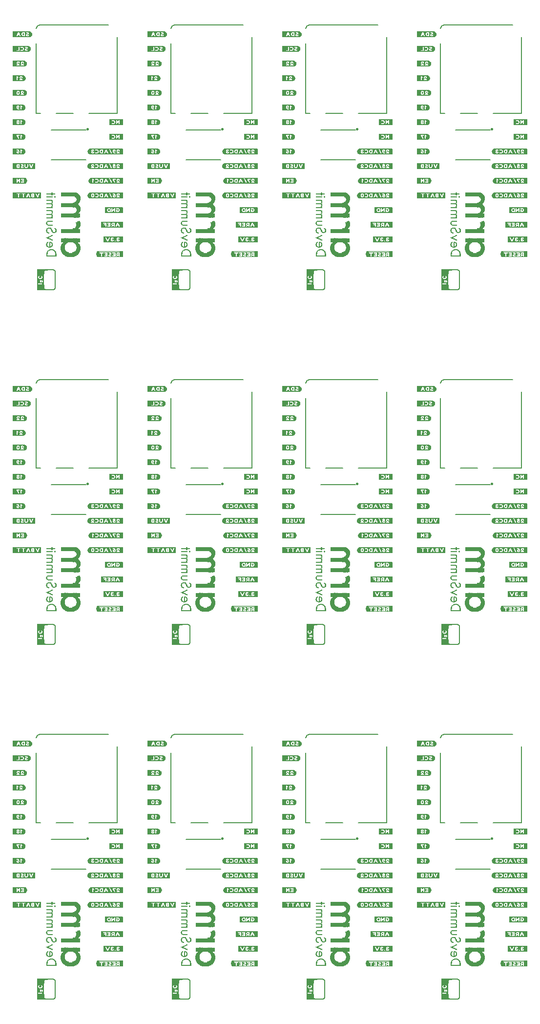
<source format=gbo>
G04 EAGLE Gerber RS-274X export*
G75*
%MOMM*%
%FSLAX34Y34*%
%LPD*%
%INSilkscreen Bottom*%
%IPPOS*%
%AMOC8*
5,1,8,0,0,1.08239X$1,22.5*%
G01*
%ADD10C,0.203200*%
%ADD11C,0.300000*%
%ADD12C,0.152400*%
%ADD13R,0.030000X0.390000*%
%ADD14R,0.030000X0.310000*%
%ADD15R,0.030000X0.360000*%
%ADD16R,0.020000X0.750000*%
%ADD17R,0.020000X0.670000*%
%ADD18R,0.020000X0.650000*%
%ADD19R,0.030000X0.890000*%
%ADD20R,0.030000X0.810000*%
%ADD21R,0.030000X0.750000*%
%ADD22R,0.030000X1.060000*%
%ADD23R,0.030000X0.720000*%
%ADD24R,0.030000X0.730000*%
%ADD25R,0.030000X0.950000*%
%ADD26R,0.030000X0.930000*%
%ADD27R,0.030000X0.980000*%
%ADD28R,0.030000X1.170000*%
%ADD29R,0.030000X1.010000*%
%ADD30R,0.030000X0.970000*%
%ADD31R,0.030000X1.070000*%
%ADD32R,0.030000X1.310000*%
%ADD33R,0.030000X1.090000*%
%ADD34R,0.030000X1.200000*%
%ADD35R,0.020000X1.400000*%
%ADD36R,0.020000X0.720000*%
%ADD37R,0.020000X0.760000*%
%ADD38R,0.020000X1.120000*%
%ADD39R,0.020000X0.730000*%
%ADD40R,0.020000X1.150000*%
%ADD41R,0.020000X1.260000*%
%ADD42R,0.030000X1.540000*%
%ADD43R,0.030000X1.180000*%
%ADD44R,0.030000X1.250000*%
%ADD45R,0.030000X1.360000*%
%ADD46R,0.030000X1.570000*%
%ADD47R,0.030000X0.760000*%
%ADD48R,0.030000X1.280000*%
%ADD49R,0.030000X1.420000*%
%ADD50R,0.030000X1.670000*%
%ADD51R,0.030000X1.370000*%
%ADD52R,0.030000X1.480000*%
%ADD53R,0.020000X1.730000*%
%ADD54R,0.020000X1.200000*%
%ADD55R,0.020000X1.540000*%
%ADD56R,0.030000X1.790000*%
%ADD57R,0.030000X1.230000*%
%ADD58R,0.030000X1.470000*%
%ADD59R,0.030000X1.590000*%
%ADD60R,0.030000X1.840000*%
%ADD61R,0.030000X1.260000*%
%ADD62R,0.030000X1.500000*%
%ADD63R,0.030000X1.640000*%
%ADD64R,0.030000X1.920000*%
%ADD65R,0.030000X2.010000*%
%ADD66R,0.030000X2.290000*%
%ADD67R,0.030000X1.700000*%
%ADD68R,0.030000X1.980000*%
%ADD69R,0.030000X2.320000*%
%ADD70R,0.030000X1.760000*%
%ADD71R,0.020000X2.040000*%
%ADD72R,0.020000X1.980000*%
%ADD73R,0.020000X2.350000*%
%ADD74R,0.020000X1.820000*%
%ADD75R,0.030000X2.820000*%
%ADD76R,0.030000X2.350000*%
%ADD77R,0.030000X1.820000*%
%ADD78R,0.030000X2.840000*%
%ADD79R,0.030000X1.960000*%
%ADD80R,0.030000X4.250000*%
%ADD81R,0.030000X2.900000*%
%ADD82R,0.030000X1.930000*%
%ADD83R,0.030000X4.270000*%
%ADD84R,0.020000X2.900000*%
%ADD85R,0.020000X1.930000*%
%ADD86R,0.020000X4.270000*%
%ADD87R,0.030000X2.930000*%
%ADD88R,0.030000X1.900000*%
%ADD89R,0.030000X4.300000*%
%ADD90R,0.030000X2.960000*%
%ADD91R,0.030000X1.450000*%
%ADD92R,0.030000X1.870000*%
%ADD93R,0.030000X1.030000*%
%ADD94R,0.030000X1.110000*%
%ADD95R,0.030000X1.340000*%
%ADD96R,0.030000X1.120000*%
%ADD97R,0.020000X1.060000*%
%ADD98R,0.020000X1.250000*%
%ADD99R,0.020000X1.230000*%
%ADD100R,0.020000X0.250000*%
%ADD101R,0.020000X1.320000*%
%ADD102R,0.020000X0.890000*%
%ADD103R,0.030000X1.000000*%
%ADD104R,0.030000X1.150000*%
%ADD105R,0.030000X0.160000*%
%ADD106R,0.030000X0.870000*%
%ADD107R,0.030000X1.140000*%
%ADD108R,0.030000X0.080000*%
%ADD109R,0.030000X0.030000*%
%ADD110R,0.030000X0.840000*%
%ADD111R,0.030000X0.920000*%
%ADD112R,0.020000X0.900000*%
%ADD113R,0.020000X1.030000*%
%ADD114R,0.020000X0.980000*%
%ADD115R,0.020000X1.010000*%
%ADD116R,0.020000X0.810000*%
%ADD117R,0.030000X0.900000*%
%ADD118R,0.030000X0.790000*%
%ADD119R,0.030000X0.860000*%
%ADD120R,0.020000X0.830000*%
%ADD121R,0.020000X0.920000*%
%ADD122R,0.020000X0.870000*%
%ADD123R,0.020000X0.840000*%
%ADD124R,0.030000X0.780000*%
%ADD125R,0.020000X0.780000*%
%ADD126R,0.020000X0.700000*%
%ADD127R,0.030000X0.700000*%
%ADD128R,0.030000X0.670000*%
%ADD129R,0.030000X0.830000*%
%ADD130R,0.020000X0.860000*%
%ADD131R,0.020000X0.950000*%
%ADD132R,0.020000X1.280000*%
%ADD133R,0.030000X2.870000*%
%ADD134R,0.030000X2.790000*%
%ADD135R,0.020000X2.760000*%
%ADD136R,0.030000X1.950000*%
%ADD137R,0.030000X1.650000*%
%ADD138R,0.030000X0.410000*%
%ADD139R,0.020000X0.580000*%
%ADD140R,0.020000X0.470000*%
%ADD141R,0.030000X0.590000*%
%ADD142R,0.030000X0.330000*%
%ADD143R,0.030000X0.110000*%
%ADD144R,0.020000X0.170000*%
%ADD145R,0.020000X0.450000*%
%ADD146R,0.020000X0.220000*%
%ADD147R,0.030000X0.170000*%
%ADD148R,0.030000X0.400000*%
%ADD149R,0.030000X0.220000*%
%ADD150R,0.030000X0.200000*%
%ADD151R,0.030000X0.230000*%
%ADD152R,0.030000X0.300000*%
%ADD153R,0.030000X0.280000*%
%ADD154R,0.030000X0.140000*%
%ADD155R,0.030000X0.260000*%
%ADD156R,0.030000X0.250000*%
%ADD157R,0.020000X0.020000*%
%ADD158R,0.030000X0.020000*%
%ADD159R,0.030000X0.190000*%
%ADD160R,0.020000X0.200000*%
%ADD161R,0.030000X0.450000*%
%ADD162R,0.020000X0.160000*%
%ADD163R,0.020000X0.500000*%
%ADD164R,0.020000X0.310000*%
%ADD165R,0.020000X0.190000*%
%ADD166R,0.020000X0.370000*%
%ADD167R,0.020000X0.390000*%
%ADD168R,0.020000X0.360000*%
%ADD169R,0.030000X0.580000*%
%ADD170R,0.030000X0.340000*%
%ADD171R,0.030000X0.440000*%
%ADD172R,0.030000X0.500000*%
%ADD173R,0.030000X0.480000*%
%ADD174R,0.030000X0.470000*%
%ADD175R,0.030000X0.560000*%
%ADD176R,0.030000X0.370000*%
%ADD177R,0.030000X0.420000*%
%ADD178R,0.020000X0.230000*%
%ADD179R,0.020000X0.330000*%
%ADD180R,0.020000X0.280000*%
%ADD181R,0.030000X1.040000*%
%ADD182R,0.030000X0.090000*%
%ADD183R,0.030000X0.050000*%
%ADD184R,0.020000X0.300000*%
%ADD185R,0.020000X0.260000*%
%ADD186R,0.020000X0.140000*%
%ADD187R,0.020000X0.640000*%
%ADD188R,0.030000X0.640000*%
%ADD189R,0.030000X0.610000*%
%ADD190R,0.030000X0.620000*%
%ADD191R,0.030000X0.530000*%

G36*
X443217Y901667D02*
X443217Y901667D01*
X443216Y901669D01*
X443218Y901670D01*
X443318Y902170D01*
X443315Y902177D01*
X443319Y902180D01*
X443319Y911880D01*
X443283Y911927D01*
X443276Y911922D01*
X443270Y911929D01*
X386770Y911929D01*
X386764Y911925D01*
X386760Y911928D01*
X386265Y911829D01*
X385770Y911829D01*
X385765Y911826D01*
X385761Y911826D01*
X385757Y911823D01*
X385752Y911826D01*
X385252Y911626D01*
X385250Y911623D01*
X385248Y911624D01*
X384850Y911425D01*
X384352Y911226D01*
X384347Y911218D01*
X384340Y911219D01*
X383140Y910319D01*
X383138Y910310D01*
X383131Y910310D01*
X382531Y909510D01*
X382531Y909500D01*
X382524Y909498D01*
X382325Y909000D01*
X382126Y908602D01*
X382127Y908599D01*
X382124Y908598D01*
X381924Y908098D01*
X381925Y908097D01*
X381924Y908096D01*
X381926Y908093D01*
X381926Y908092D01*
X381922Y908090D01*
X381722Y907090D01*
X381725Y907083D01*
X381721Y907080D01*
X381721Y906580D01*
X381725Y906574D01*
X381722Y906570D01*
X382022Y905070D01*
X382027Y905066D01*
X382024Y905062D01*
X382224Y904562D01*
X382232Y904557D01*
X382231Y904550D01*
X382529Y904152D01*
X382828Y903655D01*
X382831Y903653D01*
X382831Y903650D01*
X383131Y903250D01*
X383140Y903248D01*
X383140Y903241D01*
X384340Y902341D01*
X384347Y902341D01*
X384348Y902336D01*
X384748Y902136D01*
X384751Y902137D01*
X384752Y902134D01*
X385752Y901734D01*
X385765Y901738D01*
X385770Y901731D01*
X386265Y901731D01*
X386760Y901632D01*
X386767Y901635D01*
X386770Y901631D01*
X443170Y901631D01*
X443217Y901667D01*
G37*
G36*
X910577Y901667D02*
X910577Y901667D01*
X910576Y901669D01*
X910578Y901670D01*
X910678Y902170D01*
X910675Y902177D01*
X910679Y902180D01*
X910679Y911880D01*
X910643Y911927D01*
X910636Y911922D01*
X910630Y911929D01*
X854130Y911929D01*
X854124Y911925D01*
X854120Y911928D01*
X853625Y911829D01*
X853130Y911829D01*
X853125Y911826D01*
X853121Y911826D01*
X853117Y911823D01*
X853112Y911826D01*
X852612Y911626D01*
X852610Y911623D01*
X852608Y911624D01*
X852210Y911425D01*
X851712Y911226D01*
X851707Y911218D01*
X851700Y911219D01*
X850500Y910319D01*
X850498Y910310D01*
X850491Y910310D01*
X849891Y909510D01*
X849891Y909500D01*
X849884Y909498D01*
X849685Y909000D01*
X849486Y908602D01*
X849487Y908599D01*
X849484Y908598D01*
X849284Y908098D01*
X849285Y908097D01*
X849284Y908096D01*
X849286Y908093D01*
X849286Y908092D01*
X849282Y908090D01*
X849082Y907090D01*
X849085Y907083D01*
X849081Y907080D01*
X849081Y906580D01*
X849085Y906574D01*
X849082Y906570D01*
X849382Y905070D01*
X849387Y905066D01*
X849384Y905062D01*
X849584Y904562D01*
X849592Y904557D01*
X849591Y904550D01*
X849889Y904152D01*
X850188Y903655D01*
X850191Y903653D01*
X850191Y903650D01*
X850491Y903250D01*
X850500Y903248D01*
X850500Y903241D01*
X851700Y902341D01*
X851707Y902341D01*
X851708Y902336D01*
X852108Y902136D01*
X852111Y902137D01*
X852112Y902134D01*
X853112Y901734D01*
X853125Y901738D01*
X853130Y901731D01*
X853625Y901731D01*
X854120Y901632D01*
X854127Y901635D01*
X854130Y901631D01*
X910530Y901631D01*
X910577Y901667D01*
G37*
G36*
X209537Y901667D02*
X209537Y901667D01*
X209536Y901669D01*
X209538Y901670D01*
X209638Y902170D01*
X209635Y902177D01*
X209639Y902180D01*
X209639Y911880D01*
X209603Y911927D01*
X209596Y911922D01*
X209590Y911929D01*
X153090Y911929D01*
X153084Y911925D01*
X153080Y911928D01*
X152585Y911829D01*
X152090Y911829D01*
X152085Y911826D01*
X152081Y911826D01*
X152077Y911823D01*
X152072Y911826D01*
X151572Y911626D01*
X151570Y911623D01*
X151568Y911624D01*
X151170Y911425D01*
X150672Y911226D01*
X150667Y911218D01*
X150660Y911219D01*
X149460Y910319D01*
X149458Y910310D01*
X149451Y910310D01*
X148851Y909510D01*
X148851Y909500D01*
X148844Y909498D01*
X148645Y909000D01*
X148446Y908602D01*
X148447Y908599D01*
X148444Y908598D01*
X148244Y908098D01*
X148245Y908097D01*
X148244Y908096D01*
X148246Y908093D01*
X148246Y908092D01*
X148242Y908090D01*
X148042Y907090D01*
X148045Y907083D01*
X148041Y907080D01*
X148041Y906580D01*
X148045Y906574D01*
X148042Y906570D01*
X148342Y905070D01*
X148347Y905066D01*
X148344Y905062D01*
X148544Y904562D01*
X148552Y904557D01*
X148551Y904550D01*
X148849Y904152D01*
X149148Y903655D01*
X149151Y903653D01*
X149151Y903650D01*
X149451Y903250D01*
X149460Y903248D01*
X149460Y903241D01*
X150660Y902341D01*
X150667Y902341D01*
X150668Y902336D01*
X151068Y902136D01*
X151071Y902137D01*
X151072Y902134D01*
X152072Y901734D01*
X152085Y901738D01*
X152090Y901731D01*
X152585Y901731D01*
X153080Y901632D01*
X153087Y901635D01*
X153090Y901631D01*
X209490Y901631D01*
X209537Y901667D01*
G37*
G36*
X443217Y286987D02*
X443217Y286987D01*
X443216Y286989D01*
X443218Y286990D01*
X443318Y287490D01*
X443315Y287497D01*
X443319Y287500D01*
X443319Y297200D01*
X443283Y297247D01*
X443276Y297242D01*
X443270Y297249D01*
X386770Y297249D01*
X386764Y297245D01*
X386760Y297248D01*
X386265Y297149D01*
X385770Y297149D01*
X385765Y297146D01*
X385761Y297146D01*
X385757Y297143D01*
X385752Y297146D01*
X385252Y296946D01*
X385250Y296943D01*
X385248Y296944D01*
X384850Y296745D01*
X384352Y296546D01*
X384347Y296538D01*
X384340Y296539D01*
X383140Y295639D01*
X383138Y295630D01*
X383131Y295630D01*
X382531Y294830D01*
X382531Y294820D01*
X382524Y294818D01*
X382325Y294320D01*
X382126Y293922D01*
X382127Y293919D01*
X382124Y293918D01*
X381924Y293418D01*
X381925Y293417D01*
X381924Y293416D01*
X381926Y293413D01*
X381926Y293412D01*
X381922Y293410D01*
X381722Y292410D01*
X381725Y292403D01*
X381721Y292400D01*
X381721Y291900D01*
X381725Y291894D01*
X381722Y291890D01*
X382022Y290390D01*
X382027Y290386D01*
X382024Y290382D01*
X382224Y289882D01*
X382232Y289877D01*
X382231Y289870D01*
X382529Y289472D01*
X382828Y288975D01*
X382831Y288973D01*
X382831Y288970D01*
X383131Y288570D01*
X383140Y288568D01*
X383140Y288561D01*
X384340Y287661D01*
X384347Y287661D01*
X384348Y287656D01*
X384748Y287456D01*
X384751Y287457D01*
X384752Y287454D01*
X385752Y287054D01*
X385765Y287058D01*
X385770Y287051D01*
X386265Y287051D01*
X386760Y286952D01*
X386767Y286955D01*
X386770Y286951D01*
X443170Y286951D01*
X443217Y286987D01*
G37*
G36*
X910577Y1516347D02*
X910577Y1516347D01*
X910576Y1516349D01*
X910578Y1516350D01*
X910678Y1516850D01*
X910675Y1516857D01*
X910679Y1516860D01*
X910679Y1526560D01*
X910643Y1526607D01*
X910636Y1526602D01*
X910630Y1526609D01*
X854130Y1526609D01*
X854124Y1526605D01*
X854120Y1526608D01*
X853625Y1526509D01*
X853130Y1526509D01*
X853125Y1526506D01*
X853121Y1526506D01*
X853117Y1526503D01*
X853112Y1526506D01*
X852612Y1526306D01*
X852610Y1526303D01*
X852608Y1526304D01*
X852210Y1526105D01*
X851712Y1525906D01*
X851707Y1525898D01*
X851700Y1525899D01*
X850500Y1524999D01*
X850498Y1524990D01*
X850491Y1524990D01*
X849891Y1524190D01*
X849891Y1524180D01*
X849884Y1524178D01*
X849685Y1523680D01*
X849486Y1523282D01*
X849487Y1523279D01*
X849484Y1523278D01*
X849284Y1522778D01*
X849285Y1522777D01*
X849284Y1522776D01*
X849286Y1522773D01*
X849286Y1522772D01*
X849282Y1522770D01*
X849082Y1521770D01*
X849085Y1521763D01*
X849081Y1521760D01*
X849081Y1521260D01*
X849085Y1521254D01*
X849082Y1521250D01*
X849382Y1519750D01*
X849387Y1519746D01*
X849384Y1519742D01*
X849584Y1519242D01*
X849592Y1519237D01*
X849591Y1519230D01*
X849889Y1518832D01*
X850188Y1518335D01*
X850191Y1518333D01*
X850191Y1518330D01*
X850491Y1517930D01*
X850500Y1517928D01*
X850500Y1517921D01*
X851700Y1517021D01*
X851707Y1517021D01*
X851708Y1517016D01*
X852108Y1516816D01*
X852111Y1516817D01*
X852112Y1516814D01*
X853112Y1516414D01*
X853125Y1516418D01*
X853130Y1516411D01*
X853625Y1516411D01*
X854120Y1516312D01*
X854127Y1516315D01*
X854130Y1516311D01*
X910530Y1516311D01*
X910577Y1516347D01*
G37*
G36*
X676897Y1516347D02*
X676897Y1516347D01*
X676896Y1516349D01*
X676898Y1516350D01*
X676998Y1516850D01*
X676995Y1516857D01*
X676999Y1516860D01*
X676999Y1526560D01*
X676963Y1526607D01*
X676956Y1526602D01*
X676950Y1526609D01*
X620450Y1526609D01*
X620444Y1526605D01*
X620440Y1526608D01*
X619945Y1526509D01*
X619450Y1526509D01*
X619445Y1526506D01*
X619441Y1526506D01*
X619437Y1526503D01*
X619432Y1526506D01*
X618932Y1526306D01*
X618930Y1526303D01*
X618928Y1526304D01*
X618530Y1526105D01*
X618032Y1525906D01*
X618027Y1525898D01*
X618020Y1525899D01*
X616820Y1524999D01*
X616818Y1524990D01*
X616811Y1524990D01*
X616211Y1524190D01*
X616211Y1524180D01*
X616204Y1524178D01*
X616005Y1523680D01*
X615806Y1523282D01*
X615807Y1523279D01*
X615804Y1523278D01*
X615604Y1522778D01*
X615605Y1522777D01*
X615604Y1522776D01*
X615606Y1522773D01*
X615606Y1522772D01*
X615602Y1522770D01*
X615402Y1521770D01*
X615405Y1521763D01*
X615401Y1521760D01*
X615401Y1521260D01*
X615405Y1521254D01*
X615402Y1521250D01*
X615702Y1519750D01*
X615707Y1519746D01*
X615704Y1519742D01*
X615904Y1519242D01*
X615912Y1519237D01*
X615911Y1519230D01*
X616209Y1518832D01*
X616508Y1518335D01*
X616511Y1518333D01*
X616511Y1518330D01*
X616811Y1517930D01*
X616820Y1517928D01*
X616820Y1517921D01*
X618020Y1517021D01*
X618027Y1517021D01*
X618028Y1517016D01*
X618428Y1516816D01*
X618431Y1516817D01*
X618432Y1516814D01*
X619432Y1516414D01*
X619445Y1516418D01*
X619450Y1516411D01*
X619945Y1516411D01*
X620440Y1516312D01*
X620447Y1516315D01*
X620450Y1516311D01*
X676850Y1516311D01*
X676897Y1516347D01*
G37*
G36*
X209537Y286987D02*
X209537Y286987D01*
X209536Y286989D01*
X209538Y286990D01*
X209638Y287490D01*
X209635Y287497D01*
X209639Y287500D01*
X209639Y297200D01*
X209603Y297247D01*
X209596Y297242D01*
X209590Y297249D01*
X153090Y297249D01*
X153084Y297245D01*
X153080Y297248D01*
X152585Y297149D01*
X152090Y297149D01*
X152085Y297146D01*
X152081Y297146D01*
X152077Y297143D01*
X152072Y297146D01*
X151572Y296946D01*
X151570Y296943D01*
X151568Y296944D01*
X151170Y296745D01*
X150672Y296546D01*
X150667Y296538D01*
X150660Y296539D01*
X149460Y295639D01*
X149458Y295630D01*
X149451Y295630D01*
X148851Y294830D01*
X148851Y294820D01*
X148844Y294818D01*
X148645Y294320D01*
X148446Y293922D01*
X148447Y293919D01*
X148444Y293918D01*
X148244Y293418D01*
X148245Y293417D01*
X148244Y293416D01*
X148246Y293413D01*
X148246Y293412D01*
X148242Y293410D01*
X148042Y292410D01*
X148045Y292403D01*
X148041Y292400D01*
X148041Y291900D01*
X148045Y291894D01*
X148042Y291890D01*
X148342Y290390D01*
X148347Y290386D01*
X148344Y290382D01*
X148544Y289882D01*
X148552Y289877D01*
X148551Y289870D01*
X148849Y289472D01*
X149148Y288975D01*
X149151Y288973D01*
X149151Y288970D01*
X149451Y288570D01*
X149460Y288568D01*
X149460Y288561D01*
X150660Y287661D01*
X150667Y287661D01*
X150668Y287656D01*
X151068Y287456D01*
X151071Y287457D01*
X151072Y287454D01*
X152072Y287054D01*
X152085Y287058D01*
X152090Y287051D01*
X152585Y287051D01*
X153080Y286952D01*
X153087Y286955D01*
X153090Y286951D01*
X209490Y286951D01*
X209537Y286987D01*
G37*
G36*
X676897Y286987D02*
X676897Y286987D01*
X676896Y286989D01*
X676898Y286990D01*
X676998Y287490D01*
X676995Y287497D01*
X676999Y287500D01*
X676999Y297200D01*
X676963Y297247D01*
X676956Y297242D01*
X676950Y297249D01*
X620450Y297249D01*
X620444Y297245D01*
X620440Y297248D01*
X619945Y297149D01*
X619450Y297149D01*
X619445Y297146D01*
X619441Y297146D01*
X619437Y297143D01*
X619432Y297146D01*
X618932Y296946D01*
X618930Y296943D01*
X618928Y296944D01*
X618530Y296745D01*
X618032Y296546D01*
X618027Y296538D01*
X618020Y296539D01*
X616820Y295639D01*
X616818Y295630D01*
X616811Y295630D01*
X616211Y294830D01*
X616211Y294820D01*
X616204Y294818D01*
X616005Y294320D01*
X615806Y293922D01*
X615807Y293919D01*
X615804Y293918D01*
X615604Y293418D01*
X615605Y293417D01*
X615604Y293416D01*
X615606Y293413D01*
X615606Y293412D01*
X615602Y293410D01*
X615402Y292410D01*
X615405Y292403D01*
X615401Y292400D01*
X615401Y291900D01*
X615405Y291894D01*
X615402Y291890D01*
X615702Y290390D01*
X615707Y290386D01*
X615704Y290382D01*
X615904Y289882D01*
X615912Y289877D01*
X615911Y289870D01*
X616209Y289472D01*
X616508Y288975D01*
X616511Y288973D01*
X616511Y288970D01*
X616811Y288570D01*
X616820Y288568D01*
X616820Y288561D01*
X618020Y287661D01*
X618027Y287661D01*
X618028Y287656D01*
X618428Y287456D01*
X618431Y287457D01*
X618432Y287454D01*
X619432Y287054D01*
X619445Y287058D01*
X619450Y287051D01*
X619945Y287051D01*
X620440Y286952D01*
X620447Y286955D01*
X620450Y286951D01*
X676850Y286951D01*
X676897Y286987D01*
G37*
G36*
X910577Y286987D02*
X910577Y286987D01*
X910576Y286989D01*
X910578Y286990D01*
X910678Y287490D01*
X910675Y287497D01*
X910679Y287500D01*
X910679Y297200D01*
X910643Y297247D01*
X910636Y297242D01*
X910630Y297249D01*
X854130Y297249D01*
X854124Y297245D01*
X854120Y297248D01*
X853625Y297149D01*
X853130Y297149D01*
X853125Y297146D01*
X853121Y297146D01*
X853117Y297143D01*
X853112Y297146D01*
X852612Y296946D01*
X852610Y296943D01*
X852608Y296944D01*
X852210Y296745D01*
X851712Y296546D01*
X851707Y296538D01*
X851700Y296539D01*
X850500Y295639D01*
X850498Y295630D01*
X850491Y295630D01*
X849891Y294830D01*
X849891Y294820D01*
X849884Y294818D01*
X849685Y294320D01*
X849486Y293922D01*
X849487Y293919D01*
X849484Y293918D01*
X849284Y293418D01*
X849285Y293417D01*
X849284Y293416D01*
X849286Y293413D01*
X849286Y293412D01*
X849282Y293410D01*
X849082Y292410D01*
X849085Y292403D01*
X849081Y292400D01*
X849081Y291900D01*
X849085Y291894D01*
X849082Y291890D01*
X849382Y290390D01*
X849387Y290386D01*
X849384Y290382D01*
X849584Y289882D01*
X849592Y289877D01*
X849591Y289870D01*
X849889Y289472D01*
X850188Y288975D01*
X850191Y288973D01*
X850191Y288970D01*
X850491Y288570D01*
X850500Y288568D01*
X850500Y288561D01*
X851700Y287661D01*
X851707Y287661D01*
X851708Y287656D01*
X852108Y287456D01*
X852111Y287457D01*
X852112Y287454D01*
X853112Y287054D01*
X853125Y287058D01*
X853130Y287051D01*
X853625Y287051D01*
X854120Y286952D01*
X854127Y286955D01*
X854130Y286951D01*
X910530Y286951D01*
X910577Y286987D01*
G37*
G36*
X443217Y1516347D02*
X443217Y1516347D01*
X443216Y1516349D01*
X443218Y1516350D01*
X443318Y1516850D01*
X443315Y1516857D01*
X443319Y1516860D01*
X443319Y1526560D01*
X443283Y1526607D01*
X443276Y1526602D01*
X443270Y1526609D01*
X386770Y1526609D01*
X386764Y1526605D01*
X386760Y1526608D01*
X386265Y1526509D01*
X385770Y1526509D01*
X385765Y1526506D01*
X385761Y1526506D01*
X385757Y1526503D01*
X385752Y1526506D01*
X385252Y1526306D01*
X385250Y1526303D01*
X385248Y1526304D01*
X384850Y1526105D01*
X384352Y1525906D01*
X384347Y1525898D01*
X384340Y1525899D01*
X383140Y1524999D01*
X383138Y1524990D01*
X383131Y1524990D01*
X382531Y1524190D01*
X382531Y1524180D01*
X382524Y1524178D01*
X382325Y1523680D01*
X382126Y1523282D01*
X382127Y1523279D01*
X382124Y1523278D01*
X381924Y1522778D01*
X381925Y1522777D01*
X381924Y1522776D01*
X381926Y1522773D01*
X381926Y1522772D01*
X381922Y1522770D01*
X381722Y1521770D01*
X381725Y1521763D01*
X381721Y1521760D01*
X381721Y1521260D01*
X381725Y1521254D01*
X381722Y1521250D01*
X382022Y1519750D01*
X382027Y1519746D01*
X382024Y1519742D01*
X382224Y1519242D01*
X382232Y1519237D01*
X382231Y1519230D01*
X382529Y1518832D01*
X382828Y1518335D01*
X382831Y1518333D01*
X382831Y1518330D01*
X383131Y1517930D01*
X383140Y1517928D01*
X383140Y1517921D01*
X384340Y1517021D01*
X384347Y1517021D01*
X384348Y1517016D01*
X384748Y1516816D01*
X384751Y1516817D01*
X384752Y1516814D01*
X385752Y1516414D01*
X385765Y1516418D01*
X385770Y1516411D01*
X386265Y1516411D01*
X386760Y1516312D01*
X386767Y1516315D01*
X386770Y1516311D01*
X443170Y1516311D01*
X443217Y1516347D01*
G37*
G36*
X676897Y901667D02*
X676897Y901667D01*
X676896Y901669D01*
X676898Y901670D01*
X676998Y902170D01*
X676995Y902177D01*
X676999Y902180D01*
X676999Y911880D01*
X676963Y911927D01*
X676956Y911922D01*
X676950Y911929D01*
X620450Y911929D01*
X620444Y911925D01*
X620440Y911928D01*
X619945Y911829D01*
X619450Y911829D01*
X619445Y911826D01*
X619441Y911826D01*
X619437Y911823D01*
X619432Y911826D01*
X618932Y911626D01*
X618930Y911623D01*
X618928Y911624D01*
X618530Y911425D01*
X618032Y911226D01*
X618027Y911218D01*
X618020Y911219D01*
X616820Y910319D01*
X616818Y910310D01*
X616811Y910310D01*
X616211Y909510D01*
X616211Y909500D01*
X616204Y909498D01*
X616005Y909000D01*
X615806Y908602D01*
X615807Y908599D01*
X615804Y908598D01*
X615604Y908098D01*
X615605Y908097D01*
X615604Y908096D01*
X615606Y908093D01*
X615606Y908092D01*
X615602Y908090D01*
X615402Y907090D01*
X615405Y907083D01*
X615401Y907080D01*
X615401Y906580D01*
X615405Y906574D01*
X615402Y906570D01*
X615702Y905070D01*
X615707Y905066D01*
X615704Y905062D01*
X615904Y904562D01*
X615912Y904557D01*
X615911Y904550D01*
X616209Y904152D01*
X616508Y903655D01*
X616511Y903653D01*
X616511Y903650D01*
X616811Y903250D01*
X616820Y903248D01*
X616820Y903241D01*
X618020Y902341D01*
X618027Y902341D01*
X618028Y902336D01*
X618428Y902136D01*
X618431Y902137D01*
X618432Y902134D01*
X619432Y901734D01*
X619445Y901738D01*
X619450Y901731D01*
X619945Y901731D01*
X620440Y901632D01*
X620447Y901635D01*
X620450Y901631D01*
X676850Y901631D01*
X676897Y901667D01*
G37*
G36*
X209537Y1516347D02*
X209537Y1516347D01*
X209536Y1516349D01*
X209538Y1516350D01*
X209638Y1516850D01*
X209635Y1516857D01*
X209639Y1516860D01*
X209639Y1526560D01*
X209603Y1526607D01*
X209596Y1526602D01*
X209590Y1526609D01*
X153090Y1526609D01*
X153084Y1526605D01*
X153080Y1526608D01*
X152585Y1526509D01*
X152090Y1526509D01*
X152085Y1526506D01*
X152081Y1526506D01*
X152077Y1526503D01*
X152072Y1526506D01*
X151572Y1526306D01*
X151570Y1526303D01*
X151568Y1526304D01*
X151170Y1526105D01*
X150672Y1525906D01*
X150667Y1525898D01*
X150660Y1525899D01*
X149460Y1524999D01*
X149458Y1524990D01*
X149451Y1524990D01*
X148851Y1524190D01*
X148851Y1524180D01*
X148844Y1524178D01*
X148645Y1523680D01*
X148446Y1523282D01*
X148447Y1523279D01*
X148444Y1523278D01*
X148244Y1522778D01*
X148245Y1522777D01*
X148244Y1522776D01*
X148246Y1522773D01*
X148246Y1522772D01*
X148242Y1522770D01*
X148042Y1521770D01*
X148045Y1521763D01*
X148041Y1521760D01*
X148041Y1521260D01*
X148045Y1521254D01*
X148042Y1521250D01*
X148342Y1519750D01*
X148347Y1519746D01*
X148344Y1519742D01*
X148544Y1519242D01*
X148552Y1519237D01*
X148551Y1519230D01*
X148849Y1518832D01*
X149148Y1518335D01*
X149151Y1518333D01*
X149151Y1518330D01*
X149451Y1517930D01*
X149460Y1517928D01*
X149460Y1517921D01*
X150660Y1517021D01*
X150667Y1517021D01*
X150668Y1517016D01*
X151068Y1516816D01*
X151071Y1516817D01*
X151072Y1516814D01*
X152072Y1516414D01*
X152085Y1516418D01*
X152090Y1516411D01*
X152585Y1516411D01*
X153080Y1516312D01*
X153087Y1516315D01*
X153090Y1516311D01*
X209490Y1516311D01*
X209537Y1516347D01*
G37*
G36*
X209637Y1541747D02*
X209637Y1541747D01*
X209632Y1541754D01*
X209639Y1541760D01*
X209639Y1551460D01*
X209635Y1551466D01*
X209638Y1551470D01*
X209538Y1551970D01*
X209494Y1552009D01*
X209492Y1552007D01*
X209490Y1552009D01*
X153190Y1552009D01*
X153184Y1552005D01*
X153180Y1552008D01*
X152180Y1551808D01*
X152176Y1551803D01*
X152172Y1551806D01*
X151172Y1551406D01*
X151170Y1551403D01*
X151168Y1551404D01*
X150768Y1551204D01*
X150765Y1551198D01*
X150760Y1551199D01*
X150360Y1550899D01*
X150359Y1550894D01*
X150355Y1550895D01*
X149958Y1550497D01*
X149560Y1550199D01*
X149558Y1550190D01*
X149551Y1550190D01*
X149251Y1549790D01*
X149251Y1549780D01*
X149244Y1549778D01*
X149047Y1549284D01*
X148751Y1548890D01*
X148751Y1548874D01*
X148742Y1548870D01*
X148643Y1548374D01*
X148444Y1547878D01*
X148448Y1547865D01*
X148441Y1547860D01*
X148441Y1547365D01*
X148342Y1546870D01*
X148348Y1546857D01*
X148342Y1546850D01*
X148642Y1545350D01*
X148647Y1545346D01*
X148644Y1545342D01*
X148844Y1544842D01*
X148847Y1544840D01*
X148846Y1544838D01*
X149045Y1544440D01*
X149244Y1543942D01*
X149252Y1543937D01*
X149251Y1543930D01*
X149551Y1543530D01*
X149556Y1543529D01*
X149555Y1543525D01*
X149955Y1543125D01*
X149960Y1543124D01*
X149960Y1543121D01*
X150760Y1542521D01*
X150767Y1542521D01*
X150768Y1542516D01*
X151168Y1542316D01*
X151171Y1542317D01*
X151172Y1542314D01*
X152172Y1541914D01*
X152178Y1541916D01*
X152180Y1541912D01*
X153180Y1541712D01*
X153187Y1541715D01*
X153190Y1541711D01*
X209590Y1541711D01*
X209637Y1541747D01*
G37*
G36*
X676997Y312387D02*
X676997Y312387D01*
X676992Y312394D01*
X676999Y312400D01*
X676999Y322100D01*
X676995Y322106D01*
X676998Y322110D01*
X676898Y322610D01*
X676854Y322649D01*
X676852Y322647D01*
X676850Y322649D01*
X620550Y322649D01*
X620544Y322645D01*
X620540Y322648D01*
X619540Y322448D01*
X619536Y322443D01*
X619532Y322446D01*
X618532Y322046D01*
X618530Y322043D01*
X618528Y322044D01*
X618128Y321844D01*
X618125Y321838D01*
X618120Y321839D01*
X617720Y321539D01*
X617719Y321534D01*
X617715Y321535D01*
X617318Y321137D01*
X616920Y320839D01*
X616918Y320830D01*
X616911Y320830D01*
X616611Y320430D01*
X616611Y320420D01*
X616604Y320418D01*
X616407Y319924D01*
X616111Y319530D01*
X616111Y319514D01*
X616102Y319510D01*
X616003Y319014D01*
X615804Y318518D01*
X615808Y318505D01*
X615801Y318500D01*
X615801Y318005D01*
X615702Y317510D01*
X615708Y317497D01*
X615702Y317490D01*
X616002Y315990D01*
X616007Y315986D01*
X616004Y315982D01*
X616204Y315482D01*
X616207Y315480D01*
X616206Y315478D01*
X616405Y315080D01*
X616604Y314582D01*
X616612Y314577D01*
X616611Y314570D01*
X616911Y314170D01*
X616916Y314169D01*
X616915Y314165D01*
X617315Y313765D01*
X617320Y313764D01*
X617320Y313761D01*
X618120Y313161D01*
X618127Y313161D01*
X618128Y313156D01*
X618528Y312956D01*
X618531Y312957D01*
X618532Y312954D01*
X619532Y312554D01*
X619538Y312556D01*
X619540Y312552D01*
X620540Y312352D01*
X620547Y312355D01*
X620550Y312351D01*
X676950Y312351D01*
X676997Y312387D01*
G37*
G36*
X443317Y312387D02*
X443317Y312387D01*
X443312Y312394D01*
X443319Y312400D01*
X443319Y322100D01*
X443315Y322106D01*
X443318Y322110D01*
X443218Y322610D01*
X443174Y322649D01*
X443172Y322647D01*
X443170Y322649D01*
X386870Y322649D01*
X386864Y322645D01*
X386860Y322648D01*
X385860Y322448D01*
X385856Y322443D01*
X385852Y322446D01*
X384852Y322046D01*
X384850Y322043D01*
X384848Y322044D01*
X384448Y321844D01*
X384445Y321838D01*
X384440Y321839D01*
X384040Y321539D01*
X384039Y321534D01*
X384035Y321535D01*
X383638Y321137D01*
X383240Y320839D01*
X383238Y320830D01*
X383231Y320830D01*
X382931Y320430D01*
X382931Y320420D01*
X382924Y320418D01*
X382727Y319924D01*
X382431Y319530D01*
X382431Y319514D01*
X382422Y319510D01*
X382323Y319014D01*
X382124Y318518D01*
X382128Y318505D01*
X382121Y318500D01*
X382121Y318005D01*
X382022Y317510D01*
X382028Y317497D01*
X382022Y317490D01*
X382322Y315990D01*
X382327Y315986D01*
X382324Y315982D01*
X382524Y315482D01*
X382527Y315480D01*
X382526Y315478D01*
X382725Y315080D01*
X382924Y314582D01*
X382932Y314577D01*
X382931Y314570D01*
X383231Y314170D01*
X383236Y314169D01*
X383235Y314165D01*
X383635Y313765D01*
X383640Y313764D01*
X383640Y313761D01*
X384440Y313161D01*
X384447Y313161D01*
X384448Y313156D01*
X384848Y312956D01*
X384851Y312957D01*
X384852Y312954D01*
X385852Y312554D01*
X385858Y312556D01*
X385860Y312552D01*
X386860Y312352D01*
X386867Y312355D01*
X386870Y312351D01*
X443270Y312351D01*
X443317Y312387D01*
G37*
G36*
X209637Y927067D02*
X209637Y927067D01*
X209632Y927074D01*
X209639Y927080D01*
X209639Y936780D01*
X209635Y936786D01*
X209638Y936790D01*
X209538Y937290D01*
X209494Y937329D01*
X209492Y937327D01*
X209490Y937329D01*
X153190Y937329D01*
X153184Y937325D01*
X153180Y937328D01*
X152180Y937128D01*
X152176Y937123D01*
X152172Y937126D01*
X151172Y936726D01*
X151170Y936723D01*
X151168Y936724D01*
X150768Y936524D01*
X150765Y936518D01*
X150760Y936519D01*
X150360Y936219D01*
X150359Y936214D01*
X150355Y936215D01*
X149958Y935817D01*
X149560Y935519D01*
X149558Y935510D01*
X149551Y935510D01*
X149251Y935110D01*
X149251Y935100D01*
X149244Y935098D01*
X149047Y934604D01*
X148751Y934210D01*
X148751Y934194D01*
X148742Y934190D01*
X148643Y933694D01*
X148444Y933198D01*
X148448Y933185D01*
X148441Y933180D01*
X148441Y932685D01*
X148342Y932190D01*
X148348Y932177D01*
X148342Y932170D01*
X148642Y930670D01*
X148647Y930666D01*
X148644Y930662D01*
X148844Y930162D01*
X148847Y930160D01*
X148846Y930158D01*
X149045Y929760D01*
X149244Y929262D01*
X149252Y929257D01*
X149251Y929250D01*
X149551Y928850D01*
X149556Y928849D01*
X149555Y928845D01*
X149955Y928445D01*
X149960Y928444D01*
X149960Y928441D01*
X150760Y927841D01*
X150767Y927841D01*
X150768Y927836D01*
X151168Y927636D01*
X151171Y927637D01*
X151172Y927634D01*
X152172Y927234D01*
X152178Y927236D01*
X152180Y927232D01*
X153180Y927032D01*
X153187Y927035D01*
X153190Y927031D01*
X209590Y927031D01*
X209637Y927067D01*
G37*
G36*
X910677Y927067D02*
X910677Y927067D01*
X910672Y927074D01*
X910679Y927080D01*
X910679Y936780D01*
X910675Y936786D01*
X910678Y936790D01*
X910578Y937290D01*
X910534Y937329D01*
X910532Y937327D01*
X910530Y937329D01*
X854230Y937329D01*
X854224Y937325D01*
X854220Y937328D01*
X853220Y937128D01*
X853216Y937123D01*
X853212Y937126D01*
X852212Y936726D01*
X852210Y936723D01*
X852208Y936724D01*
X851808Y936524D01*
X851805Y936518D01*
X851800Y936519D01*
X851400Y936219D01*
X851399Y936214D01*
X851395Y936215D01*
X850998Y935817D01*
X850600Y935519D01*
X850598Y935510D01*
X850591Y935510D01*
X850291Y935110D01*
X850291Y935100D01*
X850284Y935098D01*
X850087Y934604D01*
X849791Y934210D01*
X849791Y934194D01*
X849782Y934190D01*
X849683Y933694D01*
X849484Y933198D01*
X849488Y933185D01*
X849481Y933180D01*
X849481Y932685D01*
X849382Y932190D01*
X849388Y932177D01*
X849382Y932170D01*
X849682Y930670D01*
X849687Y930666D01*
X849684Y930662D01*
X849884Y930162D01*
X849887Y930160D01*
X849886Y930158D01*
X850085Y929760D01*
X850284Y929262D01*
X850292Y929257D01*
X850291Y929250D01*
X850591Y928850D01*
X850596Y928849D01*
X850595Y928845D01*
X850995Y928445D01*
X851000Y928444D01*
X851000Y928441D01*
X851800Y927841D01*
X851807Y927841D01*
X851808Y927836D01*
X852208Y927636D01*
X852211Y927637D01*
X852212Y927634D01*
X853212Y927234D01*
X853218Y927236D01*
X853220Y927232D01*
X854220Y927032D01*
X854227Y927035D01*
X854230Y927031D01*
X910630Y927031D01*
X910677Y927067D01*
G37*
G36*
X676997Y1541747D02*
X676997Y1541747D01*
X676992Y1541754D01*
X676999Y1541760D01*
X676999Y1551460D01*
X676995Y1551466D01*
X676998Y1551470D01*
X676898Y1551970D01*
X676854Y1552009D01*
X676852Y1552007D01*
X676850Y1552009D01*
X620550Y1552009D01*
X620544Y1552005D01*
X620540Y1552008D01*
X619540Y1551808D01*
X619536Y1551803D01*
X619532Y1551806D01*
X618532Y1551406D01*
X618530Y1551403D01*
X618528Y1551404D01*
X618128Y1551204D01*
X618125Y1551198D01*
X618120Y1551199D01*
X617720Y1550899D01*
X617719Y1550894D01*
X617715Y1550895D01*
X617318Y1550497D01*
X616920Y1550199D01*
X616918Y1550190D01*
X616911Y1550190D01*
X616611Y1549790D01*
X616611Y1549780D01*
X616604Y1549778D01*
X616407Y1549284D01*
X616111Y1548890D01*
X616111Y1548874D01*
X616102Y1548870D01*
X616003Y1548374D01*
X615804Y1547878D01*
X615808Y1547865D01*
X615801Y1547860D01*
X615801Y1547365D01*
X615702Y1546870D01*
X615708Y1546857D01*
X615702Y1546850D01*
X616002Y1545350D01*
X616007Y1545346D01*
X616004Y1545342D01*
X616204Y1544842D01*
X616207Y1544840D01*
X616206Y1544838D01*
X616405Y1544440D01*
X616604Y1543942D01*
X616612Y1543937D01*
X616611Y1543930D01*
X616911Y1543530D01*
X616916Y1543529D01*
X616915Y1543525D01*
X617315Y1543125D01*
X617320Y1543124D01*
X617320Y1543121D01*
X618120Y1542521D01*
X618127Y1542521D01*
X618128Y1542516D01*
X618528Y1542316D01*
X618531Y1542317D01*
X618532Y1542314D01*
X619532Y1541914D01*
X619538Y1541916D01*
X619540Y1541912D01*
X620540Y1541712D01*
X620547Y1541715D01*
X620550Y1541711D01*
X676950Y1541711D01*
X676997Y1541747D01*
G37*
G36*
X910677Y1541747D02*
X910677Y1541747D01*
X910672Y1541754D01*
X910679Y1541760D01*
X910679Y1551460D01*
X910675Y1551466D01*
X910678Y1551470D01*
X910578Y1551970D01*
X910534Y1552009D01*
X910532Y1552007D01*
X910530Y1552009D01*
X854230Y1552009D01*
X854224Y1552005D01*
X854220Y1552008D01*
X853220Y1551808D01*
X853216Y1551803D01*
X853212Y1551806D01*
X852212Y1551406D01*
X852210Y1551403D01*
X852208Y1551404D01*
X851808Y1551204D01*
X851805Y1551198D01*
X851800Y1551199D01*
X851400Y1550899D01*
X851399Y1550894D01*
X851395Y1550895D01*
X850998Y1550497D01*
X850600Y1550199D01*
X850598Y1550190D01*
X850591Y1550190D01*
X850291Y1549790D01*
X850291Y1549780D01*
X850284Y1549778D01*
X850087Y1549284D01*
X849791Y1548890D01*
X849791Y1548874D01*
X849782Y1548870D01*
X849683Y1548374D01*
X849484Y1547878D01*
X849488Y1547865D01*
X849481Y1547860D01*
X849481Y1547365D01*
X849382Y1546870D01*
X849388Y1546857D01*
X849382Y1546850D01*
X849682Y1545350D01*
X849687Y1545346D01*
X849684Y1545342D01*
X849884Y1544842D01*
X849887Y1544840D01*
X849886Y1544838D01*
X850085Y1544440D01*
X850284Y1543942D01*
X850292Y1543937D01*
X850291Y1543930D01*
X850591Y1543530D01*
X850596Y1543529D01*
X850595Y1543525D01*
X850995Y1543125D01*
X851000Y1543124D01*
X851000Y1543121D01*
X851800Y1542521D01*
X851807Y1542521D01*
X851808Y1542516D01*
X852208Y1542316D01*
X852211Y1542317D01*
X852212Y1542314D01*
X853212Y1541914D01*
X853218Y1541916D01*
X853220Y1541912D01*
X854220Y1541712D01*
X854227Y1541715D01*
X854230Y1541711D01*
X910630Y1541711D01*
X910677Y1541747D01*
G37*
G36*
X443317Y927067D02*
X443317Y927067D01*
X443312Y927074D01*
X443319Y927080D01*
X443319Y936780D01*
X443315Y936786D01*
X443318Y936790D01*
X443218Y937290D01*
X443174Y937329D01*
X443172Y937327D01*
X443170Y937329D01*
X386870Y937329D01*
X386864Y937325D01*
X386860Y937328D01*
X385860Y937128D01*
X385856Y937123D01*
X385852Y937126D01*
X384852Y936726D01*
X384850Y936723D01*
X384848Y936724D01*
X384448Y936524D01*
X384445Y936518D01*
X384440Y936519D01*
X384040Y936219D01*
X384039Y936214D01*
X384035Y936215D01*
X383638Y935817D01*
X383240Y935519D01*
X383238Y935510D01*
X383231Y935510D01*
X382931Y935110D01*
X382931Y935100D01*
X382924Y935098D01*
X382727Y934604D01*
X382431Y934210D01*
X382431Y934194D01*
X382422Y934190D01*
X382323Y933694D01*
X382124Y933198D01*
X382128Y933185D01*
X382121Y933180D01*
X382121Y932685D01*
X382022Y932190D01*
X382028Y932177D01*
X382022Y932170D01*
X382322Y930670D01*
X382327Y930666D01*
X382324Y930662D01*
X382524Y930162D01*
X382527Y930160D01*
X382526Y930158D01*
X382725Y929760D01*
X382924Y929262D01*
X382932Y929257D01*
X382931Y929250D01*
X383231Y928850D01*
X383236Y928849D01*
X383235Y928845D01*
X383635Y928445D01*
X383640Y928444D01*
X383640Y928441D01*
X384440Y927841D01*
X384447Y927841D01*
X384448Y927836D01*
X384848Y927636D01*
X384851Y927637D01*
X384852Y927634D01*
X385852Y927234D01*
X385858Y927236D01*
X385860Y927232D01*
X386860Y927032D01*
X386867Y927035D01*
X386870Y927031D01*
X443270Y927031D01*
X443317Y927067D01*
G37*
G36*
X910677Y312387D02*
X910677Y312387D01*
X910672Y312394D01*
X910679Y312400D01*
X910679Y322100D01*
X910675Y322106D01*
X910678Y322110D01*
X910578Y322610D01*
X910534Y322649D01*
X910532Y322647D01*
X910530Y322649D01*
X854230Y322649D01*
X854224Y322645D01*
X854220Y322648D01*
X853220Y322448D01*
X853216Y322443D01*
X853212Y322446D01*
X852212Y322046D01*
X852210Y322043D01*
X852208Y322044D01*
X851808Y321844D01*
X851805Y321838D01*
X851800Y321839D01*
X851400Y321539D01*
X851399Y321534D01*
X851395Y321535D01*
X850998Y321137D01*
X850600Y320839D01*
X850598Y320830D01*
X850591Y320830D01*
X850291Y320430D01*
X850291Y320420D01*
X850284Y320418D01*
X850087Y319924D01*
X849791Y319530D01*
X849791Y319514D01*
X849782Y319510D01*
X849683Y319014D01*
X849484Y318518D01*
X849488Y318505D01*
X849481Y318500D01*
X849481Y318005D01*
X849382Y317510D01*
X849388Y317497D01*
X849382Y317490D01*
X849682Y315990D01*
X849687Y315986D01*
X849684Y315982D01*
X849884Y315482D01*
X849887Y315480D01*
X849886Y315478D01*
X850085Y315080D01*
X850284Y314582D01*
X850292Y314577D01*
X850291Y314570D01*
X850591Y314170D01*
X850596Y314169D01*
X850595Y314165D01*
X850995Y313765D01*
X851000Y313764D01*
X851000Y313761D01*
X851800Y313161D01*
X851807Y313161D01*
X851808Y313156D01*
X852208Y312956D01*
X852211Y312957D01*
X852212Y312954D01*
X853212Y312554D01*
X853218Y312556D01*
X853220Y312552D01*
X854220Y312352D01*
X854227Y312355D01*
X854230Y312351D01*
X910630Y312351D01*
X910677Y312387D01*
G37*
G36*
X676997Y927067D02*
X676997Y927067D01*
X676992Y927074D01*
X676999Y927080D01*
X676999Y936780D01*
X676995Y936786D01*
X676998Y936790D01*
X676898Y937290D01*
X676854Y937329D01*
X676852Y937327D01*
X676850Y937329D01*
X620550Y937329D01*
X620544Y937325D01*
X620540Y937328D01*
X619540Y937128D01*
X619536Y937123D01*
X619532Y937126D01*
X618532Y936726D01*
X618530Y936723D01*
X618528Y936724D01*
X618128Y936524D01*
X618125Y936518D01*
X618120Y936519D01*
X617720Y936219D01*
X617719Y936214D01*
X617715Y936215D01*
X617318Y935817D01*
X616920Y935519D01*
X616918Y935510D01*
X616911Y935510D01*
X616611Y935110D01*
X616611Y935100D01*
X616604Y935098D01*
X616407Y934604D01*
X616111Y934210D01*
X616111Y934194D01*
X616102Y934190D01*
X616003Y933694D01*
X615804Y933198D01*
X615808Y933185D01*
X615801Y933180D01*
X615801Y932685D01*
X615702Y932190D01*
X615708Y932177D01*
X615702Y932170D01*
X616002Y930670D01*
X616007Y930666D01*
X616004Y930662D01*
X616204Y930162D01*
X616207Y930160D01*
X616206Y930158D01*
X616405Y929760D01*
X616604Y929262D01*
X616612Y929257D01*
X616611Y929250D01*
X616911Y928850D01*
X616916Y928849D01*
X616915Y928845D01*
X617315Y928445D01*
X617320Y928444D01*
X617320Y928441D01*
X618120Y927841D01*
X618127Y927841D01*
X618128Y927836D01*
X618528Y927636D01*
X618531Y927637D01*
X618532Y927634D01*
X619532Y927234D01*
X619538Y927236D01*
X619540Y927232D01*
X620540Y927032D01*
X620547Y927035D01*
X620550Y927031D01*
X676950Y927031D01*
X676997Y927067D01*
G37*
G36*
X443317Y1541747D02*
X443317Y1541747D01*
X443312Y1541754D01*
X443319Y1541760D01*
X443319Y1551460D01*
X443315Y1551466D01*
X443318Y1551470D01*
X443218Y1551970D01*
X443174Y1552009D01*
X443172Y1552007D01*
X443170Y1552009D01*
X386870Y1552009D01*
X386864Y1552005D01*
X386860Y1552008D01*
X385860Y1551808D01*
X385856Y1551803D01*
X385852Y1551806D01*
X384852Y1551406D01*
X384850Y1551403D01*
X384848Y1551404D01*
X384448Y1551204D01*
X384445Y1551198D01*
X384440Y1551199D01*
X384040Y1550899D01*
X384039Y1550894D01*
X384035Y1550895D01*
X383638Y1550497D01*
X383240Y1550199D01*
X383238Y1550190D01*
X383231Y1550190D01*
X382931Y1549790D01*
X382931Y1549780D01*
X382924Y1549778D01*
X382727Y1549284D01*
X382431Y1548890D01*
X382431Y1548874D01*
X382422Y1548870D01*
X382323Y1548374D01*
X382124Y1547878D01*
X382128Y1547865D01*
X382121Y1547860D01*
X382121Y1547365D01*
X382022Y1546870D01*
X382028Y1546857D01*
X382022Y1546850D01*
X382322Y1545350D01*
X382327Y1545346D01*
X382324Y1545342D01*
X382524Y1544842D01*
X382527Y1544840D01*
X382526Y1544838D01*
X382725Y1544440D01*
X382924Y1543942D01*
X382932Y1543937D01*
X382931Y1543930D01*
X383231Y1543530D01*
X383236Y1543529D01*
X383235Y1543525D01*
X383635Y1543125D01*
X383640Y1543124D01*
X383640Y1543121D01*
X384440Y1542521D01*
X384447Y1542521D01*
X384448Y1542516D01*
X384848Y1542316D01*
X384851Y1542317D01*
X384852Y1542314D01*
X385852Y1541914D01*
X385858Y1541916D01*
X385860Y1541912D01*
X386860Y1541712D01*
X386867Y1541715D01*
X386870Y1541711D01*
X443270Y1541711D01*
X443317Y1541747D01*
G37*
G36*
X209637Y312387D02*
X209637Y312387D01*
X209632Y312394D01*
X209639Y312400D01*
X209639Y322100D01*
X209635Y322106D01*
X209638Y322110D01*
X209538Y322610D01*
X209494Y322649D01*
X209492Y322647D01*
X209490Y322649D01*
X153190Y322649D01*
X153184Y322645D01*
X153180Y322648D01*
X152180Y322448D01*
X152176Y322443D01*
X152172Y322446D01*
X151172Y322046D01*
X151170Y322043D01*
X151168Y322044D01*
X150768Y321844D01*
X150765Y321838D01*
X150760Y321839D01*
X150360Y321539D01*
X150359Y321534D01*
X150355Y321535D01*
X149958Y321137D01*
X149560Y320839D01*
X149558Y320830D01*
X149551Y320830D01*
X149251Y320430D01*
X149251Y320420D01*
X149244Y320418D01*
X149047Y319924D01*
X148751Y319530D01*
X148751Y319514D01*
X148742Y319510D01*
X148643Y319014D01*
X148444Y318518D01*
X148448Y318505D01*
X148441Y318500D01*
X148441Y318005D01*
X148342Y317510D01*
X148348Y317497D01*
X148342Y317490D01*
X148642Y315990D01*
X148647Y315986D01*
X148644Y315982D01*
X148844Y315482D01*
X148847Y315480D01*
X148846Y315478D01*
X149045Y315080D01*
X149244Y314582D01*
X149252Y314577D01*
X149251Y314570D01*
X149551Y314170D01*
X149556Y314169D01*
X149555Y314165D01*
X149955Y313765D01*
X149960Y313764D01*
X149960Y313761D01*
X150760Y313161D01*
X150767Y313161D01*
X150768Y313156D01*
X151168Y312956D01*
X151171Y312957D01*
X151172Y312954D01*
X152172Y312554D01*
X152178Y312556D01*
X152180Y312552D01*
X153180Y312352D01*
X153187Y312355D01*
X153190Y312351D01*
X209590Y312351D01*
X209637Y312387D01*
G37*
G36*
X443217Y1465547D02*
X443217Y1465547D01*
X443216Y1465549D01*
X443218Y1465550D01*
X443318Y1466050D01*
X443315Y1466057D01*
X443319Y1466060D01*
X443319Y1475660D01*
X443283Y1475707D01*
X443281Y1475706D01*
X443280Y1475708D01*
X442780Y1475808D01*
X442773Y1475805D01*
X442770Y1475809D01*
X386870Y1475809D01*
X386864Y1475805D01*
X386860Y1475808D01*
X385860Y1475608D01*
X385856Y1475603D01*
X385852Y1475606D01*
X385352Y1475406D01*
X385350Y1475403D01*
X385348Y1475404D01*
X384950Y1475205D01*
X384452Y1475006D01*
X384447Y1474998D01*
X384440Y1474999D01*
X383640Y1474399D01*
X383638Y1474390D01*
X383631Y1474390D01*
X382731Y1473190D01*
X382731Y1473180D01*
X382724Y1473178D01*
X382324Y1472178D01*
X382325Y1472175D01*
X382322Y1472173D01*
X382324Y1472171D01*
X382322Y1472170D01*
X382022Y1470670D01*
X382028Y1470657D01*
X382022Y1470650D01*
X382121Y1470155D01*
X382121Y1469660D01*
X382129Y1469649D01*
X382124Y1469642D01*
X382323Y1469145D01*
X382422Y1468748D01*
X382431Y1468741D01*
X382428Y1468735D01*
X382727Y1468237D01*
X382926Y1467838D01*
X382932Y1467835D01*
X382931Y1467830D01*
X383231Y1467430D01*
X383236Y1467429D01*
X383235Y1467425D01*
X383633Y1467028D01*
X383931Y1466630D01*
X383940Y1466628D01*
X383940Y1466621D01*
X384340Y1466321D01*
X384350Y1466321D01*
X384352Y1466314D01*
X384850Y1466115D01*
X385248Y1465916D01*
X385251Y1465917D01*
X385252Y1465914D01*
X385752Y1465714D01*
X385758Y1465716D01*
X385760Y1465712D01*
X386760Y1465512D01*
X386767Y1465515D01*
X386770Y1465511D01*
X443170Y1465511D01*
X443217Y1465547D01*
G37*
G36*
X209537Y236187D02*
X209537Y236187D01*
X209536Y236189D01*
X209538Y236190D01*
X209638Y236690D01*
X209635Y236697D01*
X209639Y236700D01*
X209639Y246300D01*
X209603Y246347D01*
X209601Y246346D01*
X209600Y246348D01*
X209100Y246448D01*
X209093Y246445D01*
X209090Y246449D01*
X153190Y246449D01*
X153184Y246445D01*
X153180Y246448D01*
X152180Y246248D01*
X152176Y246243D01*
X152172Y246246D01*
X151672Y246046D01*
X151670Y246043D01*
X151668Y246044D01*
X151270Y245845D01*
X150772Y245646D01*
X150767Y245638D01*
X150760Y245639D01*
X149960Y245039D01*
X149958Y245030D01*
X149951Y245030D01*
X149051Y243830D01*
X149051Y243820D01*
X149044Y243818D01*
X148644Y242818D01*
X148645Y242815D01*
X148642Y242813D01*
X148644Y242811D01*
X148642Y242810D01*
X148342Y241310D01*
X148348Y241297D01*
X148342Y241290D01*
X148441Y240795D01*
X148441Y240300D01*
X148449Y240289D01*
X148444Y240282D01*
X148643Y239785D01*
X148742Y239388D01*
X148751Y239381D01*
X148748Y239375D01*
X149047Y238877D01*
X149246Y238478D01*
X149252Y238475D01*
X149251Y238470D01*
X149551Y238070D01*
X149556Y238069D01*
X149555Y238065D01*
X149953Y237668D01*
X150251Y237270D01*
X150260Y237268D01*
X150260Y237261D01*
X150660Y236961D01*
X150670Y236961D01*
X150672Y236954D01*
X151170Y236755D01*
X151568Y236556D01*
X151571Y236557D01*
X151572Y236554D01*
X152072Y236354D01*
X152078Y236356D01*
X152080Y236352D01*
X153080Y236152D01*
X153087Y236155D01*
X153090Y236151D01*
X209490Y236151D01*
X209537Y236187D01*
G37*
G36*
X676897Y236187D02*
X676897Y236187D01*
X676896Y236189D01*
X676898Y236190D01*
X676998Y236690D01*
X676995Y236697D01*
X676999Y236700D01*
X676999Y246300D01*
X676963Y246347D01*
X676961Y246346D01*
X676960Y246348D01*
X676460Y246448D01*
X676453Y246445D01*
X676450Y246449D01*
X620550Y246449D01*
X620544Y246445D01*
X620540Y246448D01*
X619540Y246248D01*
X619536Y246243D01*
X619532Y246246D01*
X619032Y246046D01*
X619030Y246043D01*
X619028Y246044D01*
X618630Y245845D01*
X618132Y245646D01*
X618127Y245638D01*
X618120Y245639D01*
X617320Y245039D01*
X617318Y245030D01*
X617311Y245030D01*
X616411Y243830D01*
X616411Y243820D01*
X616404Y243818D01*
X616004Y242818D01*
X616005Y242815D01*
X616002Y242813D01*
X616004Y242811D01*
X616002Y242810D01*
X615702Y241310D01*
X615708Y241297D01*
X615702Y241290D01*
X615801Y240795D01*
X615801Y240300D01*
X615809Y240289D01*
X615804Y240282D01*
X616003Y239785D01*
X616102Y239388D01*
X616111Y239381D01*
X616108Y239375D01*
X616407Y238877D01*
X616606Y238478D01*
X616612Y238475D01*
X616611Y238470D01*
X616911Y238070D01*
X616916Y238069D01*
X616915Y238065D01*
X617313Y237668D01*
X617611Y237270D01*
X617620Y237268D01*
X617620Y237261D01*
X618020Y236961D01*
X618030Y236961D01*
X618032Y236954D01*
X618530Y236755D01*
X618928Y236556D01*
X618931Y236557D01*
X618932Y236554D01*
X619432Y236354D01*
X619438Y236356D01*
X619440Y236352D01*
X620440Y236152D01*
X620447Y236155D01*
X620450Y236151D01*
X676850Y236151D01*
X676897Y236187D01*
G37*
G36*
X676897Y1465547D02*
X676897Y1465547D01*
X676896Y1465549D01*
X676898Y1465550D01*
X676998Y1466050D01*
X676995Y1466057D01*
X676999Y1466060D01*
X676999Y1475660D01*
X676963Y1475707D01*
X676961Y1475706D01*
X676960Y1475708D01*
X676460Y1475808D01*
X676453Y1475805D01*
X676450Y1475809D01*
X620550Y1475809D01*
X620544Y1475805D01*
X620540Y1475808D01*
X619540Y1475608D01*
X619536Y1475603D01*
X619532Y1475606D01*
X619032Y1475406D01*
X619030Y1475403D01*
X619028Y1475404D01*
X618630Y1475205D01*
X618132Y1475006D01*
X618127Y1474998D01*
X618120Y1474999D01*
X617320Y1474399D01*
X617318Y1474390D01*
X617311Y1474390D01*
X616411Y1473190D01*
X616411Y1473180D01*
X616404Y1473178D01*
X616004Y1472178D01*
X616005Y1472175D01*
X616002Y1472173D01*
X616004Y1472171D01*
X616002Y1472170D01*
X615702Y1470670D01*
X615708Y1470657D01*
X615702Y1470650D01*
X615801Y1470155D01*
X615801Y1469660D01*
X615809Y1469649D01*
X615804Y1469642D01*
X616003Y1469145D01*
X616102Y1468748D01*
X616111Y1468741D01*
X616108Y1468735D01*
X616407Y1468237D01*
X616606Y1467838D01*
X616612Y1467835D01*
X616611Y1467830D01*
X616911Y1467430D01*
X616916Y1467429D01*
X616915Y1467425D01*
X617313Y1467028D01*
X617611Y1466630D01*
X617620Y1466628D01*
X617620Y1466621D01*
X618020Y1466321D01*
X618030Y1466321D01*
X618032Y1466314D01*
X618530Y1466115D01*
X618928Y1465916D01*
X618931Y1465917D01*
X618932Y1465914D01*
X619432Y1465714D01*
X619438Y1465716D01*
X619440Y1465712D01*
X620440Y1465512D01*
X620447Y1465515D01*
X620450Y1465511D01*
X676850Y1465511D01*
X676897Y1465547D01*
G37*
G36*
X676897Y850867D02*
X676897Y850867D01*
X676896Y850869D01*
X676898Y850870D01*
X676998Y851370D01*
X676995Y851377D01*
X676999Y851380D01*
X676999Y860980D01*
X676963Y861027D01*
X676961Y861026D01*
X676960Y861028D01*
X676460Y861128D01*
X676453Y861125D01*
X676450Y861129D01*
X620550Y861129D01*
X620544Y861125D01*
X620540Y861128D01*
X619540Y860928D01*
X619536Y860923D01*
X619532Y860926D01*
X619032Y860726D01*
X619030Y860723D01*
X619028Y860724D01*
X618630Y860525D01*
X618132Y860326D01*
X618127Y860318D01*
X618120Y860319D01*
X617320Y859719D01*
X617318Y859710D01*
X617311Y859710D01*
X616411Y858510D01*
X616411Y858500D01*
X616404Y858498D01*
X616004Y857498D01*
X616005Y857495D01*
X616002Y857493D01*
X616004Y857491D01*
X616002Y857490D01*
X615702Y855990D01*
X615708Y855977D01*
X615702Y855970D01*
X615801Y855475D01*
X615801Y854980D01*
X615809Y854969D01*
X615804Y854962D01*
X616003Y854465D01*
X616102Y854068D01*
X616111Y854061D01*
X616108Y854055D01*
X616407Y853557D01*
X616606Y853158D01*
X616612Y853155D01*
X616611Y853150D01*
X616911Y852750D01*
X616916Y852749D01*
X616915Y852745D01*
X617313Y852348D01*
X617611Y851950D01*
X617620Y851948D01*
X617620Y851941D01*
X618020Y851641D01*
X618030Y851641D01*
X618032Y851634D01*
X618530Y851435D01*
X618928Y851236D01*
X618931Y851237D01*
X618932Y851234D01*
X619432Y851034D01*
X619438Y851036D01*
X619440Y851032D01*
X620440Y850832D01*
X620447Y850835D01*
X620450Y850831D01*
X676850Y850831D01*
X676897Y850867D01*
G37*
G36*
X910577Y850867D02*
X910577Y850867D01*
X910576Y850869D01*
X910578Y850870D01*
X910678Y851370D01*
X910675Y851377D01*
X910679Y851380D01*
X910679Y860980D01*
X910643Y861027D01*
X910641Y861026D01*
X910640Y861028D01*
X910140Y861128D01*
X910133Y861125D01*
X910130Y861129D01*
X854230Y861129D01*
X854224Y861125D01*
X854220Y861128D01*
X853220Y860928D01*
X853216Y860923D01*
X853212Y860926D01*
X852712Y860726D01*
X852710Y860723D01*
X852708Y860724D01*
X852310Y860525D01*
X851812Y860326D01*
X851807Y860318D01*
X851800Y860319D01*
X851000Y859719D01*
X850998Y859710D01*
X850991Y859710D01*
X850091Y858510D01*
X850091Y858500D01*
X850084Y858498D01*
X849684Y857498D01*
X849685Y857495D01*
X849682Y857493D01*
X849684Y857491D01*
X849682Y857490D01*
X849382Y855990D01*
X849388Y855977D01*
X849382Y855970D01*
X849481Y855475D01*
X849481Y854980D01*
X849489Y854969D01*
X849484Y854962D01*
X849683Y854465D01*
X849782Y854068D01*
X849791Y854061D01*
X849788Y854055D01*
X850087Y853557D01*
X850286Y853158D01*
X850292Y853155D01*
X850291Y853150D01*
X850591Y852750D01*
X850596Y852749D01*
X850595Y852745D01*
X850993Y852348D01*
X851291Y851950D01*
X851300Y851948D01*
X851300Y851941D01*
X851700Y851641D01*
X851710Y851641D01*
X851712Y851634D01*
X852210Y851435D01*
X852608Y851236D01*
X852611Y851237D01*
X852612Y851234D01*
X853112Y851034D01*
X853118Y851036D01*
X853120Y851032D01*
X854120Y850832D01*
X854127Y850835D01*
X854130Y850831D01*
X910530Y850831D01*
X910577Y850867D01*
G37*
G36*
X910577Y1465547D02*
X910577Y1465547D01*
X910576Y1465549D01*
X910578Y1465550D01*
X910678Y1466050D01*
X910675Y1466057D01*
X910679Y1466060D01*
X910679Y1475660D01*
X910643Y1475707D01*
X910641Y1475706D01*
X910640Y1475708D01*
X910140Y1475808D01*
X910133Y1475805D01*
X910130Y1475809D01*
X854230Y1475809D01*
X854224Y1475805D01*
X854220Y1475808D01*
X853220Y1475608D01*
X853216Y1475603D01*
X853212Y1475606D01*
X852712Y1475406D01*
X852710Y1475403D01*
X852708Y1475404D01*
X852310Y1475205D01*
X851812Y1475006D01*
X851807Y1474998D01*
X851800Y1474999D01*
X851000Y1474399D01*
X850998Y1474390D01*
X850991Y1474390D01*
X850091Y1473190D01*
X850091Y1473180D01*
X850084Y1473178D01*
X849684Y1472178D01*
X849685Y1472175D01*
X849682Y1472173D01*
X849684Y1472171D01*
X849682Y1472170D01*
X849382Y1470670D01*
X849388Y1470657D01*
X849382Y1470650D01*
X849481Y1470155D01*
X849481Y1469660D01*
X849489Y1469649D01*
X849484Y1469642D01*
X849683Y1469145D01*
X849782Y1468748D01*
X849791Y1468741D01*
X849788Y1468735D01*
X850087Y1468237D01*
X850286Y1467838D01*
X850292Y1467835D01*
X850291Y1467830D01*
X850591Y1467430D01*
X850596Y1467429D01*
X850595Y1467425D01*
X850993Y1467028D01*
X851291Y1466630D01*
X851300Y1466628D01*
X851300Y1466621D01*
X851700Y1466321D01*
X851710Y1466321D01*
X851712Y1466314D01*
X852210Y1466115D01*
X852608Y1465916D01*
X852611Y1465917D01*
X852612Y1465914D01*
X853112Y1465714D01*
X853118Y1465716D01*
X853120Y1465712D01*
X854120Y1465512D01*
X854127Y1465515D01*
X854130Y1465511D01*
X910530Y1465511D01*
X910577Y1465547D01*
G37*
G36*
X209537Y850867D02*
X209537Y850867D01*
X209536Y850869D01*
X209538Y850870D01*
X209638Y851370D01*
X209635Y851377D01*
X209639Y851380D01*
X209639Y860980D01*
X209603Y861027D01*
X209601Y861026D01*
X209600Y861028D01*
X209100Y861128D01*
X209093Y861125D01*
X209090Y861129D01*
X153190Y861129D01*
X153184Y861125D01*
X153180Y861128D01*
X152180Y860928D01*
X152176Y860923D01*
X152172Y860926D01*
X151672Y860726D01*
X151670Y860723D01*
X151668Y860724D01*
X151270Y860525D01*
X150772Y860326D01*
X150767Y860318D01*
X150760Y860319D01*
X149960Y859719D01*
X149958Y859710D01*
X149951Y859710D01*
X149051Y858510D01*
X149051Y858500D01*
X149044Y858498D01*
X148644Y857498D01*
X148645Y857495D01*
X148642Y857493D01*
X148644Y857491D01*
X148642Y857490D01*
X148342Y855990D01*
X148348Y855977D01*
X148342Y855970D01*
X148441Y855475D01*
X148441Y854980D01*
X148449Y854969D01*
X148444Y854962D01*
X148643Y854465D01*
X148742Y854068D01*
X148751Y854061D01*
X148748Y854055D01*
X149047Y853557D01*
X149246Y853158D01*
X149252Y853155D01*
X149251Y853150D01*
X149551Y852750D01*
X149556Y852749D01*
X149555Y852745D01*
X149953Y852348D01*
X150251Y851950D01*
X150260Y851948D01*
X150260Y851941D01*
X150660Y851641D01*
X150670Y851641D01*
X150672Y851634D01*
X151170Y851435D01*
X151568Y851236D01*
X151571Y851237D01*
X151572Y851234D01*
X152072Y851034D01*
X152078Y851036D01*
X152080Y851032D01*
X153080Y850832D01*
X153087Y850835D01*
X153090Y850831D01*
X209490Y850831D01*
X209537Y850867D01*
G37*
G36*
X443217Y850867D02*
X443217Y850867D01*
X443216Y850869D01*
X443218Y850870D01*
X443318Y851370D01*
X443315Y851377D01*
X443319Y851380D01*
X443319Y860980D01*
X443283Y861027D01*
X443281Y861026D01*
X443280Y861028D01*
X442780Y861128D01*
X442773Y861125D01*
X442770Y861129D01*
X386870Y861129D01*
X386864Y861125D01*
X386860Y861128D01*
X385860Y860928D01*
X385856Y860923D01*
X385852Y860926D01*
X385352Y860726D01*
X385350Y860723D01*
X385348Y860724D01*
X384950Y860525D01*
X384452Y860326D01*
X384447Y860318D01*
X384440Y860319D01*
X383640Y859719D01*
X383638Y859710D01*
X383631Y859710D01*
X382731Y858510D01*
X382731Y858500D01*
X382724Y858498D01*
X382324Y857498D01*
X382325Y857495D01*
X382322Y857493D01*
X382324Y857491D01*
X382322Y857490D01*
X382022Y855990D01*
X382028Y855977D01*
X382022Y855970D01*
X382121Y855475D01*
X382121Y854980D01*
X382129Y854969D01*
X382124Y854962D01*
X382323Y854465D01*
X382422Y854068D01*
X382431Y854061D01*
X382428Y854055D01*
X382727Y853557D01*
X382926Y853158D01*
X382932Y853155D01*
X382931Y853150D01*
X383231Y852750D01*
X383236Y852749D01*
X383235Y852745D01*
X383633Y852348D01*
X383931Y851950D01*
X383940Y851948D01*
X383940Y851941D01*
X384340Y851641D01*
X384350Y851641D01*
X384352Y851634D01*
X384850Y851435D01*
X385248Y851236D01*
X385251Y851237D01*
X385252Y851234D01*
X385752Y851034D01*
X385758Y851036D01*
X385760Y851032D01*
X386760Y850832D01*
X386767Y850835D01*
X386770Y850831D01*
X443170Y850831D01*
X443217Y850867D01*
G37*
G36*
X443217Y236187D02*
X443217Y236187D01*
X443216Y236189D01*
X443218Y236190D01*
X443318Y236690D01*
X443315Y236697D01*
X443319Y236700D01*
X443319Y246300D01*
X443283Y246347D01*
X443281Y246346D01*
X443280Y246348D01*
X442780Y246448D01*
X442773Y246445D01*
X442770Y246449D01*
X386870Y246449D01*
X386864Y246445D01*
X386860Y246448D01*
X385860Y246248D01*
X385856Y246243D01*
X385852Y246246D01*
X385352Y246046D01*
X385350Y246043D01*
X385348Y246044D01*
X384950Y245845D01*
X384452Y245646D01*
X384447Y245638D01*
X384440Y245639D01*
X383640Y245039D01*
X383638Y245030D01*
X383631Y245030D01*
X382731Y243830D01*
X382731Y243820D01*
X382724Y243818D01*
X382324Y242818D01*
X382325Y242815D01*
X382322Y242813D01*
X382324Y242811D01*
X382322Y242810D01*
X382022Y241310D01*
X382028Y241297D01*
X382022Y241290D01*
X382121Y240795D01*
X382121Y240300D01*
X382129Y240289D01*
X382124Y240282D01*
X382323Y239785D01*
X382422Y239388D01*
X382431Y239381D01*
X382428Y239375D01*
X382727Y238877D01*
X382926Y238478D01*
X382932Y238475D01*
X382931Y238470D01*
X383231Y238070D01*
X383236Y238069D01*
X383235Y238065D01*
X383633Y237668D01*
X383931Y237270D01*
X383940Y237268D01*
X383940Y237261D01*
X384340Y236961D01*
X384350Y236961D01*
X384352Y236954D01*
X384850Y236755D01*
X385248Y236556D01*
X385251Y236557D01*
X385252Y236554D01*
X385752Y236354D01*
X385758Y236356D01*
X385760Y236352D01*
X386760Y236152D01*
X386767Y236155D01*
X386770Y236151D01*
X443170Y236151D01*
X443217Y236187D01*
G37*
G36*
X209537Y1465547D02*
X209537Y1465547D01*
X209536Y1465549D01*
X209538Y1465550D01*
X209638Y1466050D01*
X209635Y1466057D01*
X209639Y1466060D01*
X209639Y1475660D01*
X209603Y1475707D01*
X209601Y1475706D01*
X209600Y1475708D01*
X209100Y1475808D01*
X209093Y1475805D01*
X209090Y1475809D01*
X153190Y1475809D01*
X153184Y1475805D01*
X153180Y1475808D01*
X152180Y1475608D01*
X152176Y1475603D01*
X152172Y1475606D01*
X151672Y1475406D01*
X151670Y1475403D01*
X151668Y1475404D01*
X151270Y1475205D01*
X150772Y1475006D01*
X150767Y1474998D01*
X150760Y1474999D01*
X149960Y1474399D01*
X149958Y1474390D01*
X149951Y1474390D01*
X149051Y1473190D01*
X149051Y1473180D01*
X149044Y1473178D01*
X148644Y1472178D01*
X148645Y1472175D01*
X148642Y1472173D01*
X148644Y1472171D01*
X148642Y1472170D01*
X148342Y1470670D01*
X148348Y1470657D01*
X148342Y1470650D01*
X148441Y1470155D01*
X148441Y1469660D01*
X148449Y1469649D01*
X148444Y1469642D01*
X148643Y1469145D01*
X148742Y1468748D01*
X148751Y1468741D01*
X148748Y1468735D01*
X149047Y1468237D01*
X149246Y1467838D01*
X149252Y1467835D01*
X149251Y1467830D01*
X149551Y1467430D01*
X149556Y1467429D01*
X149555Y1467425D01*
X149953Y1467028D01*
X150251Y1466630D01*
X150260Y1466628D01*
X150260Y1466621D01*
X150660Y1466321D01*
X150670Y1466321D01*
X150672Y1466314D01*
X151170Y1466115D01*
X151568Y1465916D01*
X151571Y1465917D01*
X151572Y1465914D01*
X152072Y1465714D01*
X152078Y1465716D01*
X152080Y1465712D01*
X153080Y1465512D01*
X153087Y1465515D01*
X153090Y1465511D01*
X209490Y1465511D01*
X209537Y1465547D01*
G37*
G36*
X910577Y236187D02*
X910577Y236187D01*
X910576Y236189D01*
X910578Y236190D01*
X910678Y236690D01*
X910675Y236697D01*
X910679Y236700D01*
X910679Y246300D01*
X910643Y246347D01*
X910641Y246346D01*
X910640Y246348D01*
X910140Y246448D01*
X910133Y246445D01*
X910130Y246449D01*
X854230Y246449D01*
X854224Y246445D01*
X854220Y246448D01*
X853220Y246248D01*
X853216Y246243D01*
X853212Y246246D01*
X852712Y246046D01*
X852710Y246043D01*
X852708Y246044D01*
X852310Y245845D01*
X851812Y245646D01*
X851807Y245638D01*
X851800Y245639D01*
X851000Y245039D01*
X850998Y245030D01*
X850991Y245030D01*
X850091Y243830D01*
X850091Y243820D01*
X850084Y243818D01*
X849684Y242818D01*
X849685Y242815D01*
X849682Y242813D01*
X849684Y242811D01*
X849682Y242810D01*
X849382Y241310D01*
X849388Y241297D01*
X849382Y241290D01*
X849481Y240795D01*
X849481Y240300D01*
X849489Y240289D01*
X849484Y240282D01*
X849683Y239785D01*
X849782Y239388D01*
X849791Y239381D01*
X849788Y239375D01*
X850087Y238877D01*
X850286Y238478D01*
X850292Y238475D01*
X850291Y238470D01*
X850591Y238070D01*
X850596Y238069D01*
X850595Y238065D01*
X850993Y237668D01*
X851291Y237270D01*
X851300Y237268D01*
X851300Y237261D01*
X851700Y236961D01*
X851710Y236961D01*
X851712Y236954D01*
X852210Y236755D01*
X852608Y236556D01*
X852611Y236557D01*
X852612Y236554D01*
X853112Y236354D01*
X853118Y236356D01*
X853120Y236352D01*
X854120Y236152D01*
X854127Y236155D01*
X854130Y236151D01*
X910530Y236151D01*
X910577Y236187D01*
G37*
G36*
X209637Y261587D02*
X209637Y261587D01*
X209632Y261594D01*
X209639Y261600D01*
X209639Y271800D01*
X209603Y271847D01*
X209596Y271842D01*
X209590Y271849D01*
X155190Y271849D01*
X155184Y271845D01*
X155180Y271848D01*
X154685Y271749D01*
X154190Y271749D01*
X154185Y271746D01*
X154181Y271746D01*
X154177Y271743D01*
X154172Y271746D01*
X153672Y271546D01*
X153670Y271543D01*
X153668Y271544D01*
X153270Y271345D01*
X152772Y271146D01*
X152767Y271138D01*
X152760Y271139D01*
X151560Y270239D01*
X151558Y270230D01*
X151551Y270230D01*
X150951Y269430D01*
X150951Y269420D01*
X150944Y269418D01*
X150545Y268420D01*
X150346Y268022D01*
X150347Y268018D01*
X150344Y268016D01*
X150347Y268012D01*
X150342Y268010D01*
X150242Y267510D01*
X150245Y267503D01*
X150241Y267500D01*
X150241Y265900D01*
X150245Y265894D01*
X150242Y265890D01*
X150342Y265390D01*
X150349Y265384D01*
X150346Y265378D01*
X150545Y264980D01*
X150944Y263982D01*
X150952Y263977D01*
X150951Y263970D01*
X151551Y263170D01*
X151560Y263168D01*
X151560Y263161D01*
X152760Y262261D01*
X152770Y262261D01*
X152772Y262254D01*
X153770Y261855D01*
X154168Y261656D01*
X154184Y261659D01*
X154190Y261651D01*
X154685Y261651D01*
X155180Y261552D01*
X155187Y261555D01*
X155190Y261551D01*
X209590Y261551D01*
X209637Y261587D01*
G37*
G36*
X443317Y261587D02*
X443317Y261587D01*
X443312Y261594D01*
X443319Y261600D01*
X443319Y271800D01*
X443283Y271847D01*
X443276Y271842D01*
X443270Y271849D01*
X388870Y271849D01*
X388864Y271845D01*
X388860Y271848D01*
X388365Y271749D01*
X387870Y271749D01*
X387865Y271746D01*
X387861Y271746D01*
X387857Y271743D01*
X387852Y271746D01*
X387352Y271546D01*
X387350Y271543D01*
X387348Y271544D01*
X386950Y271345D01*
X386452Y271146D01*
X386447Y271138D01*
X386440Y271139D01*
X385240Y270239D01*
X385238Y270230D01*
X385231Y270230D01*
X384631Y269430D01*
X384631Y269420D01*
X384624Y269418D01*
X384225Y268420D01*
X384026Y268022D01*
X384027Y268018D01*
X384024Y268016D01*
X384027Y268012D01*
X384022Y268010D01*
X383922Y267510D01*
X383925Y267503D01*
X383921Y267500D01*
X383921Y265900D01*
X383925Y265894D01*
X383922Y265890D01*
X384022Y265390D01*
X384029Y265384D01*
X384026Y265378D01*
X384225Y264980D01*
X384624Y263982D01*
X384632Y263977D01*
X384631Y263970D01*
X385231Y263170D01*
X385240Y263168D01*
X385240Y263161D01*
X386440Y262261D01*
X386450Y262261D01*
X386452Y262254D01*
X387450Y261855D01*
X387848Y261656D01*
X387864Y261659D01*
X387870Y261651D01*
X388365Y261651D01*
X388860Y261552D01*
X388867Y261555D01*
X388870Y261551D01*
X443270Y261551D01*
X443317Y261587D01*
G37*
G36*
X910677Y261587D02*
X910677Y261587D01*
X910672Y261594D01*
X910679Y261600D01*
X910679Y271800D01*
X910643Y271847D01*
X910636Y271842D01*
X910630Y271849D01*
X856230Y271849D01*
X856224Y271845D01*
X856220Y271848D01*
X855725Y271749D01*
X855230Y271749D01*
X855225Y271746D01*
X855221Y271746D01*
X855217Y271743D01*
X855212Y271746D01*
X854712Y271546D01*
X854710Y271543D01*
X854708Y271544D01*
X854310Y271345D01*
X853812Y271146D01*
X853807Y271138D01*
X853800Y271139D01*
X852600Y270239D01*
X852598Y270230D01*
X852591Y270230D01*
X851991Y269430D01*
X851991Y269420D01*
X851984Y269418D01*
X851585Y268420D01*
X851386Y268022D01*
X851387Y268018D01*
X851384Y268016D01*
X851387Y268012D01*
X851382Y268010D01*
X851282Y267510D01*
X851285Y267503D01*
X851281Y267500D01*
X851281Y265900D01*
X851285Y265894D01*
X851282Y265890D01*
X851382Y265390D01*
X851389Y265384D01*
X851386Y265378D01*
X851585Y264980D01*
X851984Y263982D01*
X851992Y263977D01*
X851991Y263970D01*
X852591Y263170D01*
X852600Y263168D01*
X852600Y263161D01*
X853800Y262261D01*
X853810Y262261D01*
X853812Y262254D01*
X854810Y261855D01*
X855208Y261656D01*
X855224Y261659D01*
X855230Y261651D01*
X855725Y261651D01*
X856220Y261552D01*
X856227Y261555D01*
X856230Y261551D01*
X910630Y261551D01*
X910677Y261587D01*
G37*
G36*
X676997Y261587D02*
X676997Y261587D01*
X676992Y261594D01*
X676999Y261600D01*
X676999Y271800D01*
X676963Y271847D01*
X676956Y271842D01*
X676950Y271849D01*
X622550Y271849D01*
X622544Y271845D01*
X622540Y271848D01*
X622045Y271749D01*
X621550Y271749D01*
X621545Y271746D01*
X621541Y271746D01*
X621537Y271743D01*
X621532Y271746D01*
X621032Y271546D01*
X621030Y271543D01*
X621028Y271544D01*
X620630Y271345D01*
X620132Y271146D01*
X620127Y271138D01*
X620120Y271139D01*
X618920Y270239D01*
X618918Y270230D01*
X618911Y270230D01*
X618311Y269430D01*
X618311Y269420D01*
X618304Y269418D01*
X617905Y268420D01*
X617706Y268022D01*
X617707Y268018D01*
X617704Y268016D01*
X617707Y268012D01*
X617702Y268010D01*
X617602Y267510D01*
X617605Y267503D01*
X617601Y267500D01*
X617601Y265900D01*
X617605Y265894D01*
X617602Y265890D01*
X617702Y265390D01*
X617709Y265384D01*
X617706Y265378D01*
X617905Y264980D01*
X618304Y263982D01*
X618312Y263977D01*
X618311Y263970D01*
X618911Y263170D01*
X618920Y263168D01*
X618920Y263161D01*
X620120Y262261D01*
X620130Y262261D01*
X620132Y262254D01*
X621130Y261855D01*
X621528Y261656D01*
X621544Y261659D01*
X621550Y261651D01*
X622045Y261651D01*
X622540Y261552D01*
X622547Y261555D01*
X622550Y261551D01*
X676950Y261551D01*
X676997Y261587D01*
G37*
G36*
X910677Y1490947D02*
X910677Y1490947D01*
X910672Y1490954D01*
X910679Y1490960D01*
X910679Y1501160D01*
X910643Y1501207D01*
X910636Y1501202D01*
X910630Y1501209D01*
X856230Y1501209D01*
X856224Y1501205D01*
X856220Y1501208D01*
X855725Y1501109D01*
X855230Y1501109D01*
X855225Y1501106D01*
X855221Y1501106D01*
X855217Y1501103D01*
X855212Y1501106D01*
X854712Y1500906D01*
X854710Y1500903D01*
X854708Y1500904D01*
X854310Y1500705D01*
X853812Y1500506D01*
X853807Y1500498D01*
X853800Y1500499D01*
X852600Y1499599D01*
X852598Y1499590D01*
X852591Y1499590D01*
X851991Y1498790D01*
X851991Y1498780D01*
X851984Y1498778D01*
X851585Y1497780D01*
X851386Y1497382D01*
X851387Y1497378D01*
X851384Y1497376D01*
X851387Y1497372D01*
X851382Y1497370D01*
X851282Y1496870D01*
X851285Y1496863D01*
X851281Y1496860D01*
X851281Y1495260D01*
X851285Y1495254D01*
X851282Y1495250D01*
X851382Y1494750D01*
X851389Y1494744D01*
X851386Y1494738D01*
X851585Y1494340D01*
X851984Y1493342D01*
X851992Y1493337D01*
X851991Y1493330D01*
X852591Y1492530D01*
X852600Y1492528D01*
X852600Y1492521D01*
X853800Y1491621D01*
X853810Y1491621D01*
X853812Y1491614D01*
X854810Y1491215D01*
X855208Y1491016D01*
X855224Y1491019D01*
X855230Y1491011D01*
X855725Y1491011D01*
X856220Y1490912D01*
X856227Y1490915D01*
X856230Y1490911D01*
X910630Y1490911D01*
X910677Y1490947D01*
G37*
G36*
X910677Y876267D02*
X910677Y876267D01*
X910672Y876274D01*
X910679Y876280D01*
X910679Y886480D01*
X910643Y886527D01*
X910636Y886522D01*
X910630Y886529D01*
X856230Y886529D01*
X856224Y886525D01*
X856220Y886528D01*
X855725Y886429D01*
X855230Y886429D01*
X855225Y886426D01*
X855221Y886426D01*
X855217Y886423D01*
X855212Y886426D01*
X854712Y886226D01*
X854710Y886223D01*
X854708Y886224D01*
X854310Y886025D01*
X853812Y885826D01*
X853807Y885818D01*
X853800Y885819D01*
X852600Y884919D01*
X852598Y884910D01*
X852591Y884910D01*
X851991Y884110D01*
X851991Y884100D01*
X851984Y884098D01*
X851585Y883100D01*
X851386Y882702D01*
X851387Y882698D01*
X851384Y882696D01*
X851387Y882692D01*
X851382Y882690D01*
X851282Y882190D01*
X851285Y882183D01*
X851281Y882180D01*
X851281Y880580D01*
X851285Y880574D01*
X851282Y880570D01*
X851382Y880070D01*
X851389Y880064D01*
X851386Y880058D01*
X851585Y879660D01*
X851984Y878662D01*
X851992Y878657D01*
X851991Y878650D01*
X852591Y877850D01*
X852600Y877848D01*
X852600Y877841D01*
X853800Y876941D01*
X853810Y876941D01*
X853812Y876934D01*
X854810Y876535D01*
X855208Y876336D01*
X855224Y876339D01*
X855230Y876331D01*
X855725Y876331D01*
X856220Y876232D01*
X856227Y876235D01*
X856230Y876231D01*
X910630Y876231D01*
X910677Y876267D01*
G37*
G36*
X676997Y1490947D02*
X676997Y1490947D01*
X676992Y1490954D01*
X676999Y1490960D01*
X676999Y1501160D01*
X676963Y1501207D01*
X676956Y1501202D01*
X676950Y1501209D01*
X622550Y1501209D01*
X622544Y1501205D01*
X622540Y1501208D01*
X622045Y1501109D01*
X621550Y1501109D01*
X621545Y1501106D01*
X621541Y1501106D01*
X621537Y1501103D01*
X621532Y1501106D01*
X621032Y1500906D01*
X621030Y1500903D01*
X621028Y1500904D01*
X620630Y1500705D01*
X620132Y1500506D01*
X620127Y1500498D01*
X620120Y1500499D01*
X618920Y1499599D01*
X618918Y1499590D01*
X618911Y1499590D01*
X618311Y1498790D01*
X618311Y1498780D01*
X618304Y1498778D01*
X617905Y1497780D01*
X617706Y1497382D01*
X617707Y1497378D01*
X617704Y1497376D01*
X617707Y1497372D01*
X617702Y1497370D01*
X617602Y1496870D01*
X617605Y1496863D01*
X617601Y1496860D01*
X617601Y1495260D01*
X617605Y1495254D01*
X617602Y1495250D01*
X617702Y1494750D01*
X617709Y1494744D01*
X617706Y1494738D01*
X617905Y1494340D01*
X618304Y1493342D01*
X618312Y1493337D01*
X618311Y1493330D01*
X618911Y1492530D01*
X618920Y1492528D01*
X618920Y1492521D01*
X620120Y1491621D01*
X620130Y1491621D01*
X620132Y1491614D01*
X621130Y1491215D01*
X621528Y1491016D01*
X621544Y1491019D01*
X621550Y1491011D01*
X622045Y1491011D01*
X622540Y1490912D01*
X622547Y1490915D01*
X622550Y1490911D01*
X676950Y1490911D01*
X676997Y1490947D01*
G37*
G36*
X209637Y876267D02*
X209637Y876267D01*
X209632Y876274D01*
X209639Y876280D01*
X209639Y886480D01*
X209603Y886527D01*
X209596Y886522D01*
X209590Y886529D01*
X155190Y886529D01*
X155184Y886525D01*
X155180Y886528D01*
X154685Y886429D01*
X154190Y886429D01*
X154185Y886426D01*
X154181Y886426D01*
X154177Y886423D01*
X154172Y886426D01*
X153672Y886226D01*
X153670Y886223D01*
X153668Y886224D01*
X153270Y886025D01*
X152772Y885826D01*
X152767Y885818D01*
X152760Y885819D01*
X151560Y884919D01*
X151558Y884910D01*
X151551Y884910D01*
X150951Y884110D01*
X150951Y884100D01*
X150944Y884098D01*
X150545Y883100D01*
X150346Y882702D01*
X150347Y882698D01*
X150344Y882696D01*
X150347Y882692D01*
X150342Y882690D01*
X150242Y882190D01*
X150245Y882183D01*
X150241Y882180D01*
X150241Y880580D01*
X150245Y880574D01*
X150242Y880570D01*
X150342Y880070D01*
X150349Y880064D01*
X150346Y880058D01*
X150545Y879660D01*
X150944Y878662D01*
X150952Y878657D01*
X150951Y878650D01*
X151551Y877850D01*
X151560Y877848D01*
X151560Y877841D01*
X152760Y876941D01*
X152770Y876941D01*
X152772Y876934D01*
X153770Y876535D01*
X154168Y876336D01*
X154184Y876339D01*
X154190Y876331D01*
X154685Y876331D01*
X155180Y876232D01*
X155187Y876235D01*
X155190Y876231D01*
X209590Y876231D01*
X209637Y876267D01*
G37*
G36*
X443317Y876267D02*
X443317Y876267D01*
X443312Y876274D01*
X443319Y876280D01*
X443319Y886480D01*
X443283Y886527D01*
X443276Y886522D01*
X443270Y886529D01*
X388870Y886529D01*
X388864Y886525D01*
X388860Y886528D01*
X388365Y886429D01*
X387870Y886429D01*
X387865Y886426D01*
X387861Y886426D01*
X387857Y886423D01*
X387852Y886426D01*
X387352Y886226D01*
X387350Y886223D01*
X387348Y886224D01*
X386950Y886025D01*
X386452Y885826D01*
X386447Y885818D01*
X386440Y885819D01*
X385240Y884919D01*
X385238Y884910D01*
X385231Y884910D01*
X384631Y884110D01*
X384631Y884100D01*
X384624Y884098D01*
X384225Y883100D01*
X384026Y882702D01*
X384027Y882698D01*
X384024Y882696D01*
X384027Y882692D01*
X384022Y882690D01*
X383922Y882190D01*
X383925Y882183D01*
X383921Y882180D01*
X383921Y880580D01*
X383925Y880574D01*
X383922Y880570D01*
X384022Y880070D01*
X384029Y880064D01*
X384026Y880058D01*
X384225Y879660D01*
X384624Y878662D01*
X384632Y878657D01*
X384631Y878650D01*
X385231Y877850D01*
X385240Y877848D01*
X385240Y877841D01*
X386440Y876941D01*
X386450Y876941D01*
X386452Y876934D01*
X387450Y876535D01*
X387848Y876336D01*
X387864Y876339D01*
X387870Y876331D01*
X388365Y876331D01*
X388860Y876232D01*
X388867Y876235D01*
X388870Y876231D01*
X443270Y876231D01*
X443317Y876267D01*
G37*
G36*
X676997Y876267D02*
X676997Y876267D01*
X676992Y876274D01*
X676999Y876280D01*
X676999Y886480D01*
X676963Y886527D01*
X676956Y886522D01*
X676950Y886529D01*
X622550Y886529D01*
X622544Y886525D01*
X622540Y886528D01*
X622045Y886429D01*
X621550Y886429D01*
X621545Y886426D01*
X621541Y886426D01*
X621537Y886423D01*
X621532Y886426D01*
X621032Y886226D01*
X621030Y886223D01*
X621028Y886224D01*
X620630Y886025D01*
X620132Y885826D01*
X620127Y885818D01*
X620120Y885819D01*
X618920Y884919D01*
X618918Y884910D01*
X618911Y884910D01*
X618311Y884110D01*
X618311Y884100D01*
X618304Y884098D01*
X617905Y883100D01*
X617706Y882702D01*
X617707Y882698D01*
X617704Y882696D01*
X617707Y882692D01*
X617702Y882690D01*
X617602Y882190D01*
X617605Y882183D01*
X617601Y882180D01*
X617601Y880580D01*
X617605Y880574D01*
X617602Y880570D01*
X617702Y880070D01*
X617709Y880064D01*
X617706Y880058D01*
X617905Y879660D01*
X618304Y878662D01*
X618312Y878657D01*
X618311Y878650D01*
X618911Y877850D01*
X618920Y877848D01*
X618920Y877841D01*
X620120Y876941D01*
X620130Y876941D01*
X620132Y876934D01*
X621130Y876535D01*
X621528Y876336D01*
X621544Y876339D01*
X621550Y876331D01*
X622045Y876331D01*
X622540Y876232D01*
X622547Y876235D01*
X622550Y876231D01*
X676950Y876231D01*
X676997Y876267D01*
G37*
G36*
X443317Y1490947D02*
X443317Y1490947D01*
X443312Y1490954D01*
X443319Y1490960D01*
X443319Y1501160D01*
X443283Y1501207D01*
X443276Y1501202D01*
X443270Y1501209D01*
X388870Y1501209D01*
X388864Y1501205D01*
X388860Y1501208D01*
X388365Y1501109D01*
X387870Y1501109D01*
X387865Y1501106D01*
X387861Y1501106D01*
X387857Y1501103D01*
X387852Y1501106D01*
X387352Y1500906D01*
X387350Y1500903D01*
X387348Y1500904D01*
X386950Y1500705D01*
X386452Y1500506D01*
X386447Y1500498D01*
X386440Y1500499D01*
X385240Y1499599D01*
X385238Y1499590D01*
X385231Y1499590D01*
X384631Y1498790D01*
X384631Y1498780D01*
X384624Y1498778D01*
X384225Y1497780D01*
X384026Y1497382D01*
X384027Y1497378D01*
X384024Y1497376D01*
X384027Y1497372D01*
X384022Y1497370D01*
X383922Y1496870D01*
X383925Y1496863D01*
X383921Y1496860D01*
X383921Y1495260D01*
X383925Y1495254D01*
X383922Y1495250D01*
X384022Y1494750D01*
X384029Y1494744D01*
X384026Y1494738D01*
X384225Y1494340D01*
X384624Y1493342D01*
X384632Y1493337D01*
X384631Y1493330D01*
X385231Y1492530D01*
X385240Y1492528D01*
X385240Y1492521D01*
X386440Y1491621D01*
X386450Y1491621D01*
X386452Y1491614D01*
X387450Y1491215D01*
X387848Y1491016D01*
X387864Y1491019D01*
X387870Y1491011D01*
X388365Y1491011D01*
X388860Y1490912D01*
X388867Y1490915D01*
X388870Y1490911D01*
X443270Y1490911D01*
X443317Y1490947D01*
G37*
G36*
X209637Y1490947D02*
X209637Y1490947D01*
X209632Y1490954D01*
X209639Y1490960D01*
X209639Y1501160D01*
X209603Y1501207D01*
X209596Y1501202D01*
X209590Y1501209D01*
X155190Y1501209D01*
X155184Y1501205D01*
X155180Y1501208D01*
X154685Y1501109D01*
X154190Y1501109D01*
X154185Y1501106D01*
X154181Y1501106D01*
X154177Y1501103D01*
X154172Y1501106D01*
X153672Y1500906D01*
X153670Y1500903D01*
X153668Y1500904D01*
X153270Y1500705D01*
X152772Y1500506D01*
X152767Y1500498D01*
X152760Y1500499D01*
X151560Y1499599D01*
X151558Y1499590D01*
X151551Y1499590D01*
X150951Y1498790D01*
X150951Y1498780D01*
X150944Y1498778D01*
X150545Y1497780D01*
X150346Y1497382D01*
X150347Y1497378D01*
X150344Y1497376D01*
X150347Y1497372D01*
X150342Y1497370D01*
X150242Y1496870D01*
X150245Y1496863D01*
X150241Y1496860D01*
X150241Y1495260D01*
X150245Y1495254D01*
X150242Y1495250D01*
X150342Y1494750D01*
X150349Y1494744D01*
X150346Y1494738D01*
X150545Y1494340D01*
X150944Y1493342D01*
X150952Y1493337D01*
X150951Y1493330D01*
X151551Y1492530D01*
X151560Y1492528D01*
X151560Y1492521D01*
X152760Y1491621D01*
X152770Y1491621D01*
X152772Y1491614D01*
X153770Y1491215D01*
X154168Y1491016D01*
X154184Y1491019D01*
X154190Y1491011D01*
X154685Y1491011D01*
X155180Y1490912D01*
X155187Y1490915D01*
X155190Y1490911D01*
X209590Y1490911D01*
X209637Y1490947D01*
G37*
G36*
X67617Y850836D02*
X67617Y850836D01*
X67622Y850832D01*
X68022Y850932D01*
X68044Y850959D01*
X68051Y850965D01*
X68050Y850967D01*
X68059Y850979D01*
X68058Y850979D01*
X68059Y850980D01*
X68059Y860680D01*
X68054Y860687D01*
X68058Y860692D01*
X67958Y861092D01*
X67911Y861129D01*
X67911Y861128D01*
X67910Y861129D01*
X19210Y861129D01*
X19182Y861108D01*
X19169Y861107D01*
X18969Y860807D01*
X18970Y860798D01*
X18963Y860793D01*
X18968Y860785D01*
X18961Y860780D01*
X18961Y851080D01*
X18982Y851052D01*
X18983Y851039D01*
X19283Y850839D01*
X19303Y850840D01*
X19310Y850831D01*
X67610Y850831D01*
X67617Y850836D01*
G37*
G36*
X768657Y1465516D02*
X768657Y1465516D01*
X768662Y1465512D01*
X769062Y1465612D01*
X769084Y1465639D01*
X769091Y1465645D01*
X769090Y1465647D01*
X769099Y1465659D01*
X769098Y1465659D01*
X769099Y1465660D01*
X769099Y1475360D01*
X769094Y1475367D01*
X769098Y1475372D01*
X768998Y1475772D01*
X768951Y1475809D01*
X768951Y1475808D01*
X768950Y1475809D01*
X720250Y1475809D01*
X720222Y1475788D01*
X720209Y1475787D01*
X720009Y1475487D01*
X720010Y1475478D01*
X720003Y1475473D01*
X720008Y1475465D01*
X720001Y1475460D01*
X720001Y1465760D01*
X720022Y1465732D01*
X720023Y1465719D01*
X720323Y1465519D01*
X720343Y1465520D01*
X720350Y1465511D01*
X768650Y1465511D01*
X768657Y1465516D01*
G37*
G36*
X67617Y1465516D02*
X67617Y1465516D01*
X67622Y1465512D01*
X68022Y1465612D01*
X68044Y1465639D01*
X68051Y1465645D01*
X68050Y1465647D01*
X68059Y1465659D01*
X68058Y1465659D01*
X68059Y1465660D01*
X68059Y1475360D01*
X68054Y1475367D01*
X68058Y1475372D01*
X67958Y1475772D01*
X67911Y1475809D01*
X67911Y1475808D01*
X67910Y1475809D01*
X19210Y1475809D01*
X19182Y1475788D01*
X19169Y1475787D01*
X18969Y1475487D01*
X18970Y1475478D01*
X18963Y1475473D01*
X18968Y1475465D01*
X18961Y1475460D01*
X18961Y1465760D01*
X18982Y1465732D01*
X18983Y1465719D01*
X19283Y1465519D01*
X19303Y1465520D01*
X19310Y1465511D01*
X67610Y1465511D01*
X67617Y1465516D01*
G37*
G36*
X768657Y850836D02*
X768657Y850836D01*
X768662Y850832D01*
X769062Y850932D01*
X769084Y850959D01*
X769091Y850965D01*
X769090Y850967D01*
X769099Y850979D01*
X769098Y850979D01*
X769099Y850980D01*
X769099Y860680D01*
X769094Y860687D01*
X769098Y860692D01*
X768998Y861092D01*
X768951Y861129D01*
X768951Y861128D01*
X768950Y861129D01*
X720250Y861129D01*
X720222Y861108D01*
X720209Y861107D01*
X720009Y860807D01*
X720010Y860798D01*
X720003Y860793D01*
X720008Y860785D01*
X720001Y860780D01*
X720001Y851080D01*
X720022Y851052D01*
X720023Y851039D01*
X720323Y850839D01*
X720343Y850840D01*
X720350Y850831D01*
X768650Y850831D01*
X768657Y850836D01*
G37*
G36*
X301297Y1465516D02*
X301297Y1465516D01*
X301302Y1465512D01*
X301702Y1465612D01*
X301724Y1465639D01*
X301731Y1465645D01*
X301730Y1465647D01*
X301739Y1465659D01*
X301738Y1465659D01*
X301739Y1465660D01*
X301739Y1475360D01*
X301734Y1475367D01*
X301738Y1475372D01*
X301638Y1475772D01*
X301591Y1475809D01*
X301591Y1475808D01*
X301590Y1475809D01*
X252890Y1475809D01*
X252862Y1475788D01*
X252849Y1475787D01*
X252649Y1475487D01*
X252650Y1475478D01*
X252643Y1475473D01*
X252648Y1475465D01*
X252641Y1475460D01*
X252641Y1465760D01*
X252662Y1465732D01*
X252663Y1465719D01*
X252963Y1465519D01*
X252983Y1465520D01*
X252990Y1465511D01*
X301290Y1465511D01*
X301297Y1465516D01*
G37*
G36*
X534977Y850836D02*
X534977Y850836D01*
X534982Y850832D01*
X535382Y850932D01*
X535404Y850959D01*
X535411Y850965D01*
X535410Y850967D01*
X535419Y850979D01*
X535418Y850979D01*
X535419Y850980D01*
X535419Y860680D01*
X535414Y860687D01*
X535418Y860692D01*
X535318Y861092D01*
X535271Y861129D01*
X535271Y861128D01*
X535270Y861129D01*
X486570Y861129D01*
X486542Y861108D01*
X486529Y861107D01*
X486329Y860807D01*
X486330Y860798D01*
X486323Y860793D01*
X486328Y860785D01*
X486321Y860780D01*
X486321Y851080D01*
X486342Y851052D01*
X486343Y851039D01*
X486643Y850839D01*
X486663Y850840D01*
X486670Y850831D01*
X534970Y850831D01*
X534977Y850836D01*
G37*
G36*
X534977Y1465516D02*
X534977Y1465516D01*
X534982Y1465512D01*
X535382Y1465612D01*
X535404Y1465639D01*
X535411Y1465645D01*
X535410Y1465647D01*
X535419Y1465659D01*
X535418Y1465659D01*
X535419Y1465660D01*
X535419Y1475360D01*
X535414Y1475367D01*
X535418Y1475372D01*
X535318Y1475772D01*
X535271Y1475809D01*
X535271Y1475808D01*
X535270Y1475809D01*
X486570Y1475809D01*
X486542Y1475788D01*
X486529Y1475787D01*
X486329Y1475487D01*
X486330Y1475478D01*
X486323Y1475473D01*
X486328Y1475465D01*
X486321Y1475460D01*
X486321Y1465760D01*
X486342Y1465732D01*
X486343Y1465719D01*
X486643Y1465519D01*
X486663Y1465520D01*
X486670Y1465511D01*
X534970Y1465511D01*
X534977Y1465516D01*
G37*
G36*
X301297Y236156D02*
X301297Y236156D01*
X301302Y236152D01*
X301702Y236252D01*
X301724Y236279D01*
X301731Y236285D01*
X301730Y236287D01*
X301739Y236299D01*
X301738Y236299D01*
X301739Y236300D01*
X301739Y246000D01*
X301734Y246007D01*
X301738Y246012D01*
X301638Y246412D01*
X301591Y246449D01*
X301591Y246448D01*
X301590Y246449D01*
X252890Y246449D01*
X252862Y246428D01*
X252849Y246427D01*
X252649Y246127D01*
X252650Y246118D01*
X252643Y246113D01*
X252648Y246105D01*
X252641Y246100D01*
X252641Y236400D01*
X252662Y236372D01*
X252663Y236359D01*
X252963Y236159D01*
X252983Y236160D01*
X252990Y236151D01*
X301290Y236151D01*
X301297Y236156D01*
G37*
G36*
X534977Y236156D02*
X534977Y236156D01*
X534982Y236152D01*
X535382Y236252D01*
X535404Y236279D01*
X535411Y236285D01*
X535410Y236287D01*
X535419Y236299D01*
X535418Y236299D01*
X535419Y236300D01*
X535419Y246000D01*
X535414Y246007D01*
X535418Y246012D01*
X535318Y246412D01*
X535271Y246449D01*
X535271Y246448D01*
X535270Y246449D01*
X486570Y246449D01*
X486542Y246428D01*
X486529Y246427D01*
X486329Y246127D01*
X486330Y246118D01*
X486323Y246113D01*
X486328Y246105D01*
X486321Y246100D01*
X486321Y236400D01*
X486342Y236372D01*
X486343Y236359D01*
X486643Y236159D01*
X486663Y236160D01*
X486670Y236151D01*
X534970Y236151D01*
X534977Y236156D01*
G37*
G36*
X67617Y236156D02*
X67617Y236156D01*
X67622Y236152D01*
X68022Y236252D01*
X68044Y236279D01*
X68051Y236285D01*
X68050Y236287D01*
X68059Y236299D01*
X68058Y236299D01*
X68059Y236300D01*
X68059Y246000D01*
X68054Y246007D01*
X68058Y246012D01*
X67958Y246412D01*
X67911Y246449D01*
X67911Y246448D01*
X67910Y246449D01*
X19210Y246449D01*
X19182Y246428D01*
X19169Y246427D01*
X18969Y246127D01*
X18970Y246118D01*
X18963Y246113D01*
X18968Y246105D01*
X18961Y246100D01*
X18961Y236400D01*
X18982Y236372D01*
X18983Y236359D01*
X19283Y236159D01*
X19303Y236160D01*
X19310Y236151D01*
X67610Y236151D01*
X67617Y236156D01*
G37*
G36*
X768657Y236156D02*
X768657Y236156D01*
X768662Y236152D01*
X769062Y236252D01*
X769084Y236279D01*
X769091Y236285D01*
X769090Y236287D01*
X769099Y236299D01*
X769098Y236299D01*
X769099Y236300D01*
X769099Y246000D01*
X769094Y246007D01*
X769098Y246012D01*
X768998Y246412D01*
X768951Y246449D01*
X768951Y246448D01*
X768950Y246449D01*
X720250Y246449D01*
X720222Y246428D01*
X720209Y246427D01*
X720009Y246127D01*
X720010Y246118D01*
X720003Y246113D01*
X720008Y246105D01*
X720001Y246100D01*
X720001Y236400D01*
X720022Y236372D01*
X720023Y236359D01*
X720323Y236159D01*
X720343Y236160D01*
X720350Y236151D01*
X768650Y236151D01*
X768657Y236156D01*
G37*
G36*
X301297Y850836D02*
X301297Y850836D01*
X301302Y850832D01*
X301702Y850932D01*
X301724Y850959D01*
X301731Y850965D01*
X301730Y850967D01*
X301739Y850979D01*
X301738Y850979D01*
X301739Y850980D01*
X301739Y860680D01*
X301734Y860687D01*
X301738Y860692D01*
X301638Y861092D01*
X301591Y861129D01*
X301591Y861128D01*
X301590Y861129D01*
X252890Y861129D01*
X252862Y861108D01*
X252849Y861107D01*
X252649Y860807D01*
X252650Y860798D01*
X252643Y860793D01*
X252648Y860785D01*
X252641Y860780D01*
X252641Y851080D01*
X252662Y851052D01*
X252663Y851039D01*
X252963Y850839D01*
X252983Y850840D01*
X252990Y850831D01*
X301290Y850831D01*
X301297Y850836D01*
G37*
G36*
X910351Y749247D02*
X910351Y749247D01*
X910365Y749245D01*
X910665Y749545D01*
X910667Y749557D01*
X910673Y749562D01*
X910668Y749569D01*
X910669Y749572D01*
X910679Y749580D01*
X910679Y759180D01*
X910663Y759201D01*
X910665Y759215D01*
X910365Y759515D01*
X910340Y759518D01*
X910335Y759524D01*
X910334Y759524D01*
X910330Y759529D01*
X866930Y759529D01*
X866923Y759524D01*
X866920Y759524D01*
X866915Y759521D01*
X866908Y759524D01*
X866508Y759324D01*
X866498Y759304D01*
X866486Y759302D01*
X864186Y754702D01*
X864187Y754694D01*
X864182Y754692D01*
X864082Y754292D01*
X864092Y754270D01*
X864086Y754258D01*
X866586Y749258D01*
X866623Y749240D01*
X866630Y749231D01*
X910330Y749231D01*
X910351Y749247D01*
G37*
G36*
X676671Y749247D02*
X676671Y749247D01*
X676685Y749245D01*
X676985Y749545D01*
X676987Y749557D01*
X676993Y749562D01*
X676988Y749569D01*
X676989Y749572D01*
X676999Y749580D01*
X676999Y759180D01*
X676983Y759201D01*
X676985Y759215D01*
X676685Y759515D01*
X676660Y759518D01*
X676655Y759524D01*
X676654Y759524D01*
X676650Y759529D01*
X633250Y759529D01*
X633243Y759524D01*
X633240Y759524D01*
X633235Y759521D01*
X633228Y759524D01*
X632828Y759324D01*
X632818Y759304D01*
X632806Y759302D01*
X630506Y754702D01*
X630507Y754694D01*
X630502Y754692D01*
X630402Y754292D01*
X630412Y754270D01*
X630406Y754258D01*
X632906Y749258D01*
X632943Y749240D01*
X632950Y749231D01*
X676650Y749231D01*
X676671Y749247D01*
G37*
G36*
X442991Y134567D02*
X442991Y134567D01*
X443005Y134565D01*
X443305Y134865D01*
X443307Y134877D01*
X443313Y134882D01*
X443308Y134889D01*
X443309Y134892D01*
X443319Y134900D01*
X443319Y144500D01*
X443303Y144521D01*
X443305Y144535D01*
X443005Y144835D01*
X442980Y144838D01*
X442975Y144844D01*
X442974Y144844D01*
X442970Y144849D01*
X399570Y144849D01*
X399563Y144844D01*
X399560Y144844D01*
X399555Y144841D01*
X399548Y144844D01*
X399148Y144644D01*
X399138Y144624D01*
X399126Y144622D01*
X396826Y140022D01*
X396827Y140014D01*
X396822Y140012D01*
X396722Y139612D01*
X396732Y139590D01*
X396726Y139578D01*
X399226Y134578D01*
X399263Y134560D01*
X399270Y134551D01*
X442970Y134551D01*
X442991Y134567D01*
G37*
G36*
X209311Y1363927D02*
X209311Y1363927D01*
X209325Y1363925D01*
X209625Y1364225D01*
X209627Y1364237D01*
X209633Y1364242D01*
X209628Y1364249D01*
X209629Y1364252D01*
X209639Y1364260D01*
X209639Y1373860D01*
X209623Y1373881D01*
X209625Y1373895D01*
X209325Y1374195D01*
X209300Y1374198D01*
X209295Y1374204D01*
X209294Y1374204D01*
X209290Y1374209D01*
X165890Y1374209D01*
X165883Y1374204D01*
X165880Y1374204D01*
X165875Y1374201D01*
X165868Y1374204D01*
X165468Y1374004D01*
X165458Y1373984D01*
X165446Y1373982D01*
X163146Y1369382D01*
X163147Y1369374D01*
X163142Y1369372D01*
X163042Y1368972D01*
X163052Y1368950D01*
X163046Y1368938D01*
X165546Y1363938D01*
X165583Y1363920D01*
X165590Y1363911D01*
X209290Y1363911D01*
X209311Y1363927D01*
G37*
G36*
X676671Y134567D02*
X676671Y134567D01*
X676685Y134565D01*
X676985Y134865D01*
X676987Y134877D01*
X676993Y134882D01*
X676988Y134889D01*
X676989Y134892D01*
X676999Y134900D01*
X676999Y144500D01*
X676983Y144521D01*
X676985Y144535D01*
X676685Y144835D01*
X676660Y144838D01*
X676655Y144844D01*
X676654Y144844D01*
X676650Y144849D01*
X633250Y144849D01*
X633243Y144844D01*
X633240Y144844D01*
X633235Y144841D01*
X633228Y144844D01*
X632828Y144644D01*
X632818Y144624D01*
X632806Y144622D01*
X630506Y140022D01*
X630507Y140014D01*
X630502Y140012D01*
X630402Y139612D01*
X630412Y139590D01*
X630406Y139578D01*
X632906Y134578D01*
X632943Y134560D01*
X632950Y134551D01*
X676650Y134551D01*
X676671Y134567D01*
G37*
G36*
X910351Y134567D02*
X910351Y134567D01*
X910365Y134565D01*
X910665Y134865D01*
X910667Y134877D01*
X910673Y134882D01*
X910668Y134889D01*
X910669Y134892D01*
X910679Y134900D01*
X910679Y144500D01*
X910663Y144521D01*
X910665Y144535D01*
X910365Y144835D01*
X910340Y144838D01*
X910335Y144844D01*
X910334Y144844D01*
X910330Y144849D01*
X866930Y144849D01*
X866923Y144844D01*
X866920Y144844D01*
X866915Y144841D01*
X866908Y144844D01*
X866508Y144644D01*
X866498Y144624D01*
X866486Y144622D01*
X864186Y140022D01*
X864187Y140014D01*
X864182Y140012D01*
X864082Y139612D01*
X864092Y139590D01*
X864086Y139578D01*
X866586Y134578D01*
X866623Y134560D01*
X866630Y134551D01*
X910330Y134551D01*
X910351Y134567D01*
G37*
G36*
X910351Y1363927D02*
X910351Y1363927D01*
X910365Y1363925D01*
X910665Y1364225D01*
X910667Y1364237D01*
X910673Y1364242D01*
X910668Y1364249D01*
X910669Y1364252D01*
X910679Y1364260D01*
X910679Y1373860D01*
X910663Y1373881D01*
X910665Y1373895D01*
X910365Y1374195D01*
X910340Y1374198D01*
X910335Y1374204D01*
X910334Y1374204D01*
X910330Y1374209D01*
X866930Y1374209D01*
X866923Y1374204D01*
X866920Y1374204D01*
X866915Y1374201D01*
X866908Y1374204D01*
X866508Y1374004D01*
X866498Y1373984D01*
X866486Y1373982D01*
X864186Y1369382D01*
X864187Y1369374D01*
X864182Y1369372D01*
X864082Y1368972D01*
X864092Y1368950D01*
X864086Y1368938D01*
X866586Y1363938D01*
X866623Y1363920D01*
X866630Y1363911D01*
X910330Y1363911D01*
X910351Y1363927D01*
G37*
G36*
X676671Y1363927D02*
X676671Y1363927D01*
X676685Y1363925D01*
X676985Y1364225D01*
X676987Y1364237D01*
X676993Y1364242D01*
X676988Y1364249D01*
X676989Y1364252D01*
X676999Y1364260D01*
X676999Y1373860D01*
X676983Y1373881D01*
X676985Y1373895D01*
X676685Y1374195D01*
X676660Y1374198D01*
X676655Y1374204D01*
X676654Y1374204D01*
X676650Y1374209D01*
X633250Y1374209D01*
X633243Y1374204D01*
X633240Y1374204D01*
X633235Y1374201D01*
X633228Y1374204D01*
X632828Y1374004D01*
X632818Y1373984D01*
X632806Y1373982D01*
X630506Y1369382D01*
X630507Y1369374D01*
X630502Y1369372D01*
X630402Y1368972D01*
X630412Y1368950D01*
X630406Y1368938D01*
X632906Y1363938D01*
X632943Y1363920D01*
X632950Y1363911D01*
X676650Y1363911D01*
X676671Y1363927D01*
G37*
G36*
X209311Y749247D02*
X209311Y749247D01*
X209325Y749245D01*
X209625Y749545D01*
X209627Y749557D01*
X209633Y749562D01*
X209628Y749569D01*
X209629Y749572D01*
X209639Y749580D01*
X209639Y759180D01*
X209623Y759201D01*
X209625Y759215D01*
X209325Y759515D01*
X209300Y759518D01*
X209295Y759524D01*
X209294Y759524D01*
X209290Y759529D01*
X165890Y759529D01*
X165883Y759524D01*
X165880Y759524D01*
X165875Y759521D01*
X165868Y759524D01*
X165468Y759324D01*
X165458Y759304D01*
X165446Y759302D01*
X163146Y754702D01*
X163147Y754694D01*
X163142Y754692D01*
X163042Y754292D01*
X163052Y754270D01*
X163046Y754258D01*
X165546Y749258D01*
X165583Y749240D01*
X165590Y749231D01*
X209290Y749231D01*
X209311Y749247D01*
G37*
G36*
X442991Y749247D02*
X442991Y749247D01*
X443005Y749245D01*
X443305Y749545D01*
X443307Y749557D01*
X443313Y749562D01*
X443308Y749569D01*
X443309Y749572D01*
X443319Y749580D01*
X443319Y759180D01*
X443303Y759201D01*
X443305Y759215D01*
X443005Y759515D01*
X442980Y759518D01*
X442975Y759524D01*
X442974Y759524D01*
X442970Y759529D01*
X399570Y759529D01*
X399563Y759524D01*
X399560Y759524D01*
X399555Y759521D01*
X399548Y759524D01*
X399148Y759324D01*
X399138Y759304D01*
X399126Y759302D01*
X396826Y754702D01*
X396827Y754694D01*
X396822Y754692D01*
X396722Y754292D01*
X396732Y754270D01*
X396726Y754258D01*
X399226Y749258D01*
X399263Y749240D01*
X399270Y749231D01*
X442970Y749231D01*
X442991Y749247D01*
G37*
G36*
X209311Y134567D02*
X209311Y134567D01*
X209325Y134565D01*
X209625Y134865D01*
X209627Y134877D01*
X209633Y134882D01*
X209628Y134889D01*
X209629Y134892D01*
X209639Y134900D01*
X209639Y144500D01*
X209623Y144521D01*
X209625Y144535D01*
X209325Y144835D01*
X209300Y144838D01*
X209295Y144844D01*
X209294Y144844D01*
X209290Y144849D01*
X165890Y144849D01*
X165883Y144844D01*
X165880Y144844D01*
X165875Y144841D01*
X165868Y144844D01*
X165468Y144644D01*
X165458Y144624D01*
X165446Y144622D01*
X163146Y140022D01*
X163147Y140014D01*
X163142Y140012D01*
X163042Y139612D01*
X163052Y139590D01*
X163046Y139578D01*
X165546Y134578D01*
X165583Y134560D01*
X165590Y134551D01*
X209290Y134551D01*
X209311Y134567D01*
G37*
G36*
X442991Y1363927D02*
X442991Y1363927D01*
X443005Y1363925D01*
X443305Y1364225D01*
X443307Y1364237D01*
X443313Y1364242D01*
X443308Y1364249D01*
X443309Y1364252D01*
X443319Y1364260D01*
X443319Y1373860D01*
X443303Y1373881D01*
X443305Y1373895D01*
X443005Y1374195D01*
X442980Y1374198D01*
X442975Y1374204D01*
X442974Y1374204D01*
X442970Y1374209D01*
X399570Y1374209D01*
X399563Y1374204D01*
X399560Y1374204D01*
X399555Y1374201D01*
X399548Y1374204D01*
X399148Y1374004D01*
X399138Y1373984D01*
X399126Y1373982D01*
X396826Y1369382D01*
X396827Y1369374D01*
X396822Y1369372D01*
X396722Y1368972D01*
X396732Y1368950D01*
X396726Y1368938D01*
X399226Y1363938D01*
X399263Y1363920D01*
X399270Y1363911D01*
X442970Y1363911D01*
X442991Y1363927D01*
G37*
G36*
X80292Y77003D02*
X80292Y77003D01*
X80551Y77119D01*
X80768Y77303D01*
X80926Y77539D01*
X81011Y77810D01*
X81019Y78094D01*
X80947Y78369D01*
X80802Y78614D01*
X80594Y78808D01*
X80341Y78938D01*
X80010Y78993D01*
X73405Y78993D01*
X73405Y85598D01*
X73397Y85656D01*
X73399Y85714D01*
X73377Y85796D01*
X73365Y85880D01*
X73342Y85933D01*
X73327Y85989D01*
X73284Y86062D01*
X73249Y86139D01*
X73211Y86184D01*
X73182Y86234D01*
X73120Y86292D01*
X73066Y86356D01*
X73017Y86388D01*
X72974Y86428D01*
X72899Y86467D01*
X72829Y86514D01*
X72773Y86531D01*
X72721Y86558D01*
X72653Y86569D01*
X72558Y86599D01*
X72458Y86602D01*
X72390Y86613D01*
X71443Y86613D01*
X71443Y104141D01*
X72390Y104141D01*
X72448Y104149D01*
X72506Y104147D01*
X72588Y104169D01*
X72672Y104181D01*
X72725Y104205D01*
X72781Y104219D01*
X72854Y104262D01*
X72931Y104297D01*
X72976Y104335D01*
X73026Y104365D01*
X73084Y104426D01*
X73148Y104481D01*
X73180Y104529D01*
X73220Y104572D01*
X73259Y104647D01*
X73306Y104717D01*
X73323Y104773D01*
X73350Y104825D01*
X73361Y104893D01*
X73391Y104988D01*
X73394Y105088D01*
X73405Y105156D01*
X73405Y111253D01*
X75946Y111253D01*
X75968Y111256D01*
X75987Y111254D01*
X82337Y111508D01*
X82457Y111529D01*
X82578Y111547D01*
X82596Y111555D01*
X82616Y111559D01*
X82725Y111613D01*
X82837Y111663D01*
X82853Y111676D01*
X82871Y111685D01*
X82961Y111768D01*
X83054Y111847D01*
X83065Y111863D01*
X83080Y111877D01*
X83144Y111982D01*
X83212Y112083D01*
X83218Y112103D01*
X83228Y112120D01*
X83260Y112237D01*
X83297Y112354D01*
X83298Y112375D01*
X83303Y112394D01*
X83301Y112516D01*
X83305Y112638D01*
X83299Y112658D01*
X83299Y112679D01*
X83264Y112795D01*
X83233Y112913D01*
X83222Y112931D01*
X83216Y112951D01*
X83150Y113053D01*
X83088Y113158D01*
X83073Y113172D01*
X83061Y113189D01*
X82969Y113269D01*
X82880Y113352D01*
X82862Y113362D01*
X82847Y113375D01*
X82736Y113426D01*
X82627Y113482D01*
X82609Y113485D01*
X82588Y113494D01*
X82442Y113513D01*
X82296Y113537D01*
X62230Y113537D01*
X62172Y113529D01*
X62114Y113531D01*
X62032Y113509D01*
X61949Y113497D01*
X61895Y113474D01*
X61839Y113459D01*
X61766Y113416D01*
X61689Y113381D01*
X61644Y113343D01*
X61594Y113314D01*
X61536Y113252D01*
X61472Y113198D01*
X61440Y113149D01*
X61400Y113106D01*
X61361Y113031D01*
X61315Y112961D01*
X61297Y112905D01*
X61270Y112853D01*
X61259Y112785D01*
X61229Y112690D01*
X61226Y112590D01*
X61215Y112522D01*
X61215Y105870D01*
X61153Y105777D01*
X61154Y105757D01*
X61145Y105750D01*
X61145Y84950D01*
X61149Y84944D01*
X61146Y84940D01*
X61215Y84595D01*
X61215Y77978D01*
X61223Y77920D01*
X61221Y77862D01*
X61243Y77780D01*
X61255Y77697D01*
X61279Y77643D01*
X61293Y77587D01*
X61336Y77514D01*
X61371Y77437D01*
X61409Y77392D01*
X61439Y77342D01*
X61500Y77284D01*
X61555Y77220D01*
X61603Y77188D01*
X61646Y77148D01*
X61721Y77109D01*
X61791Y77063D01*
X61847Y77045D01*
X61899Y77018D01*
X61967Y77007D01*
X62062Y76977D01*
X62162Y76974D01*
X62230Y76963D01*
X80010Y76963D01*
X80292Y77003D01*
G37*
G36*
X781332Y77003D02*
X781332Y77003D01*
X781591Y77119D01*
X781808Y77303D01*
X781966Y77539D01*
X782051Y77810D01*
X782059Y78094D01*
X781987Y78369D01*
X781842Y78614D01*
X781634Y78808D01*
X781381Y78938D01*
X781050Y78993D01*
X774445Y78993D01*
X774445Y85598D01*
X774437Y85656D01*
X774439Y85714D01*
X774417Y85796D01*
X774405Y85880D01*
X774382Y85933D01*
X774367Y85989D01*
X774324Y86062D01*
X774289Y86139D01*
X774251Y86184D01*
X774222Y86234D01*
X774160Y86292D01*
X774106Y86356D01*
X774057Y86388D01*
X774014Y86428D01*
X773939Y86467D01*
X773869Y86514D01*
X773813Y86531D01*
X773761Y86558D01*
X773693Y86569D01*
X773598Y86599D01*
X773498Y86602D01*
X773430Y86613D01*
X772483Y86613D01*
X772483Y104141D01*
X773430Y104141D01*
X773488Y104149D01*
X773546Y104147D01*
X773628Y104169D01*
X773712Y104181D01*
X773765Y104205D01*
X773821Y104219D01*
X773894Y104262D01*
X773971Y104297D01*
X774016Y104335D01*
X774066Y104365D01*
X774124Y104426D01*
X774188Y104481D01*
X774220Y104529D01*
X774260Y104572D01*
X774299Y104647D01*
X774346Y104717D01*
X774363Y104773D01*
X774390Y104825D01*
X774401Y104893D01*
X774431Y104988D01*
X774434Y105088D01*
X774445Y105156D01*
X774445Y111253D01*
X776986Y111253D01*
X777008Y111256D01*
X777027Y111254D01*
X783377Y111508D01*
X783497Y111529D01*
X783618Y111547D01*
X783636Y111555D01*
X783656Y111559D01*
X783765Y111613D01*
X783877Y111663D01*
X783893Y111676D01*
X783911Y111685D01*
X784001Y111768D01*
X784094Y111847D01*
X784105Y111863D01*
X784120Y111877D01*
X784184Y111982D01*
X784252Y112083D01*
X784258Y112103D01*
X784268Y112120D01*
X784300Y112237D01*
X784337Y112354D01*
X784338Y112375D01*
X784343Y112394D01*
X784341Y112516D01*
X784345Y112638D01*
X784339Y112658D01*
X784339Y112679D01*
X784304Y112795D01*
X784273Y112913D01*
X784262Y112931D01*
X784256Y112951D01*
X784190Y113053D01*
X784128Y113158D01*
X784113Y113172D01*
X784101Y113189D01*
X784009Y113269D01*
X783920Y113352D01*
X783902Y113362D01*
X783887Y113375D01*
X783776Y113426D01*
X783667Y113482D01*
X783649Y113485D01*
X783628Y113494D01*
X783482Y113513D01*
X783336Y113537D01*
X763270Y113537D01*
X763212Y113529D01*
X763154Y113531D01*
X763072Y113509D01*
X762989Y113497D01*
X762935Y113474D01*
X762879Y113459D01*
X762806Y113416D01*
X762729Y113381D01*
X762684Y113343D01*
X762634Y113314D01*
X762576Y113252D01*
X762512Y113198D01*
X762480Y113149D01*
X762440Y113106D01*
X762401Y113031D01*
X762355Y112961D01*
X762337Y112905D01*
X762310Y112853D01*
X762299Y112785D01*
X762269Y112690D01*
X762266Y112590D01*
X762255Y112522D01*
X762255Y105870D01*
X762193Y105777D01*
X762194Y105757D01*
X762185Y105750D01*
X762185Y84950D01*
X762189Y84944D01*
X762186Y84940D01*
X762255Y84595D01*
X762255Y77978D01*
X762263Y77920D01*
X762261Y77862D01*
X762283Y77780D01*
X762295Y77697D01*
X762319Y77643D01*
X762333Y77587D01*
X762376Y77514D01*
X762411Y77437D01*
X762449Y77392D01*
X762479Y77342D01*
X762540Y77284D01*
X762595Y77220D01*
X762643Y77188D01*
X762686Y77148D01*
X762761Y77109D01*
X762831Y77063D01*
X762887Y77045D01*
X762939Y77018D01*
X763007Y77007D01*
X763102Y76977D01*
X763202Y76974D01*
X763270Y76963D01*
X781050Y76963D01*
X781332Y77003D01*
G37*
G36*
X547652Y1306363D02*
X547652Y1306363D01*
X547911Y1306479D01*
X548128Y1306663D01*
X548286Y1306899D01*
X548371Y1307170D01*
X548379Y1307454D01*
X548307Y1307729D01*
X548162Y1307974D01*
X547954Y1308168D01*
X547701Y1308298D01*
X547370Y1308353D01*
X540765Y1308353D01*
X540765Y1314958D01*
X540757Y1315016D01*
X540759Y1315074D01*
X540737Y1315156D01*
X540725Y1315240D01*
X540702Y1315293D01*
X540687Y1315349D01*
X540644Y1315422D01*
X540609Y1315499D01*
X540571Y1315544D01*
X540542Y1315594D01*
X540480Y1315652D01*
X540426Y1315716D01*
X540377Y1315748D01*
X540334Y1315788D01*
X540259Y1315827D01*
X540189Y1315874D01*
X540133Y1315891D01*
X540081Y1315918D01*
X540013Y1315929D01*
X539918Y1315959D01*
X539818Y1315962D01*
X539750Y1315973D01*
X538803Y1315973D01*
X538803Y1333501D01*
X539750Y1333501D01*
X539808Y1333509D01*
X539866Y1333507D01*
X539948Y1333529D01*
X540032Y1333541D01*
X540085Y1333565D01*
X540141Y1333579D01*
X540214Y1333622D01*
X540291Y1333657D01*
X540336Y1333695D01*
X540386Y1333725D01*
X540444Y1333786D01*
X540508Y1333841D01*
X540540Y1333889D01*
X540580Y1333932D01*
X540619Y1334007D01*
X540666Y1334077D01*
X540683Y1334133D01*
X540710Y1334185D01*
X540721Y1334253D01*
X540751Y1334348D01*
X540754Y1334448D01*
X540765Y1334516D01*
X540765Y1340613D01*
X543306Y1340613D01*
X543328Y1340616D01*
X543347Y1340614D01*
X549697Y1340868D01*
X549817Y1340889D01*
X549938Y1340907D01*
X549956Y1340915D01*
X549976Y1340919D01*
X550085Y1340973D01*
X550197Y1341023D01*
X550213Y1341036D01*
X550231Y1341045D01*
X550321Y1341128D01*
X550414Y1341207D01*
X550425Y1341223D01*
X550440Y1341237D01*
X550504Y1341342D01*
X550572Y1341443D01*
X550578Y1341463D01*
X550588Y1341480D01*
X550620Y1341597D01*
X550657Y1341714D01*
X550658Y1341735D01*
X550663Y1341754D01*
X550661Y1341876D01*
X550665Y1341998D01*
X550659Y1342018D01*
X550659Y1342039D01*
X550624Y1342155D01*
X550593Y1342273D01*
X550582Y1342291D01*
X550576Y1342311D01*
X550510Y1342413D01*
X550448Y1342518D01*
X550433Y1342532D01*
X550421Y1342549D01*
X550329Y1342629D01*
X550240Y1342712D01*
X550222Y1342722D01*
X550207Y1342735D01*
X550096Y1342786D01*
X549987Y1342842D01*
X549969Y1342845D01*
X549948Y1342854D01*
X549802Y1342873D01*
X549656Y1342897D01*
X529590Y1342897D01*
X529532Y1342889D01*
X529474Y1342891D01*
X529392Y1342869D01*
X529309Y1342857D01*
X529255Y1342834D01*
X529199Y1342819D01*
X529126Y1342776D01*
X529049Y1342741D01*
X529004Y1342703D01*
X528954Y1342674D01*
X528896Y1342612D01*
X528832Y1342558D01*
X528800Y1342509D01*
X528760Y1342466D01*
X528721Y1342391D01*
X528675Y1342321D01*
X528657Y1342265D01*
X528630Y1342213D01*
X528619Y1342145D01*
X528589Y1342050D01*
X528586Y1341950D01*
X528575Y1341882D01*
X528575Y1335230D01*
X528513Y1335137D01*
X528514Y1335117D01*
X528505Y1335110D01*
X528505Y1314310D01*
X528509Y1314304D01*
X528506Y1314300D01*
X528575Y1313955D01*
X528575Y1307338D01*
X528583Y1307280D01*
X528581Y1307222D01*
X528603Y1307140D01*
X528615Y1307057D01*
X528639Y1307003D01*
X528653Y1306947D01*
X528696Y1306874D01*
X528731Y1306797D01*
X528769Y1306752D01*
X528799Y1306702D01*
X528860Y1306644D01*
X528915Y1306580D01*
X528963Y1306548D01*
X529006Y1306508D01*
X529081Y1306469D01*
X529151Y1306423D01*
X529207Y1306405D01*
X529259Y1306378D01*
X529327Y1306367D01*
X529422Y1306337D01*
X529522Y1306334D01*
X529590Y1306323D01*
X547370Y1306323D01*
X547652Y1306363D01*
G37*
G36*
X547652Y77003D02*
X547652Y77003D01*
X547911Y77119D01*
X548128Y77303D01*
X548286Y77539D01*
X548371Y77810D01*
X548379Y78094D01*
X548307Y78369D01*
X548162Y78614D01*
X547954Y78808D01*
X547701Y78938D01*
X547370Y78993D01*
X540765Y78993D01*
X540765Y85598D01*
X540757Y85656D01*
X540759Y85714D01*
X540737Y85796D01*
X540725Y85880D01*
X540702Y85933D01*
X540687Y85989D01*
X540644Y86062D01*
X540609Y86139D01*
X540571Y86184D01*
X540542Y86234D01*
X540480Y86292D01*
X540426Y86356D01*
X540377Y86388D01*
X540334Y86428D01*
X540259Y86467D01*
X540189Y86514D01*
X540133Y86531D01*
X540081Y86558D01*
X540013Y86569D01*
X539918Y86599D01*
X539818Y86602D01*
X539750Y86613D01*
X538803Y86613D01*
X538803Y104141D01*
X539750Y104141D01*
X539808Y104149D01*
X539866Y104147D01*
X539948Y104169D01*
X540032Y104181D01*
X540085Y104205D01*
X540141Y104219D01*
X540214Y104262D01*
X540291Y104297D01*
X540336Y104335D01*
X540386Y104365D01*
X540444Y104426D01*
X540508Y104481D01*
X540540Y104529D01*
X540580Y104572D01*
X540619Y104647D01*
X540666Y104717D01*
X540683Y104773D01*
X540710Y104825D01*
X540721Y104893D01*
X540751Y104988D01*
X540754Y105088D01*
X540765Y105156D01*
X540765Y111253D01*
X543306Y111253D01*
X543328Y111256D01*
X543347Y111254D01*
X549697Y111508D01*
X549817Y111529D01*
X549938Y111547D01*
X549956Y111555D01*
X549976Y111559D01*
X550085Y111613D01*
X550197Y111663D01*
X550213Y111676D01*
X550231Y111685D01*
X550321Y111768D01*
X550414Y111847D01*
X550425Y111863D01*
X550440Y111877D01*
X550504Y111982D01*
X550572Y112083D01*
X550578Y112103D01*
X550588Y112120D01*
X550620Y112237D01*
X550657Y112354D01*
X550658Y112375D01*
X550663Y112394D01*
X550661Y112516D01*
X550665Y112638D01*
X550659Y112658D01*
X550659Y112679D01*
X550624Y112795D01*
X550593Y112913D01*
X550582Y112931D01*
X550576Y112951D01*
X550510Y113053D01*
X550448Y113158D01*
X550433Y113172D01*
X550421Y113189D01*
X550329Y113269D01*
X550240Y113352D01*
X550222Y113362D01*
X550207Y113375D01*
X550096Y113426D01*
X549987Y113482D01*
X549969Y113485D01*
X549948Y113494D01*
X549802Y113513D01*
X549656Y113537D01*
X529590Y113537D01*
X529532Y113529D01*
X529474Y113531D01*
X529392Y113509D01*
X529309Y113497D01*
X529255Y113474D01*
X529199Y113459D01*
X529126Y113416D01*
X529049Y113381D01*
X529004Y113343D01*
X528954Y113314D01*
X528896Y113252D01*
X528832Y113198D01*
X528800Y113149D01*
X528760Y113106D01*
X528721Y113031D01*
X528675Y112961D01*
X528657Y112905D01*
X528630Y112853D01*
X528619Y112785D01*
X528589Y112690D01*
X528586Y112590D01*
X528575Y112522D01*
X528575Y105870D01*
X528513Y105777D01*
X528514Y105757D01*
X528505Y105750D01*
X528505Y84950D01*
X528509Y84944D01*
X528506Y84940D01*
X528575Y84595D01*
X528575Y77978D01*
X528583Y77920D01*
X528581Y77862D01*
X528603Y77780D01*
X528615Y77697D01*
X528639Y77643D01*
X528653Y77587D01*
X528696Y77514D01*
X528731Y77437D01*
X528769Y77392D01*
X528799Y77342D01*
X528860Y77284D01*
X528915Y77220D01*
X528963Y77188D01*
X529006Y77148D01*
X529081Y77109D01*
X529151Y77063D01*
X529207Y77045D01*
X529259Y77018D01*
X529327Y77007D01*
X529422Y76977D01*
X529522Y76974D01*
X529590Y76963D01*
X547370Y76963D01*
X547652Y77003D01*
G37*
G36*
X781332Y691683D02*
X781332Y691683D01*
X781591Y691799D01*
X781808Y691983D01*
X781966Y692219D01*
X782051Y692490D01*
X782059Y692774D01*
X781987Y693049D01*
X781842Y693294D01*
X781634Y693488D01*
X781381Y693618D01*
X781050Y693673D01*
X774445Y693673D01*
X774445Y700278D01*
X774437Y700336D01*
X774439Y700394D01*
X774417Y700476D01*
X774405Y700560D01*
X774382Y700613D01*
X774367Y700669D01*
X774324Y700742D01*
X774289Y700819D01*
X774251Y700864D01*
X774222Y700914D01*
X774160Y700972D01*
X774106Y701036D01*
X774057Y701068D01*
X774014Y701108D01*
X773939Y701147D01*
X773869Y701194D01*
X773813Y701211D01*
X773761Y701238D01*
X773693Y701249D01*
X773598Y701279D01*
X773498Y701282D01*
X773430Y701293D01*
X772483Y701293D01*
X772483Y718821D01*
X773430Y718821D01*
X773488Y718829D01*
X773546Y718827D01*
X773628Y718849D01*
X773712Y718861D01*
X773765Y718885D01*
X773821Y718899D01*
X773894Y718942D01*
X773971Y718977D01*
X774016Y719015D01*
X774066Y719045D01*
X774124Y719106D01*
X774188Y719161D01*
X774220Y719209D01*
X774260Y719252D01*
X774299Y719327D01*
X774346Y719397D01*
X774363Y719453D01*
X774390Y719505D01*
X774401Y719573D01*
X774431Y719668D01*
X774434Y719768D01*
X774445Y719836D01*
X774445Y725933D01*
X776986Y725933D01*
X777008Y725936D01*
X777027Y725934D01*
X783377Y726188D01*
X783497Y726209D01*
X783618Y726227D01*
X783636Y726235D01*
X783656Y726239D01*
X783765Y726293D01*
X783877Y726343D01*
X783893Y726356D01*
X783911Y726365D01*
X784001Y726448D01*
X784094Y726527D01*
X784105Y726543D01*
X784120Y726557D01*
X784184Y726662D01*
X784252Y726763D01*
X784258Y726783D01*
X784268Y726800D01*
X784300Y726917D01*
X784337Y727034D01*
X784338Y727055D01*
X784343Y727074D01*
X784341Y727196D01*
X784345Y727318D01*
X784339Y727338D01*
X784339Y727359D01*
X784304Y727475D01*
X784273Y727593D01*
X784262Y727611D01*
X784256Y727631D01*
X784190Y727733D01*
X784128Y727838D01*
X784113Y727852D01*
X784101Y727869D01*
X784009Y727949D01*
X783920Y728032D01*
X783902Y728042D01*
X783887Y728055D01*
X783776Y728106D01*
X783667Y728162D01*
X783649Y728165D01*
X783628Y728174D01*
X783482Y728193D01*
X783336Y728217D01*
X763270Y728217D01*
X763212Y728209D01*
X763154Y728211D01*
X763072Y728189D01*
X762989Y728177D01*
X762935Y728154D01*
X762879Y728139D01*
X762806Y728096D01*
X762729Y728061D01*
X762684Y728023D01*
X762634Y727994D01*
X762576Y727932D01*
X762512Y727878D01*
X762480Y727829D01*
X762440Y727786D01*
X762401Y727711D01*
X762355Y727641D01*
X762337Y727585D01*
X762310Y727533D01*
X762299Y727465D01*
X762269Y727370D01*
X762266Y727270D01*
X762255Y727202D01*
X762255Y720550D01*
X762193Y720457D01*
X762194Y720437D01*
X762185Y720430D01*
X762185Y699630D01*
X762189Y699624D01*
X762186Y699620D01*
X762255Y699275D01*
X762255Y692658D01*
X762263Y692600D01*
X762261Y692542D01*
X762283Y692460D01*
X762295Y692377D01*
X762319Y692323D01*
X762333Y692267D01*
X762376Y692194D01*
X762411Y692117D01*
X762449Y692072D01*
X762479Y692022D01*
X762540Y691964D01*
X762595Y691900D01*
X762643Y691868D01*
X762686Y691828D01*
X762761Y691789D01*
X762831Y691743D01*
X762887Y691725D01*
X762939Y691698D01*
X763007Y691687D01*
X763102Y691657D01*
X763202Y691654D01*
X763270Y691643D01*
X781050Y691643D01*
X781332Y691683D01*
G37*
G36*
X313972Y77003D02*
X313972Y77003D01*
X314231Y77119D01*
X314448Y77303D01*
X314606Y77539D01*
X314691Y77810D01*
X314699Y78094D01*
X314627Y78369D01*
X314482Y78614D01*
X314274Y78808D01*
X314021Y78938D01*
X313690Y78993D01*
X307085Y78993D01*
X307085Y85598D01*
X307077Y85656D01*
X307079Y85714D01*
X307057Y85796D01*
X307045Y85880D01*
X307022Y85933D01*
X307007Y85989D01*
X306964Y86062D01*
X306929Y86139D01*
X306891Y86184D01*
X306862Y86234D01*
X306800Y86292D01*
X306746Y86356D01*
X306697Y86388D01*
X306654Y86428D01*
X306579Y86467D01*
X306509Y86514D01*
X306453Y86531D01*
X306401Y86558D01*
X306333Y86569D01*
X306238Y86599D01*
X306138Y86602D01*
X306070Y86613D01*
X305123Y86613D01*
X305123Y104141D01*
X306070Y104141D01*
X306128Y104149D01*
X306186Y104147D01*
X306268Y104169D01*
X306352Y104181D01*
X306405Y104205D01*
X306461Y104219D01*
X306534Y104262D01*
X306611Y104297D01*
X306656Y104335D01*
X306706Y104365D01*
X306764Y104426D01*
X306828Y104481D01*
X306860Y104529D01*
X306900Y104572D01*
X306939Y104647D01*
X306986Y104717D01*
X307003Y104773D01*
X307030Y104825D01*
X307041Y104893D01*
X307071Y104988D01*
X307074Y105088D01*
X307085Y105156D01*
X307085Y111253D01*
X309626Y111253D01*
X309648Y111256D01*
X309667Y111254D01*
X316017Y111508D01*
X316137Y111529D01*
X316258Y111547D01*
X316276Y111555D01*
X316296Y111559D01*
X316405Y111613D01*
X316517Y111663D01*
X316533Y111676D01*
X316551Y111685D01*
X316641Y111768D01*
X316734Y111847D01*
X316745Y111863D01*
X316760Y111877D01*
X316824Y111982D01*
X316892Y112083D01*
X316898Y112103D01*
X316908Y112120D01*
X316940Y112237D01*
X316977Y112354D01*
X316978Y112375D01*
X316983Y112394D01*
X316981Y112516D01*
X316985Y112638D01*
X316979Y112658D01*
X316979Y112679D01*
X316944Y112795D01*
X316913Y112913D01*
X316902Y112931D01*
X316896Y112951D01*
X316830Y113053D01*
X316768Y113158D01*
X316753Y113172D01*
X316741Y113189D01*
X316649Y113269D01*
X316560Y113352D01*
X316542Y113362D01*
X316527Y113375D01*
X316416Y113426D01*
X316307Y113482D01*
X316289Y113485D01*
X316268Y113494D01*
X316122Y113513D01*
X315976Y113537D01*
X295910Y113537D01*
X295852Y113529D01*
X295794Y113531D01*
X295712Y113509D01*
X295629Y113497D01*
X295575Y113474D01*
X295519Y113459D01*
X295446Y113416D01*
X295369Y113381D01*
X295324Y113343D01*
X295274Y113314D01*
X295216Y113252D01*
X295152Y113198D01*
X295120Y113149D01*
X295080Y113106D01*
X295041Y113031D01*
X294995Y112961D01*
X294977Y112905D01*
X294950Y112853D01*
X294939Y112785D01*
X294909Y112690D01*
X294906Y112590D01*
X294895Y112522D01*
X294895Y105870D01*
X294833Y105777D01*
X294834Y105757D01*
X294825Y105750D01*
X294825Y84950D01*
X294829Y84944D01*
X294826Y84940D01*
X294895Y84595D01*
X294895Y77978D01*
X294903Y77920D01*
X294901Y77862D01*
X294923Y77780D01*
X294935Y77697D01*
X294959Y77643D01*
X294973Y77587D01*
X295016Y77514D01*
X295051Y77437D01*
X295089Y77392D01*
X295119Y77342D01*
X295180Y77284D01*
X295235Y77220D01*
X295283Y77188D01*
X295326Y77148D01*
X295401Y77109D01*
X295471Y77063D01*
X295527Y77045D01*
X295579Y77018D01*
X295647Y77007D01*
X295742Y76977D01*
X295842Y76974D01*
X295910Y76963D01*
X313690Y76963D01*
X313972Y77003D01*
G37*
G36*
X313972Y691683D02*
X313972Y691683D01*
X314231Y691799D01*
X314448Y691983D01*
X314606Y692219D01*
X314691Y692490D01*
X314699Y692774D01*
X314627Y693049D01*
X314482Y693294D01*
X314274Y693488D01*
X314021Y693618D01*
X313690Y693673D01*
X307085Y693673D01*
X307085Y700278D01*
X307077Y700336D01*
X307079Y700394D01*
X307057Y700476D01*
X307045Y700560D01*
X307022Y700613D01*
X307007Y700669D01*
X306964Y700742D01*
X306929Y700819D01*
X306891Y700864D01*
X306862Y700914D01*
X306800Y700972D01*
X306746Y701036D01*
X306697Y701068D01*
X306654Y701108D01*
X306579Y701147D01*
X306509Y701194D01*
X306453Y701211D01*
X306401Y701238D01*
X306333Y701249D01*
X306238Y701279D01*
X306138Y701282D01*
X306070Y701293D01*
X305123Y701293D01*
X305123Y718821D01*
X306070Y718821D01*
X306128Y718829D01*
X306186Y718827D01*
X306268Y718849D01*
X306352Y718861D01*
X306405Y718885D01*
X306461Y718899D01*
X306534Y718942D01*
X306611Y718977D01*
X306656Y719015D01*
X306706Y719045D01*
X306764Y719106D01*
X306828Y719161D01*
X306860Y719209D01*
X306900Y719252D01*
X306939Y719327D01*
X306986Y719397D01*
X307003Y719453D01*
X307030Y719505D01*
X307041Y719573D01*
X307071Y719668D01*
X307074Y719768D01*
X307085Y719836D01*
X307085Y725933D01*
X309626Y725933D01*
X309648Y725936D01*
X309667Y725934D01*
X316017Y726188D01*
X316137Y726209D01*
X316258Y726227D01*
X316276Y726235D01*
X316296Y726239D01*
X316405Y726293D01*
X316517Y726343D01*
X316533Y726356D01*
X316551Y726365D01*
X316641Y726448D01*
X316734Y726527D01*
X316745Y726543D01*
X316760Y726557D01*
X316824Y726662D01*
X316892Y726763D01*
X316898Y726783D01*
X316908Y726800D01*
X316940Y726917D01*
X316977Y727034D01*
X316978Y727055D01*
X316983Y727074D01*
X316981Y727196D01*
X316985Y727318D01*
X316979Y727338D01*
X316979Y727359D01*
X316944Y727475D01*
X316913Y727593D01*
X316902Y727611D01*
X316896Y727631D01*
X316830Y727733D01*
X316768Y727838D01*
X316753Y727852D01*
X316741Y727869D01*
X316649Y727949D01*
X316560Y728032D01*
X316542Y728042D01*
X316527Y728055D01*
X316416Y728106D01*
X316307Y728162D01*
X316289Y728165D01*
X316268Y728174D01*
X316122Y728193D01*
X315976Y728217D01*
X295910Y728217D01*
X295852Y728209D01*
X295794Y728211D01*
X295712Y728189D01*
X295629Y728177D01*
X295575Y728154D01*
X295519Y728139D01*
X295446Y728096D01*
X295369Y728061D01*
X295324Y728023D01*
X295274Y727994D01*
X295216Y727932D01*
X295152Y727878D01*
X295120Y727829D01*
X295080Y727786D01*
X295041Y727711D01*
X294995Y727641D01*
X294977Y727585D01*
X294950Y727533D01*
X294939Y727465D01*
X294909Y727370D01*
X294906Y727270D01*
X294895Y727202D01*
X294895Y720550D01*
X294833Y720457D01*
X294834Y720437D01*
X294825Y720430D01*
X294825Y699630D01*
X294829Y699624D01*
X294826Y699620D01*
X294895Y699275D01*
X294895Y692658D01*
X294903Y692600D01*
X294901Y692542D01*
X294923Y692460D01*
X294935Y692377D01*
X294959Y692323D01*
X294973Y692267D01*
X295016Y692194D01*
X295051Y692117D01*
X295089Y692072D01*
X295119Y692022D01*
X295180Y691964D01*
X295235Y691900D01*
X295283Y691868D01*
X295326Y691828D01*
X295401Y691789D01*
X295471Y691743D01*
X295527Y691725D01*
X295579Y691698D01*
X295647Y691687D01*
X295742Y691657D01*
X295842Y691654D01*
X295910Y691643D01*
X313690Y691643D01*
X313972Y691683D01*
G37*
G36*
X80292Y691683D02*
X80292Y691683D01*
X80551Y691799D01*
X80768Y691983D01*
X80926Y692219D01*
X81011Y692490D01*
X81019Y692774D01*
X80947Y693049D01*
X80802Y693294D01*
X80594Y693488D01*
X80341Y693618D01*
X80010Y693673D01*
X73405Y693673D01*
X73405Y700278D01*
X73397Y700336D01*
X73399Y700394D01*
X73377Y700476D01*
X73365Y700560D01*
X73342Y700613D01*
X73327Y700669D01*
X73284Y700742D01*
X73249Y700819D01*
X73211Y700864D01*
X73182Y700914D01*
X73120Y700972D01*
X73066Y701036D01*
X73017Y701068D01*
X72974Y701108D01*
X72899Y701147D01*
X72829Y701194D01*
X72773Y701211D01*
X72721Y701238D01*
X72653Y701249D01*
X72558Y701279D01*
X72458Y701282D01*
X72390Y701293D01*
X71443Y701293D01*
X71443Y718821D01*
X72390Y718821D01*
X72448Y718829D01*
X72506Y718827D01*
X72588Y718849D01*
X72672Y718861D01*
X72725Y718885D01*
X72781Y718899D01*
X72854Y718942D01*
X72931Y718977D01*
X72976Y719015D01*
X73026Y719045D01*
X73084Y719106D01*
X73148Y719161D01*
X73180Y719209D01*
X73220Y719252D01*
X73259Y719327D01*
X73306Y719397D01*
X73323Y719453D01*
X73350Y719505D01*
X73361Y719573D01*
X73391Y719668D01*
X73394Y719768D01*
X73405Y719836D01*
X73405Y725933D01*
X75946Y725933D01*
X75968Y725936D01*
X75987Y725934D01*
X82337Y726188D01*
X82457Y726209D01*
X82578Y726227D01*
X82596Y726235D01*
X82616Y726239D01*
X82725Y726293D01*
X82837Y726343D01*
X82853Y726356D01*
X82871Y726365D01*
X82961Y726448D01*
X83054Y726527D01*
X83065Y726543D01*
X83080Y726557D01*
X83144Y726662D01*
X83212Y726763D01*
X83218Y726783D01*
X83228Y726800D01*
X83260Y726917D01*
X83297Y727034D01*
X83298Y727055D01*
X83303Y727074D01*
X83301Y727196D01*
X83305Y727318D01*
X83299Y727338D01*
X83299Y727359D01*
X83264Y727475D01*
X83233Y727593D01*
X83222Y727611D01*
X83216Y727631D01*
X83150Y727733D01*
X83088Y727838D01*
X83073Y727852D01*
X83061Y727869D01*
X82969Y727949D01*
X82880Y728032D01*
X82862Y728042D01*
X82847Y728055D01*
X82736Y728106D01*
X82627Y728162D01*
X82609Y728165D01*
X82588Y728174D01*
X82442Y728193D01*
X82296Y728217D01*
X62230Y728217D01*
X62172Y728209D01*
X62114Y728211D01*
X62032Y728189D01*
X61949Y728177D01*
X61895Y728154D01*
X61839Y728139D01*
X61766Y728096D01*
X61689Y728061D01*
X61644Y728023D01*
X61594Y727994D01*
X61536Y727932D01*
X61472Y727878D01*
X61440Y727829D01*
X61400Y727786D01*
X61361Y727711D01*
X61315Y727641D01*
X61297Y727585D01*
X61270Y727533D01*
X61259Y727465D01*
X61229Y727370D01*
X61226Y727270D01*
X61215Y727202D01*
X61215Y720550D01*
X61153Y720457D01*
X61154Y720437D01*
X61145Y720430D01*
X61145Y699630D01*
X61149Y699624D01*
X61146Y699620D01*
X61215Y699275D01*
X61215Y692658D01*
X61223Y692600D01*
X61221Y692542D01*
X61243Y692460D01*
X61255Y692377D01*
X61279Y692323D01*
X61293Y692267D01*
X61336Y692194D01*
X61371Y692117D01*
X61409Y692072D01*
X61439Y692022D01*
X61500Y691964D01*
X61555Y691900D01*
X61603Y691868D01*
X61646Y691828D01*
X61721Y691789D01*
X61791Y691743D01*
X61847Y691725D01*
X61899Y691698D01*
X61967Y691687D01*
X62062Y691657D01*
X62162Y691654D01*
X62230Y691643D01*
X80010Y691643D01*
X80292Y691683D01*
G37*
G36*
X80292Y1306363D02*
X80292Y1306363D01*
X80551Y1306479D01*
X80768Y1306663D01*
X80926Y1306899D01*
X81011Y1307170D01*
X81019Y1307454D01*
X80947Y1307729D01*
X80802Y1307974D01*
X80594Y1308168D01*
X80341Y1308298D01*
X80010Y1308353D01*
X73405Y1308353D01*
X73405Y1314958D01*
X73397Y1315016D01*
X73399Y1315074D01*
X73377Y1315156D01*
X73365Y1315240D01*
X73342Y1315293D01*
X73327Y1315349D01*
X73284Y1315422D01*
X73249Y1315499D01*
X73211Y1315544D01*
X73182Y1315594D01*
X73120Y1315652D01*
X73066Y1315716D01*
X73017Y1315748D01*
X72974Y1315788D01*
X72899Y1315827D01*
X72829Y1315874D01*
X72773Y1315891D01*
X72721Y1315918D01*
X72653Y1315929D01*
X72558Y1315959D01*
X72458Y1315962D01*
X72390Y1315973D01*
X71443Y1315973D01*
X71443Y1333501D01*
X72390Y1333501D01*
X72448Y1333509D01*
X72506Y1333507D01*
X72588Y1333529D01*
X72672Y1333541D01*
X72725Y1333565D01*
X72781Y1333579D01*
X72854Y1333622D01*
X72931Y1333657D01*
X72976Y1333695D01*
X73026Y1333725D01*
X73084Y1333786D01*
X73148Y1333841D01*
X73180Y1333889D01*
X73220Y1333932D01*
X73259Y1334007D01*
X73306Y1334077D01*
X73323Y1334133D01*
X73350Y1334185D01*
X73361Y1334253D01*
X73391Y1334348D01*
X73394Y1334448D01*
X73405Y1334516D01*
X73405Y1340613D01*
X75946Y1340613D01*
X75968Y1340616D01*
X75987Y1340614D01*
X82337Y1340868D01*
X82457Y1340889D01*
X82578Y1340907D01*
X82596Y1340915D01*
X82616Y1340919D01*
X82725Y1340973D01*
X82837Y1341023D01*
X82853Y1341036D01*
X82871Y1341045D01*
X82961Y1341128D01*
X83054Y1341207D01*
X83065Y1341223D01*
X83080Y1341237D01*
X83144Y1341342D01*
X83212Y1341443D01*
X83218Y1341463D01*
X83228Y1341480D01*
X83260Y1341597D01*
X83297Y1341714D01*
X83298Y1341735D01*
X83303Y1341754D01*
X83301Y1341876D01*
X83305Y1341998D01*
X83299Y1342018D01*
X83299Y1342039D01*
X83264Y1342155D01*
X83233Y1342273D01*
X83222Y1342291D01*
X83216Y1342311D01*
X83150Y1342413D01*
X83088Y1342518D01*
X83073Y1342532D01*
X83061Y1342549D01*
X82969Y1342629D01*
X82880Y1342712D01*
X82862Y1342722D01*
X82847Y1342735D01*
X82736Y1342786D01*
X82627Y1342842D01*
X82609Y1342845D01*
X82588Y1342854D01*
X82442Y1342873D01*
X82296Y1342897D01*
X62230Y1342897D01*
X62172Y1342889D01*
X62114Y1342891D01*
X62032Y1342869D01*
X61949Y1342857D01*
X61895Y1342834D01*
X61839Y1342819D01*
X61766Y1342776D01*
X61689Y1342741D01*
X61644Y1342703D01*
X61594Y1342674D01*
X61536Y1342612D01*
X61472Y1342558D01*
X61440Y1342509D01*
X61400Y1342466D01*
X61361Y1342391D01*
X61315Y1342321D01*
X61297Y1342265D01*
X61270Y1342213D01*
X61259Y1342145D01*
X61229Y1342050D01*
X61226Y1341950D01*
X61215Y1341882D01*
X61215Y1335230D01*
X61153Y1335137D01*
X61154Y1335117D01*
X61145Y1335110D01*
X61145Y1314310D01*
X61149Y1314304D01*
X61146Y1314300D01*
X61215Y1313955D01*
X61215Y1307338D01*
X61223Y1307280D01*
X61221Y1307222D01*
X61243Y1307140D01*
X61255Y1307057D01*
X61279Y1307003D01*
X61293Y1306947D01*
X61336Y1306874D01*
X61371Y1306797D01*
X61409Y1306752D01*
X61439Y1306702D01*
X61500Y1306644D01*
X61555Y1306580D01*
X61603Y1306548D01*
X61646Y1306508D01*
X61721Y1306469D01*
X61791Y1306423D01*
X61847Y1306405D01*
X61899Y1306378D01*
X61967Y1306367D01*
X62062Y1306337D01*
X62162Y1306334D01*
X62230Y1306323D01*
X80010Y1306323D01*
X80292Y1306363D01*
G37*
G36*
X313972Y1306363D02*
X313972Y1306363D01*
X314231Y1306479D01*
X314448Y1306663D01*
X314606Y1306899D01*
X314691Y1307170D01*
X314699Y1307454D01*
X314627Y1307729D01*
X314482Y1307974D01*
X314274Y1308168D01*
X314021Y1308298D01*
X313690Y1308353D01*
X307085Y1308353D01*
X307085Y1314958D01*
X307077Y1315016D01*
X307079Y1315074D01*
X307057Y1315156D01*
X307045Y1315240D01*
X307022Y1315293D01*
X307007Y1315349D01*
X306964Y1315422D01*
X306929Y1315499D01*
X306891Y1315544D01*
X306862Y1315594D01*
X306800Y1315652D01*
X306746Y1315716D01*
X306697Y1315748D01*
X306654Y1315788D01*
X306579Y1315827D01*
X306509Y1315874D01*
X306453Y1315891D01*
X306401Y1315918D01*
X306333Y1315929D01*
X306238Y1315959D01*
X306138Y1315962D01*
X306070Y1315973D01*
X305123Y1315973D01*
X305123Y1333501D01*
X306070Y1333501D01*
X306128Y1333509D01*
X306186Y1333507D01*
X306268Y1333529D01*
X306352Y1333541D01*
X306405Y1333565D01*
X306461Y1333579D01*
X306534Y1333622D01*
X306611Y1333657D01*
X306656Y1333695D01*
X306706Y1333725D01*
X306764Y1333786D01*
X306828Y1333841D01*
X306860Y1333889D01*
X306900Y1333932D01*
X306939Y1334007D01*
X306986Y1334077D01*
X307003Y1334133D01*
X307030Y1334185D01*
X307041Y1334253D01*
X307071Y1334348D01*
X307074Y1334448D01*
X307085Y1334516D01*
X307085Y1340613D01*
X309626Y1340613D01*
X309648Y1340616D01*
X309667Y1340614D01*
X316017Y1340868D01*
X316137Y1340889D01*
X316258Y1340907D01*
X316276Y1340915D01*
X316296Y1340919D01*
X316405Y1340973D01*
X316517Y1341023D01*
X316533Y1341036D01*
X316551Y1341045D01*
X316641Y1341128D01*
X316734Y1341207D01*
X316745Y1341223D01*
X316760Y1341237D01*
X316824Y1341342D01*
X316892Y1341443D01*
X316898Y1341463D01*
X316908Y1341480D01*
X316940Y1341597D01*
X316977Y1341714D01*
X316978Y1341735D01*
X316983Y1341754D01*
X316981Y1341876D01*
X316985Y1341998D01*
X316979Y1342018D01*
X316979Y1342039D01*
X316944Y1342155D01*
X316913Y1342273D01*
X316902Y1342291D01*
X316896Y1342311D01*
X316830Y1342413D01*
X316768Y1342518D01*
X316753Y1342532D01*
X316741Y1342549D01*
X316649Y1342629D01*
X316560Y1342712D01*
X316542Y1342722D01*
X316527Y1342735D01*
X316416Y1342786D01*
X316307Y1342842D01*
X316289Y1342845D01*
X316268Y1342854D01*
X316122Y1342873D01*
X315976Y1342897D01*
X295910Y1342897D01*
X295852Y1342889D01*
X295794Y1342891D01*
X295712Y1342869D01*
X295629Y1342857D01*
X295575Y1342834D01*
X295519Y1342819D01*
X295446Y1342776D01*
X295369Y1342741D01*
X295324Y1342703D01*
X295274Y1342674D01*
X295216Y1342612D01*
X295152Y1342558D01*
X295120Y1342509D01*
X295080Y1342466D01*
X295041Y1342391D01*
X294995Y1342321D01*
X294977Y1342265D01*
X294950Y1342213D01*
X294939Y1342145D01*
X294909Y1342050D01*
X294906Y1341950D01*
X294895Y1341882D01*
X294895Y1335230D01*
X294833Y1335137D01*
X294834Y1335117D01*
X294825Y1335110D01*
X294825Y1314310D01*
X294829Y1314304D01*
X294826Y1314300D01*
X294895Y1313955D01*
X294895Y1307338D01*
X294903Y1307280D01*
X294901Y1307222D01*
X294923Y1307140D01*
X294935Y1307057D01*
X294959Y1307003D01*
X294973Y1306947D01*
X295016Y1306874D01*
X295051Y1306797D01*
X295089Y1306752D01*
X295119Y1306702D01*
X295180Y1306644D01*
X295235Y1306580D01*
X295283Y1306548D01*
X295326Y1306508D01*
X295401Y1306469D01*
X295471Y1306423D01*
X295527Y1306405D01*
X295579Y1306378D01*
X295647Y1306367D01*
X295742Y1306337D01*
X295842Y1306334D01*
X295910Y1306323D01*
X313690Y1306323D01*
X313972Y1306363D01*
G37*
G36*
X781332Y1306363D02*
X781332Y1306363D01*
X781591Y1306479D01*
X781808Y1306663D01*
X781966Y1306899D01*
X782051Y1307170D01*
X782059Y1307454D01*
X781987Y1307729D01*
X781842Y1307974D01*
X781634Y1308168D01*
X781381Y1308298D01*
X781050Y1308353D01*
X774445Y1308353D01*
X774445Y1314958D01*
X774437Y1315016D01*
X774439Y1315074D01*
X774417Y1315156D01*
X774405Y1315240D01*
X774382Y1315293D01*
X774367Y1315349D01*
X774324Y1315422D01*
X774289Y1315499D01*
X774251Y1315544D01*
X774222Y1315594D01*
X774160Y1315652D01*
X774106Y1315716D01*
X774057Y1315748D01*
X774014Y1315788D01*
X773939Y1315827D01*
X773869Y1315874D01*
X773813Y1315891D01*
X773761Y1315918D01*
X773693Y1315929D01*
X773598Y1315959D01*
X773498Y1315962D01*
X773430Y1315973D01*
X772483Y1315973D01*
X772483Y1333501D01*
X773430Y1333501D01*
X773488Y1333509D01*
X773546Y1333507D01*
X773628Y1333529D01*
X773712Y1333541D01*
X773765Y1333565D01*
X773821Y1333579D01*
X773894Y1333622D01*
X773971Y1333657D01*
X774016Y1333695D01*
X774066Y1333725D01*
X774124Y1333786D01*
X774188Y1333841D01*
X774220Y1333889D01*
X774260Y1333932D01*
X774299Y1334007D01*
X774346Y1334077D01*
X774363Y1334133D01*
X774390Y1334185D01*
X774401Y1334253D01*
X774431Y1334348D01*
X774434Y1334448D01*
X774445Y1334516D01*
X774445Y1340613D01*
X776986Y1340613D01*
X777008Y1340616D01*
X777027Y1340614D01*
X783377Y1340868D01*
X783497Y1340889D01*
X783618Y1340907D01*
X783636Y1340915D01*
X783656Y1340919D01*
X783765Y1340973D01*
X783877Y1341023D01*
X783893Y1341036D01*
X783911Y1341045D01*
X784001Y1341128D01*
X784094Y1341207D01*
X784105Y1341223D01*
X784120Y1341237D01*
X784184Y1341342D01*
X784252Y1341443D01*
X784258Y1341463D01*
X784268Y1341480D01*
X784300Y1341597D01*
X784337Y1341714D01*
X784338Y1341735D01*
X784343Y1341754D01*
X784341Y1341876D01*
X784345Y1341998D01*
X784339Y1342018D01*
X784339Y1342039D01*
X784304Y1342155D01*
X784273Y1342273D01*
X784262Y1342291D01*
X784256Y1342311D01*
X784190Y1342413D01*
X784128Y1342518D01*
X784113Y1342532D01*
X784101Y1342549D01*
X784009Y1342629D01*
X783920Y1342712D01*
X783902Y1342722D01*
X783887Y1342735D01*
X783776Y1342786D01*
X783667Y1342842D01*
X783649Y1342845D01*
X783628Y1342854D01*
X783482Y1342873D01*
X783336Y1342897D01*
X763270Y1342897D01*
X763212Y1342889D01*
X763154Y1342891D01*
X763072Y1342869D01*
X762989Y1342857D01*
X762935Y1342834D01*
X762879Y1342819D01*
X762806Y1342776D01*
X762729Y1342741D01*
X762684Y1342703D01*
X762634Y1342674D01*
X762576Y1342612D01*
X762512Y1342558D01*
X762480Y1342509D01*
X762440Y1342466D01*
X762401Y1342391D01*
X762355Y1342321D01*
X762337Y1342265D01*
X762310Y1342213D01*
X762299Y1342145D01*
X762269Y1342050D01*
X762266Y1341950D01*
X762255Y1341882D01*
X762255Y1335230D01*
X762193Y1335137D01*
X762194Y1335117D01*
X762185Y1335110D01*
X762185Y1314310D01*
X762189Y1314304D01*
X762186Y1314300D01*
X762255Y1313955D01*
X762255Y1307338D01*
X762263Y1307280D01*
X762261Y1307222D01*
X762283Y1307140D01*
X762295Y1307057D01*
X762319Y1307003D01*
X762333Y1306947D01*
X762376Y1306874D01*
X762411Y1306797D01*
X762449Y1306752D01*
X762479Y1306702D01*
X762540Y1306644D01*
X762595Y1306580D01*
X762643Y1306548D01*
X762686Y1306508D01*
X762761Y1306469D01*
X762831Y1306423D01*
X762887Y1306405D01*
X762939Y1306378D01*
X763007Y1306367D01*
X763102Y1306337D01*
X763202Y1306334D01*
X763270Y1306323D01*
X781050Y1306323D01*
X781332Y1306363D01*
G37*
G36*
X547652Y691683D02*
X547652Y691683D01*
X547911Y691799D01*
X548128Y691983D01*
X548286Y692219D01*
X548371Y692490D01*
X548379Y692774D01*
X548307Y693049D01*
X548162Y693294D01*
X547954Y693488D01*
X547701Y693618D01*
X547370Y693673D01*
X540765Y693673D01*
X540765Y700278D01*
X540757Y700336D01*
X540759Y700394D01*
X540737Y700476D01*
X540725Y700560D01*
X540702Y700613D01*
X540687Y700669D01*
X540644Y700742D01*
X540609Y700819D01*
X540571Y700864D01*
X540542Y700914D01*
X540480Y700972D01*
X540426Y701036D01*
X540377Y701068D01*
X540334Y701108D01*
X540259Y701147D01*
X540189Y701194D01*
X540133Y701211D01*
X540081Y701238D01*
X540013Y701249D01*
X539918Y701279D01*
X539818Y701282D01*
X539750Y701293D01*
X538803Y701293D01*
X538803Y718821D01*
X539750Y718821D01*
X539808Y718829D01*
X539866Y718827D01*
X539948Y718849D01*
X540032Y718861D01*
X540085Y718885D01*
X540141Y718899D01*
X540214Y718942D01*
X540291Y718977D01*
X540336Y719015D01*
X540386Y719045D01*
X540444Y719106D01*
X540508Y719161D01*
X540540Y719209D01*
X540580Y719252D01*
X540619Y719327D01*
X540666Y719397D01*
X540683Y719453D01*
X540710Y719505D01*
X540721Y719573D01*
X540751Y719668D01*
X540754Y719768D01*
X540765Y719836D01*
X540765Y725933D01*
X543306Y725933D01*
X543328Y725936D01*
X543347Y725934D01*
X549697Y726188D01*
X549817Y726209D01*
X549938Y726227D01*
X549956Y726235D01*
X549976Y726239D01*
X550085Y726293D01*
X550197Y726343D01*
X550213Y726356D01*
X550231Y726365D01*
X550321Y726448D01*
X550414Y726527D01*
X550425Y726543D01*
X550440Y726557D01*
X550504Y726662D01*
X550572Y726763D01*
X550578Y726783D01*
X550588Y726800D01*
X550620Y726917D01*
X550657Y727034D01*
X550658Y727055D01*
X550663Y727074D01*
X550661Y727196D01*
X550665Y727318D01*
X550659Y727338D01*
X550659Y727359D01*
X550624Y727475D01*
X550593Y727593D01*
X550582Y727611D01*
X550576Y727631D01*
X550510Y727733D01*
X550448Y727838D01*
X550433Y727852D01*
X550421Y727869D01*
X550329Y727949D01*
X550240Y728032D01*
X550222Y728042D01*
X550207Y728055D01*
X550096Y728106D01*
X549987Y728162D01*
X549969Y728165D01*
X549948Y728174D01*
X549802Y728193D01*
X549656Y728217D01*
X529590Y728217D01*
X529532Y728209D01*
X529474Y728211D01*
X529392Y728189D01*
X529309Y728177D01*
X529255Y728154D01*
X529199Y728139D01*
X529126Y728096D01*
X529049Y728061D01*
X529004Y728023D01*
X528954Y727994D01*
X528896Y727932D01*
X528832Y727878D01*
X528800Y727829D01*
X528760Y727786D01*
X528721Y727711D01*
X528675Y727641D01*
X528657Y727585D01*
X528630Y727533D01*
X528619Y727465D01*
X528589Y727370D01*
X528586Y727270D01*
X528575Y727202D01*
X528575Y720550D01*
X528513Y720457D01*
X528514Y720437D01*
X528505Y720430D01*
X528505Y699630D01*
X528509Y699624D01*
X528506Y699620D01*
X528575Y699275D01*
X528575Y692658D01*
X528583Y692600D01*
X528581Y692542D01*
X528603Y692460D01*
X528615Y692377D01*
X528639Y692323D01*
X528653Y692267D01*
X528696Y692194D01*
X528731Y692117D01*
X528769Y692072D01*
X528799Y692022D01*
X528860Y691964D01*
X528915Y691900D01*
X528963Y691868D01*
X529006Y691828D01*
X529081Y691789D01*
X529151Y691743D01*
X529207Y691725D01*
X529259Y691698D01*
X529327Y691687D01*
X529422Y691657D01*
X529522Y691654D01*
X529590Y691643D01*
X547370Y691643D01*
X547652Y691683D01*
G37*
G36*
X524517Y901667D02*
X524517Y901667D01*
X524516Y901669D01*
X524518Y901670D01*
X524618Y902170D01*
X524615Y902177D01*
X524619Y902180D01*
X524619Y911780D01*
X524583Y911827D01*
X524581Y911826D01*
X524580Y911828D01*
X524080Y911928D01*
X524073Y911925D01*
X524070Y911929D01*
X522070Y911929D01*
X522040Y911907D01*
X522028Y911905D01*
X522010Y911876D01*
X522004Y911916D01*
X521983Y911912D01*
X521970Y911929D01*
X486470Y911929D01*
X486423Y911893D01*
X486424Y911891D01*
X486422Y911890D01*
X486322Y911390D01*
X486325Y911383D01*
X486321Y911380D01*
X486321Y901680D01*
X486357Y901633D01*
X486364Y901638D01*
X486370Y901631D01*
X524470Y901631D01*
X524517Y901667D01*
G37*
G36*
X758197Y901667D02*
X758197Y901667D01*
X758196Y901669D01*
X758198Y901670D01*
X758298Y902170D01*
X758295Y902177D01*
X758299Y902180D01*
X758299Y911780D01*
X758263Y911827D01*
X758261Y911826D01*
X758260Y911828D01*
X757760Y911928D01*
X757753Y911925D01*
X757750Y911929D01*
X755750Y911929D01*
X755720Y911907D01*
X755708Y911905D01*
X755690Y911876D01*
X755684Y911916D01*
X755663Y911912D01*
X755650Y911929D01*
X720150Y911929D01*
X720103Y911893D01*
X720104Y911891D01*
X720102Y911890D01*
X720002Y911390D01*
X720005Y911383D01*
X720001Y911380D01*
X720001Y901680D01*
X720037Y901633D01*
X720044Y901638D01*
X720050Y901631D01*
X758150Y901631D01*
X758197Y901667D01*
G37*
G36*
X57157Y901667D02*
X57157Y901667D01*
X57156Y901669D01*
X57158Y901670D01*
X57258Y902170D01*
X57255Y902177D01*
X57259Y902180D01*
X57259Y911780D01*
X57223Y911827D01*
X57221Y911826D01*
X57220Y911828D01*
X56720Y911928D01*
X56713Y911925D01*
X56710Y911929D01*
X54710Y911929D01*
X54680Y911907D01*
X54668Y911905D01*
X54650Y911876D01*
X54644Y911916D01*
X54623Y911912D01*
X54610Y911929D01*
X19110Y911929D01*
X19063Y911893D01*
X19064Y911891D01*
X19062Y911890D01*
X18962Y911390D01*
X18965Y911383D01*
X18961Y911380D01*
X18961Y901680D01*
X18997Y901633D01*
X19004Y901638D01*
X19010Y901631D01*
X57110Y901631D01*
X57157Y901667D01*
G37*
G36*
X290837Y901667D02*
X290837Y901667D01*
X290836Y901669D01*
X290838Y901670D01*
X290938Y902170D01*
X290935Y902177D01*
X290939Y902180D01*
X290939Y911780D01*
X290903Y911827D01*
X290901Y911826D01*
X290900Y911828D01*
X290400Y911928D01*
X290393Y911925D01*
X290390Y911929D01*
X288390Y911929D01*
X288360Y911907D01*
X288348Y911905D01*
X288330Y911876D01*
X288324Y911916D01*
X288303Y911912D01*
X288290Y911929D01*
X252790Y911929D01*
X252743Y911893D01*
X252744Y911891D01*
X252742Y911890D01*
X252642Y911390D01*
X252645Y911383D01*
X252641Y911380D01*
X252641Y901680D01*
X252677Y901633D01*
X252684Y901638D01*
X252690Y901631D01*
X290790Y901631D01*
X290837Y901667D01*
G37*
G36*
X57157Y1516347D02*
X57157Y1516347D01*
X57156Y1516349D01*
X57158Y1516350D01*
X57258Y1516850D01*
X57255Y1516857D01*
X57259Y1516860D01*
X57259Y1526460D01*
X57223Y1526507D01*
X57221Y1526506D01*
X57220Y1526508D01*
X56720Y1526608D01*
X56713Y1526605D01*
X56710Y1526609D01*
X54710Y1526609D01*
X54680Y1526587D01*
X54668Y1526585D01*
X54650Y1526556D01*
X54644Y1526596D01*
X54623Y1526592D01*
X54610Y1526609D01*
X19110Y1526609D01*
X19063Y1526573D01*
X19064Y1526571D01*
X19062Y1526570D01*
X18962Y1526070D01*
X18965Y1526063D01*
X18961Y1526060D01*
X18961Y1516360D01*
X18997Y1516313D01*
X19004Y1516318D01*
X19010Y1516311D01*
X57110Y1516311D01*
X57157Y1516347D01*
G37*
G36*
X758197Y286987D02*
X758197Y286987D01*
X758196Y286989D01*
X758198Y286990D01*
X758298Y287490D01*
X758295Y287497D01*
X758299Y287500D01*
X758299Y297100D01*
X758263Y297147D01*
X758261Y297146D01*
X758260Y297148D01*
X757760Y297248D01*
X757753Y297245D01*
X757750Y297249D01*
X755750Y297249D01*
X755720Y297227D01*
X755708Y297225D01*
X755690Y297196D01*
X755684Y297236D01*
X755663Y297232D01*
X755650Y297249D01*
X720150Y297249D01*
X720103Y297213D01*
X720104Y297211D01*
X720102Y297210D01*
X720002Y296710D01*
X720005Y296703D01*
X720001Y296700D01*
X720001Y287000D01*
X720037Y286953D01*
X720044Y286958D01*
X720050Y286951D01*
X758150Y286951D01*
X758197Y286987D01*
G37*
G36*
X290837Y1516347D02*
X290837Y1516347D01*
X290836Y1516349D01*
X290838Y1516350D01*
X290938Y1516850D01*
X290935Y1516857D01*
X290939Y1516860D01*
X290939Y1526460D01*
X290903Y1526507D01*
X290901Y1526506D01*
X290900Y1526508D01*
X290400Y1526608D01*
X290393Y1526605D01*
X290390Y1526609D01*
X288390Y1526609D01*
X288360Y1526587D01*
X288348Y1526585D01*
X288330Y1526556D01*
X288324Y1526596D01*
X288303Y1526592D01*
X288290Y1526609D01*
X252790Y1526609D01*
X252743Y1526573D01*
X252744Y1526571D01*
X252742Y1526570D01*
X252642Y1526070D01*
X252645Y1526063D01*
X252641Y1526060D01*
X252641Y1516360D01*
X252677Y1516313D01*
X252684Y1516318D01*
X252690Y1516311D01*
X290790Y1516311D01*
X290837Y1516347D01*
G37*
G36*
X57157Y286987D02*
X57157Y286987D01*
X57156Y286989D01*
X57158Y286990D01*
X57258Y287490D01*
X57255Y287497D01*
X57259Y287500D01*
X57259Y297100D01*
X57223Y297147D01*
X57221Y297146D01*
X57220Y297148D01*
X56720Y297248D01*
X56713Y297245D01*
X56710Y297249D01*
X54710Y297249D01*
X54680Y297227D01*
X54668Y297225D01*
X54650Y297196D01*
X54644Y297236D01*
X54623Y297232D01*
X54610Y297249D01*
X19110Y297249D01*
X19063Y297213D01*
X19064Y297211D01*
X19062Y297210D01*
X18962Y296710D01*
X18965Y296703D01*
X18961Y296700D01*
X18961Y287000D01*
X18997Y286953D01*
X19004Y286958D01*
X19010Y286951D01*
X57110Y286951D01*
X57157Y286987D01*
G37*
G36*
X290837Y286987D02*
X290837Y286987D01*
X290836Y286989D01*
X290838Y286990D01*
X290938Y287490D01*
X290935Y287497D01*
X290939Y287500D01*
X290939Y297100D01*
X290903Y297147D01*
X290901Y297146D01*
X290900Y297148D01*
X290400Y297248D01*
X290393Y297245D01*
X290390Y297249D01*
X288390Y297249D01*
X288360Y297227D01*
X288348Y297225D01*
X288330Y297196D01*
X288324Y297236D01*
X288303Y297232D01*
X288290Y297249D01*
X252790Y297249D01*
X252743Y297213D01*
X252744Y297211D01*
X252742Y297210D01*
X252642Y296710D01*
X252645Y296703D01*
X252641Y296700D01*
X252641Y287000D01*
X252677Y286953D01*
X252684Y286958D01*
X252690Y286951D01*
X290790Y286951D01*
X290837Y286987D01*
G37*
G36*
X524517Y286987D02*
X524517Y286987D01*
X524516Y286989D01*
X524518Y286990D01*
X524618Y287490D01*
X524615Y287497D01*
X524619Y287500D01*
X524619Y297100D01*
X524583Y297147D01*
X524581Y297146D01*
X524580Y297148D01*
X524080Y297248D01*
X524073Y297245D01*
X524070Y297249D01*
X522070Y297249D01*
X522040Y297227D01*
X522028Y297225D01*
X522010Y297196D01*
X522004Y297236D01*
X521983Y297232D01*
X521970Y297249D01*
X486470Y297249D01*
X486423Y297213D01*
X486424Y297211D01*
X486422Y297210D01*
X486322Y296710D01*
X486325Y296703D01*
X486321Y296700D01*
X486321Y287000D01*
X486357Y286953D01*
X486364Y286958D01*
X486370Y286951D01*
X524470Y286951D01*
X524517Y286987D01*
G37*
G36*
X524517Y1516347D02*
X524517Y1516347D01*
X524516Y1516349D01*
X524518Y1516350D01*
X524618Y1516850D01*
X524615Y1516857D01*
X524619Y1516860D01*
X524619Y1526460D01*
X524583Y1526507D01*
X524581Y1526506D01*
X524580Y1526508D01*
X524080Y1526608D01*
X524073Y1526605D01*
X524070Y1526609D01*
X522070Y1526609D01*
X522040Y1526587D01*
X522028Y1526585D01*
X522010Y1526556D01*
X522004Y1526596D01*
X521983Y1526592D01*
X521970Y1526609D01*
X486470Y1526609D01*
X486423Y1526573D01*
X486424Y1526571D01*
X486422Y1526570D01*
X486322Y1526070D01*
X486325Y1526063D01*
X486321Y1526060D01*
X486321Y1516360D01*
X486357Y1516313D01*
X486364Y1516318D01*
X486370Y1516311D01*
X524470Y1516311D01*
X524517Y1516347D01*
G37*
G36*
X758197Y1516347D02*
X758197Y1516347D01*
X758196Y1516349D01*
X758198Y1516350D01*
X758298Y1516850D01*
X758295Y1516857D01*
X758299Y1516860D01*
X758299Y1526460D01*
X758263Y1526507D01*
X758261Y1526506D01*
X758260Y1526508D01*
X757760Y1526608D01*
X757753Y1526605D01*
X757750Y1526609D01*
X755750Y1526609D01*
X755720Y1526587D01*
X755708Y1526585D01*
X755690Y1526556D01*
X755684Y1526596D01*
X755663Y1526592D01*
X755650Y1526609D01*
X720150Y1526609D01*
X720103Y1526573D01*
X720104Y1526571D01*
X720102Y1526570D01*
X720002Y1526070D01*
X720005Y1526063D01*
X720001Y1526060D01*
X720001Y1516360D01*
X720037Y1516313D01*
X720044Y1516318D01*
X720050Y1516311D01*
X758150Y1516311D01*
X758197Y1516347D01*
G37*
G36*
X910577Y185387D02*
X910577Y185387D01*
X910576Y185389D01*
X910578Y185390D01*
X910678Y185890D01*
X910675Y185897D01*
X910679Y185900D01*
X910679Y195500D01*
X910643Y195547D01*
X910641Y195546D01*
X910640Y195548D01*
X910140Y195648D01*
X910133Y195645D01*
X910130Y195649D01*
X872930Y195649D01*
X872883Y195613D01*
X872885Y195610D01*
X872883Y195608D01*
X872886Y195604D01*
X872881Y195600D01*
X872881Y185400D01*
X872917Y185353D01*
X872924Y185358D01*
X872930Y185351D01*
X910530Y185351D01*
X910577Y185387D01*
G37*
G36*
X209537Y185387D02*
X209537Y185387D01*
X209536Y185389D01*
X209538Y185390D01*
X209638Y185890D01*
X209635Y185897D01*
X209639Y185900D01*
X209639Y195500D01*
X209603Y195547D01*
X209601Y195546D01*
X209600Y195548D01*
X209100Y195648D01*
X209093Y195645D01*
X209090Y195649D01*
X171890Y195649D01*
X171843Y195613D01*
X171845Y195610D01*
X171843Y195608D01*
X171846Y195604D01*
X171841Y195600D01*
X171841Y185400D01*
X171877Y185353D01*
X171884Y185358D01*
X171890Y185351D01*
X209490Y185351D01*
X209537Y185387D01*
G37*
G36*
X676897Y185387D02*
X676897Y185387D01*
X676896Y185389D01*
X676898Y185390D01*
X676998Y185890D01*
X676995Y185897D01*
X676999Y185900D01*
X676999Y195500D01*
X676963Y195547D01*
X676961Y195546D01*
X676960Y195548D01*
X676460Y195648D01*
X676453Y195645D01*
X676450Y195649D01*
X639250Y195649D01*
X639203Y195613D01*
X639205Y195610D01*
X639203Y195608D01*
X639206Y195604D01*
X639201Y195600D01*
X639201Y185400D01*
X639237Y185353D01*
X639244Y185358D01*
X639250Y185351D01*
X676850Y185351D01*
X676897Y185387D01*
G37*
G36*
X443217Y185387D02*
X443217Y185387D01*
X443216Y185389D01*
X443218Y185390D01*
X443318Y185890D01*
X443315Y185897D01*
X443319Y185900D01*
X443319Y195500D01*
X443283Y195547D01*
X443281Y195546D01*
X443280Y195548D01*
X442780Y195648D01*
X442773Y195645D01*
X442770Y195649D01*
X405570Y195649D01*
X405523Y195613D01*
X405525Y195610D01*
X405523Y195608D01*
X405526Y195604D01*
X405521Y195600D01*
X405521Y185400D01*
X405557Y185353D01*
X405564Y185358D01*
X405570Y185351D01*
X443170Y185351D01*
X443217Y185387D01*
G37*
G36*
X910577Y800067D02*
X910577Y800067D01*
X910576Y800069D01*
X910578Y800070D01*
X910678Y800570D01*
X910675Y800577D01*
X910679Y800580D01*
X910679Y810180D01*
X910643Y810227D01*
X910641Y810226D01*
X910640Y810228D01*
X910140Y810328D01*
X910133Y810325D01*
X910130Y810329D01*
X872930Y810329D01*
X872883Y810293D01*
X872885Y810290D01*
X872883Y810288D01*
X872886Y810284D01*
X872881Y810280D01*
X872881Y800080D01*
X872917Y800033D01*
X872924Y800038D01*
X872930Y800031D01*
X910530Y800031D01*
X910577Y800067D01*
G37*
G36*
X443217Y800067D02*
X443217Y800067D01*
X443216Y800069D01*
X443218Y800070D01*
X443318Y800570D01*
X443315Y800577D01*
X443319Y800580D01*
X443319Y810180D01*
X443283Y810227D01*
X443281Y810226D01*
X443280Y810228D01*
X442780Y810328D01*
X442773Y810325D01*
X442770Y810329D01*
X405570Y810329D01*
X405523Y810293D01*
X405525Y810290D01*
X405523Y810288D01*
X405526Y810284D01*
X405521Y810280D01*
X405521Y800080D01*
X405557Y800033D01*
X405564Y800038D01*
X405570Y800031D01*
X443170Y800031D01*
X443217Y800067D01*
G37*
G36*
X209537Y1414747D02*
X209537Y1414747D01*
X209536Y1414749D01*
X209538Y1414750D01*
X209638Y1415250D01*
X209635Y1415257D01*
X209639Y1415260D01*
X209639Y1424860D01*
X209603Y1424907D01*
X209601Y1424906D01*
X209600Y1424908D01*
X209100Y1425008D01*
X209093Y1425005D01*
X209090Y1425009D01*
X171890Y1425009D01*
X171843Y1424973D01*
X171845Y1424970D01*
X171843Y1424968D01*
X171846Y1424964D01*
X171841Y1424960D01*
X171841Y1414760D01*
X171877Y1414713D01*
X171884Y1414718D01*
X171890Y1414711D01*
X209490Y1414711D01*
X209537Y1414747D01*
G37*
G36*
X676897Y800067D02*
X676897Y800067D01*
X676896Y800069D01*
X676898Y800070D01*
X676998Y800570D01*
X676995Y800577D01*
X676999Y800580D01*
X676999Y810180D01*
X676963Y810227D01*
X676961Y810226D01*
X676960Y810228D01*
X676460Y810328D01*
X676453Y810325D01*
X676450Y810329D01*
X639250Y810329D01*
X639203Y810293D01*
X639205Y810290D01*
X639203Y810288D01*
X639206Y810284D01*
X639201Y810280D01*
X639201Y800080D01*
X639237Y800033D01*
X639244Y800038D01*
X639250Y800031D01*
X676850Y800031D01*
X676897Y800067D01*
G37*
G36*
X676897Y1414747D02*
X676897Y1414747D01*
X676896Y1414749D01*
X676898Y1414750D01*
X676998Y1415250D01*
X676995Y1415257D01*
X676999Y1415260D01*
X676999Y1424860D01*
X676963Y1424907D01*
X676961Y1424906D01*
X676960Y1424908D01*
X676460Y1425008D01*
X676453Y1425005D01*
X676450Y1425009D01*
X639250Y1425009D01*
X639203Y1424973D01*
X639205Y1424970D01*
X639203Y1424968D01*
X639206Y1424964D01*
X639201Y1424960D01*
X639201Y1414760D01*
X639237Y1414713D01*
X639244Y1414718D01*
X639250Y1414711D01*
X676850Y1414711D01*
X676897Y1414747D01*
G37*
G36*
X910577Y1414747D02*
X910577Y1414747D01*
X910576Y1414749D01*
X910578Y1414750D01*
X910678Y1415250D01*
X910675Y1415257D01*
X910679Y1415260D01*
X910679Y1424860D01*
X910643Y1424907D01*
X910641Y1424906D01*
X910640Y1424908D01*
X910140Y1425008D01*
X910133Y1425005D01*
X910130Y1425009D01*
X872930Y1425009D01*
X872883Y1424973D01*
X872885Y1424970D01*
X872883Y1424968D01*
X872886Y1424964D01*
X872881Y1424960D01*
X872881Y1414760D01*
X872917Y1414713D01*
X872924Y1414718D01*
X872930Y1414711D01*
X910530Y1414711D01*
X910577Y1414747D01*
G37*
G36*
X209537Y800067D02*
X209537Y800067D01*
X209536Y800069D01*
X209538Y800070D01*
X209638Y800570D01*
X209635Y800577D01*
X209639Y800580D01*
X209639Y810180D01*
X209603Y810227D01*
X209601Y810226D01*
X209600Y810228D01*
X209100Y810328D01*
X209093Y810325D01*
X209090Y810329D01*
X171890Y810329D01*
X171843Y810293D01*
X171845Y810290D01*
X171843Y810288D01*
X171846Y810284D01*
X171841Y810280D01*
X171841Y800080D01*
X171877Y800033D01*
X171884Y800038D01*
X171890Y800031D01*
X209490Y800031D01*
X209537Y800067D01*
G37*
G36*
X443217Y1414747D02*
X443217Y1414747D01*
X443216Y1414749D01*
X443218Y1414750D01*
X443318Y1415250D01*
X443315Y1415257D01*
X443319Y1415260D01*
X443319Y1424860D01*
X443283Y1424907D01*
X443281Y1424906D01*
X443280Y1424908D01*
X442780Y1425008D01*
X442773Y1425005D01*
X442770Y1425009D01*
X405570Y1425009D01*
X405523Y1424973D01*
X405525Y1424970D01*
X405523Y1424968D01*
X405526Y1424964D01*
X405521Y1424960D01*
X405521Y1414760D01*
X405557Y1414713D01*
X405564Y1414718D01*
X405570Y1414711D01*
X443170Y1414711D01*
X443217Y1414747D01*
G37*
G36*
X209096Y774635D02*
X209096Y774635D01*
X209100Y774632D01*
X209600Y774732D01*
X209628Y774764D01*
X209630Y774765D01*
X209630Y774766D01*
X209639Y774776D01*
X209637Y774778D01*
X209639Y774780D01*
X209639Y784480D01*
X209634Y784487D01*
X209638Y784492D01*
X209538Y784892D01*
X209491Y784929D01*
X209491Y784928D01*
X209490Y784929D01*
X175990Y784929D01*
X175962Y784908D01*
X175949Y784907D01*
X175749Y784607D01*
X175750Y784598D01*
X175743Y784593D01*
X175748Y784585D01*
X175741Y784580D01*
X175741Y774880D01*
X175762Y774852D01*
X175763Y774839D01*
X176063Y774639D01*
X176083Y774640D01*
X176090Y774631D01*
X209090Y774631D01*
X209096Y774635D01*
G37*
G36*
X209096Y1389315D02*
X209096Y1389315D01*
X209100Y1389312D01*
X209600Y1389412D01*
X209628Y1389444D01*
X209630Y1389445D01*
X209630Y1389446D01*
X209639Y1389456D01*
X209637Y1389458D01*
X209639Y1389460D01*
X209639Y1399160D01*
X209634Y1399167D01*
X209638Y1399172D01*
X209538Y1399572D01*
X209491Y1399609D01*
X209491Y1399608D01*
X209490Y1399609D01*
X175990Y1399609D01*
X175962Y1399588D01*
X175949Y1399587D01*
X175749Y1399287D01*
X175750Y1399278D01*
X175743Y1399273D01*
X175748Y1399265D01*
X175741Y1399260D01*
X175741Y1389560D01*
X175762Y1389532D01*
X175763Y1389519D01*
X176063Y1389319D01*
X176083Y1389320D01*
X176090Y1389311D01*
X209090Y1389311D01*
X209096Y1389315D01*
G37*
G36*
X676456Y1389315D02*
X676456Y1389315D01*
X676460Y1389312D01*
X676960Y1389412D01*
X676988Y1389444D01*
X676990Y1389445D01*
X676990Y1389446D01*
X676999Y1389456D01*
X676997Y1389458D01*
X676999Y1389460D01*
X676999Y1399160D01*
X676994Y1399167D01*
X676998Y1399172D01*
X676898Y1399572D01*
X676851Y1399609D01*
X676851Y1399608D01*
X676850Y1399609D01*
X643350Y1399609D01*
X643322Y1399588D01*
X643309Y1399587D01*
X643109Y1399287D01*
X643110Y1399278D01*
X643103Y1399273D01*
X643108Y1399265D01*
X643101Y1399260D01*
X643101Y1389560D01*
X643122Y1389532D01*
X643123Y1389519D01*
X643423Y1389319D01*
X643443Y1389320D01*
X643450Y1389311D01*
X676450Y1389311D01*
X676456Y1389315D01*
G37*
G36*
X910136Y1389315D02*
X910136Y1389315D01*
X910140Y1389312D01*
X910640Y1389412D01*
X910668Y1389444D01*
X910670Y1389445D01*
X910670Y1389446D01*
X910679Y1389456D01*
X910677Y1389458D01*
X910679Y1389460D01*
X910679Y1399160D01*
X910674Y1399167D01*
X910678Y1399172D01*
X910578Y1399572D01*
X910531Y1399609D01*
X910531Y1399608D01*
X910530Y1399609D01*
X877030Y1399609D01*
X877002Y1399588D01*
X876989Y1399587D01*
X876789Y1399287D01*
X876790Y1399278D01*
X876783Y1399273D01*
X876788Y1399265D01*
X876781Y1399260D01*
X876781Y1389560D01*
X876802Y1389532D01*
X876803Y1389519D01*
X877103Y1389319D01*
X877123Y1389320D01*
X877130Y1389311D01*
X910130Y1389311D01*
X910136Y1389315D01*
G37*
G36*
X442776Y1389315D02*
X442776Y1389315D01*
X442780Y1389312D01*
X443280Y1389412D01*
X443308Y1389444D01*
X443310Y1389445D01*
X443310Y1389446D01*
X443319Y1389456D01*
X443317Y1389458D01*
X443319Y1389460D01*
X443319Y1399160D01*
X443314Y1399167D01*
X443318Y1399172D01*
X443218Y1399572D01*
X443171Y1399609D01*
X443171Y1399608D01*
X443170Y1399609D01*
X409670Y1399609D01*
X409642Y1399588D01*
X409629Y1399587D01*
X409429Y1399287D01*
X409430Y1399278D01*
X409423Y1399273D01*
X409428Y1399265D01*
X409421Y1399260D01*
X409421Y1389560D01*
X409442Y1389532D01*
X409443Y1389519D01*
X409743Y1389319D01*
X409763Y1389320D01*
X409770Y1389311D01*
X442770Y1389311D01*
X442776Y1389315D01*
G37*
G36*
X910136Y159955D02*
X910136Y159955D01*
X910140Y159952D01*
X910640Y160052D01*
X910668Y160084D01*
X910670Y160085D01*
X910670Y160086D01*
X910679Y160096D01*
X910677Y160098D01*
X910679Y160100D01*
X910679Y169800D01*
X910674Y169807D01*
X910678Y169812D01*
X910578Y170212D01*
X910531Y170249D01*
X910531Y170248D01*
X910530Y170249D01*
X877030Y170249D01*
X877002Y170228D01*
X876989Y170227D01*
X876789Y169927D01*
X876790Y169918D01*
X876783Y169913D01*
X876788Y169905D01*
X876781Y169900D01*
X876781Y160200D01*
X876802Y160172D01*
X876803Y160159D01*
X877103Y159959D01*
X877123Y159960D01*
X877130Y159951D01*
X910130Y159951D01*
X910136Y159955D01*
G37*
G36*
X209096Y159955D02*
X209096Y159955D01*
X209100Y159952D01*
X209600Y160052D01*
X209628Y160084D01*
X209630Y160085D01*
X209630Y160086D01*
X209639Y160096D01*
X209637Y160098D01*
X209639Y160100D01*
X209639Y169800D01*
X209634Y169807D01*
X209638Y169812D01*
X209538Y170212D01*
X209491Y170249D01*
X209491Y170248D01*
X209490Y170249D01*
X175990Y170249D01*
X175962Y170228D01*
X175949Y170227D01*
X175749Y169927D01*
X175750Y169918D01*
X175743Y169913D01*
X175748Y169905D01*
X175741Y169900D01*
X175741Y160200D01*
X175762Y160172D01*
X175763Y160159D01*
X176063Y159959D01*
X176083Y159960D01*
X176090Y159951D01*
X209090Y159951D01*
X209096Y159955D01*
G37*
G36*
X676456Y774635D02*
X676456Y774635D01*
X676460Y774632D01*
X676960Y774732D01*
X676988Y774764D01*
X676990Y774765D01*
X676990Y774766D01*
X676999Y774776D01*
X676997Y774778D01*
X676999Y774780D01*
X676999Y784480D01*
X676994Y784487D01*
X676998Y784492D01*
X676898Y784892D01*
X676851Y784929D01*
X676851Y784928D01*
X676850Y784929D01*
X643350Y784929D01*
X643322Y784908D01*
X643309Y784907D01*
X643109Y784607D01*
X643110Y784598D01*
X643103Y784593D01*
X643108Y784585D01*
X643101Y784580D01*
X643101Y774880D01*
X643122Y774852D01*
X643123Y774839D01*
X643423Y774639D01*
X643443Y774640D01*
X643450Y774631D01*
X676450Y774631D01*
X676456Y774635D01*
G37*
G36*
X676456Y159955D02*
X676456Y159955D01*
X676460Y159952D01*
X676960Y160052D01*
X676988Y160084D01*
X676990Y160085D01*
X676990Y160086D01*
X676999Y160096D01*
X676997Y160098D01*
X676999Y160100D01*
X676999Y169800D01*
X676994Y169807D01*
X676998Y169812D01*
X676898Y170212D01*
X676851Y170249D01*
X676851Y170248D01*
X676850Y170249D01*
X643350Y170249D01*
X643322Y170228D01*
X643309Y170227D01*
X643109Y169927D01*
X643110Y169918D01*
X643103Y169913D01*
X643108Y169905D01*
X643101Y169900D01*
X643101Y160200D01*
X643122Y160172D01*
X643123Y160159D01*
X643423Y159959D01*
X643443Y159960D01*
X643450Y159951D01*
X676450Y159951D01*
X676456Y159955D01*
G37*
G36*
X442776Y159955D02*
X442776Y159955D01*
X442780Y159952D01*
X443280Y160052D01*
X443308Y160084D01*
X443310Y160085D01*
X443310Y160086D01*
X443319Y160096D01*
X443317Y160098D01*
X443319Y160100D01*
X443319Y169800D01*
X443314Y169807D01*
X443318Y169812D01*
X443218Y170212D01*
X443171Y170249D01*
X443171Y170248D01*
X443170Y170249D01*
X409670Y170249D01*
X409642Y170228D01*
X409629Y170227D01*
X409429Y169927D01*
X409430Y169918D01*
X409423Y169913D01*
X409428Y169905D01*
X409421Y169900D01*
X409421Y160200D01*
X409442Y160172D01*
X409443Y160159D01*
X409743Y159959D01*
X409763Y159960D01*
X409770Y159951D01*
X442770Y159951D01*
X442776Y159955D01*
G37*
G36*
X442776Y774635D02*
X442776Y774635D01*
X442780Y774632D01*
X443280Y774732D01*
X443308Y774764D01*
X443310Y774765D01*
X443310Y774766D01*
X443319Y774776D01*
X443317Y774778D01*
X443319Y774780D01*
X443319Y784480D01*
X443314Y784487D01*
X443318Y784492D01*
X443218Y784892D01*
X443171Y784929D01*
X443171Y784928D01*
X443170Y784929D01*
X409670Y784929D01*
X409642Y784908D01*
X409629Y784907D01*
X409429Y784607D01*
X409430Y784598D01*
X409423Y784593D01*
X409428Y784585D01*
X409421Y784580D01*
X409421Y774880D01*
X409442Y774852D01*
X409443Y774839D01*
X409743Y774639D01*
X409763Y774640D01*
X409770Y774631D01*
X442770Y774631D01*
X442776Y774635D01*
G37*
G36*
X910136Y774635D02*
X910136Y774635D01*
X910140Y774632D01*
X910640Y774732D01*
X910668Y774764D01*
X910670Y774765D01*
X910670Y774766D01*
X910679Y774776D01*
X910677Y774778D01*
X910679Y774780D01*
X910679Y784480D01*
X910674Y784487D01*
X910678Y784492D01*
X910578Y784892D01*
X910531Y784929D01*
X910531Y784928D01*
X910530Y784929D01*
X877030Y784929D01*
X877002Y784908D01*
X876989Y784907D01*
X876789Y784607D01*
X876790Y784598D01*
X876783Y784593D01*
X876788Y784585D01*
X876781Y784580D01*
X876781Y774880D01*
X876802Y774852D01*
X876803Y774839D01*
X877103Y774639D01*
X877123Y774640D01*
X877130Y774631D01*
X910130Y774631D01*
X910136Y774635D01*
G37*
G36*
X281396Y515555D02*
X281396Y515555D01*
X281400Y515552D01*
X282400Y515752D01*
X282406Y515759D01*
X282412Y515756D01*
X282810Y515955D01*
X283308Y516154D01*
X283313Y516162D01*
X283320Y516161D01*
X284520Y517061D01*
X284521Y517066D01*
X284525Y517065D01*
X284925Y517465D01*
X284926Y517470D01*
X284929Y517470D01*
X285229Y517870D01*
X285229Y517877D01*
X285234Y517878D01*
X285434Y518278D01*
X285433Y518281D01*
X285436Y518282D01*
X285836Y519282D01*
X285834Y519288D01*
X285838Y519290D01*
X286038Y520290D01*
X286035Y520297D01*
X286039Y520300D01*
X286039Y521300D01*
X286035Y521306D01*
X286038Y521310D01*
X285838Y522310D01*
X285831Y522316D01*
X285834Y522322D01*
X285635Y522720D01*
X285436Y523218D01*
X285428Y523223D01*
X285429Y523230D01*
X284829Y524030D01*
X284824Y524031D01*
X284825Y524035D01*
X284425Y524435D01*
X284420Y524436D01*
X284420Y524439D01*
X283220Y525339D01*
X283210Y525339D01*
X283208Y525346D01*
X282708Y525546D01*
X282702Y525544D01*
X282700Y525548D01*
X281200Y525848D01*
X281193Y525845D01*
X281190Y525849D01*
X252990Y525849D01*
X252983Y525844D01*
X252982Y525844D01*
X252973Y525837D01*
X252963Y525841D01*
X252663Y525641D01*
X252656Y525621D01*
X252643Y525611D01*
X252647Y525605D01*
X252641Y525600D01*
X252641Y515900D01*
X252657Y515879D01*
X252655Y515865D01*
X252955Y515565D01*
X252982Y515562D01*
X252990Y515551D01*
X281390Y515551D01*
X281396Y515555D01*
G37*
G36*
X47716Y1130235D02*
X47716Y1130235D01*
X47720Y1130232D01*
X48720Y1130432D01*
X48726Y1130439D01*
X48732Y1130436D01*
X49130Y1130635D01*
X49628Y1130834D01*
X49633Y1130842D01*
X49640Y1130841D01*
X50840Y1131741D01*
X50841Y1131746D01*
X50845Y1131745D01*
X51245Y1132145D01*
X51246Y1132150D01*
X51249Y1132150D01*
X51549Y1132550D01*
X51549Y1132557D01*
X51554Y1132558D01*
X51754Y1132958D01*
X51753Y1132961D01*
X51756Y1132962D01*
X52156Y1133962D01*
X52154Y1133968D01*
X52158Y1133970D01*
X52358Y1134970D01*
X52355Y1134977D01*
X52359Y1134980D01*
X52359Y1135980D01*
X52355Y1135986D01*
X52358Y1135990D01*
X52158Y1136990D01*
X52151Y1136996D01*
X52154Y1137002D01*
X51955Y1137400D01*
X51756Y1137898D01*
X51748Y1137903D01*
X51749Y1137910D01*
X51149Y1138710D01*
X51144Y1138711D01*
X51145Y1138715D01*
X50745Y1139115D01*
X50740Y1139116D01*
X50740Y1139119D01*
X49540Y1140019D01*
X49530Y1140019D01*
X49528Y1140026D01*
X49028Y1140226D01*
X49022Y1140224D01*
X49020Y1140228D01*
X47520Y1140528D01*
X47513Y1140525D01*
X47510Y1140529D01*
X19310Y1140529D01*
X19303Y1140524D01*
X19302Y1140524D01*
X19293Y1140517D01*
X19283Y1140521D01*
X18983Y1140321D01*
X18976Y1140301D01*
X18963Y1140291D01*
X18967Y1140285D01*
X18961Y1140280D01*
X18961Y1130580D01*
X18977Y1130559D01*
X18975Y1130545D01*
X19275Y1130245D01*
X19302Y1130242D01*
X19310Y1130231D01*
X47710Y1130231D01*
X47716Y1130235D01*
G37*
G36*
X281396Y1744915D02*
X281396Y1744915D01*
X281400Y1744912D01*
X282400Y1745112D01*
X282406Y1745119D01*
X282412Y1745116D01*
X282810Y1745315D01*
X283308Y1745514D01*
X283313Y1745522D01*
X283320Y1745521D01*
X284520Y1746421D01*
X284521Y1746426D01*
X284525Y1746425D01*
X284925Y1746825D01*
X284926Y1746830D01*
X284929Y1746830D01*
X285229Y1747230D01*
X285229Y1747237D01*
X285234Y1747238D01*
X285434Y1747638D01*
X285433Y1747641D01*
X285436Y1747642D01*
X285836Y1748642D01*
X285834Y1748648D01*
X285838Y1748650D01*
X286038Y1749650D01*
X286035Y1749657D01*
X286039Y1749660D01*
X286039Y1750660D01*
X286035Y1750666D01*
X286038Y1750670D01*
X285838Y1751670D01*
X285831Y1751676D01*
X285834Y1751682D01*
X285635Y1752080D01*
X285436Y1752578D01*
X285428Y1752583D01*
X285429Y1752590D01*
X284829Y1753390D01*
X284824Y1753391D01*
X284825Y1753395D01*
X284425Y1753795D01*
X284420Y1753796D01*
X284420Y1753799D01*
X283220Y1754699D01*
X283210Y1754699D01*
X283208Y1754706D01*
X282708Y1754906D01*
X282702Y1754904D01*
X282700Y1754908D01*
X281200Y1755208D01*
X281193Y1755205D01*
X281190Y1755209D01*
X252990Y1755209D01*
X252983Y1755204D01*
X252982Y1755204D01*
X252973Y1755197D01*
X252963Y1755201D01*
X252663Y1755001D01*
X252656Y1754981D01*
X252643Y1754971D01*
X252647Y1754965D01*
X252641Y1754960D01*
X252641Y1745260D01*
X252657Y1745239D01*
X252655Y1745225D01*
X252955Y1744925D01*
X252982Y1744922D01*
X252990Y1744911D01*
X281390Y1744911D01*
X281396Y1744915D01*
G37*
G36*
X748756Y515555D02*
X748756Y515555D01*
X748760Y515552D01*
X749760Y515752D01*
X749766Y515759D01*
X749772Y515756D01*
X750170Y515955D01*
X750668Y516154D01*
X750673Y516162D01*
X750680Y516161D01*
X751880Y517061D01*
X751881Y517066D01*
X751885Y517065D01*
X752285Y517465D01*
X752286Y517470D01*
X752289Y517470D01*
X752589Y517870D01*
X752589Y517877D01*
X752594Y517878D01*
X752794Y518278D01*
X752793Y518281D01*
X752796Y518282D01*
X753196Y519282D01*
X753194Y519288D01*
X753198Y519290D01*
X753398Y520290D01*
X753395Y520297D01*
X753399Y520300D01*
X753399Y521300D01*
X753395Y521306D01*
X753398Y521310D01*
X753198Y522310D01*
X753191Y522316D01*
X753194Y522322D01*
X752995Y522720D01*
X752796Y523218D01*
X752788Y523223D01*
X752789Y523230D01*
X752189Y524030D01*
X752184Y524031D01*
X752185Y524035D01*
X751785Y524435D01*
X751780Y524436D01*
X751780Y524439D01*
X750580Y525339D01*
X750570Y525339D01*
X750568Y525346D01*
X750068Y525546D01*
X750062Y525544D01*
X750060Y525548D01*
X748560Y525848D01*
X748553Y525845D01*
X748550Y525849D01*
X720350Y525849D01*
X720343Y525844D01*
X720342Y525844D01*
X720333Y525837D01*
X720323Y525841D01*
X720023Y525641D01*
X720016Y525621D01*
X720003Y525611D01*
X720007Y525605D01*
X720001Y525600D01*
X720001Y515900D01*
X720017Y515879D01*
X720015Y515865D01*
X720315Y515565D01*
X720342Y515562D01*
X720350Y515551D01*
X748750Y515551D01*
X748756Y515555D01*
G37*
G36*
X47716Y515555D02*
X47716Y515555D01*
X47720Y515552D01*
X48720Y515752D01*
X48726Y515759D01*
X48732Y515756D01*
X49130Y515955D01*
X49628Y516154D01*
X49633Y516162D01*
X49640Y516161D01*
X50840Y517061D01*
X50841Y517066D01*
X50845Y517065D01*
X51245Y517465D01*
X51246Y517470D01*
X51249Y517470D01*
X51549Y517870D01*
X51549Y517877D01*
X51554Y517878D01*
X51754Y518278D01*
X51753Y518281D01*
X51756Y518282D01*
X52156Y519282D01*
X52154Y519288D01*
X52158Y519290D01*
X52358Y520290D01*
X52355Y520297D01*
X52359Y520300D01*
X52359Y521300D01*
X52355Y521306D01*
X52358Y521310D01*
X52158Y522310D01*
X52151Y522316D01*
X52154Y522322D01*
X51955Y522720D01*
X51756Y523218D01*
X51748Y523223D01*
X51749Y523230D01*
X51149Y524030D01*
X51144Y524031D01*
X51145Y524035D01*
X50745Y524435D01*
X50740Y524436D01*
X50740Y524439D01*
X49540Y525339D01*
X49530Y525339D01*
X49528Y525346D01*
X49028Y525546D01*
X49022Y525544D01*
X49020Y525548D01*
X47520Y525848D01*
X47513Y525845D01*
X47510Y525849D01*
X19310Y525849D01*
X19303Y525844D01*
X19302Y525844D01*
X19293Y525837D01*
X19283Y525841D01*
X18983Y525641D01*
X18976Y525621D01*
X18963Y525611D01*
X18967Y525605D01*
X18961Y525600D01*
X18961Y515900D01*
X18977Y515879D01*
X18975Y515865D01*
X19275Y515565D01*
X19302Y515562D01*
X19310Y515551D01*
X47710Y515551D01*
X47716Y515555D01*
G37*
G36*
X515076Y515555D02*
X515076Y515555D01*
X515080Y515552D01*
X516080Y515752D01*
X516086Y515759D01*
X516092Y515756D01*
X516490Y515955D01*
X516988Y516154D01*
X516993Y516162D01*
X517000Y516161D01*
X518200Y517061D01*
X518201Y517066D01*
X518205Y517065D01*
X518605Y517465D01*
X518606Y517470D01*
X518609Y517470D01*
X518909Y517870D01*
X518909Y517877D01*
X518914Y517878D01*
X519114Y518278D01*
X519113Y518281D01*
X519116Y518282D01*
X519516Y519282D01*
X519514Y519288D01*
X519518Y519290D01*
X519718Y520290D01*
X519715Y520297D01*
X519719Y520300D01*
X519719Y521300D01*
X519715Y521306D01*
X519718Y521310D01*
X519518Y522310D01*
X519511Y522316D01*
X519514Y522322D01*
X519315Y522720D01*
X519116Y523218D01*
X519108Y523223D01*
X519109Y523230D01*
X518509Y524030D01*
X518504Y524031D01*
X518505Y524035D01*
X518105Y524435D01*
X518100Y524436D01*
X518100Y524439D01*
X516900Y525339D01*
X516890Y525339D01*
X516888Y525346D01*
X516388Y525546D01*
X516382Y525544D01*
X516380Y525548D01*
X514880Y525848D01*
X514873Y525845D01*
X514870Y525849D01*
X486670Y525849D01*
X486663Y525844D01*
X486662Y525844D01*
X486653Y525837D01*
X486643Y525841D01*
X486343Y525641D01*
X486336Y525621D01*
X486323Y525611D01*
X486327Y525605D01*
X486321Y525600D01*
X486321Y515900D01*
X486337Y515879D01*
X486335Y515865D01*
X486635Y515565D01*
X486662Y515562D01*
X486670Y515551D01*
X515070Y515551D01*
X515076Y515555D01*
G37*
G36*
X47716Y1744915D02*
X47716Y1744915D01*
X47720Y1744912D01*
X48720Y1745112D01*
X48726Y1745119D01*
X48732Y1745116D01*
X49130Y1745315D01*
X49628Y1745514D01*
X49633Y1745522D01*
X49640Y1745521D01*
X50840Y1746421D01*
X50841Y1746426D01*
X50845Y1746425D01*
X51245Y1746825D01*
X51246Y1746830D01*
X51249Y1746830D01*
X51549Y1747230D01*
X51549Y1747237D01*
X51554Y1747238D01*
X51754Y1747638D01*
X51753Y1747641D01*
X51756Y1747642D01*
X52156Y1748642D01*
X52154Y1748648D01*
X52158Y1748650D01*
X52358Y1749650D01*
X52355Y1749657D01*
X52359Y1749660D01*
X52359Y1750660D01*
X52355Y1750666D01*
X52358Y1750670D01*
X52158Y1751670D01*
X52151Y1751676D01*
X52154Y1751682D01*
X51955Y1752080D01*
X51756Y1752578D01*
X51748Y1752583D01*
X51749Y1752590D01*
X51149Y1753390D01*
X51144Y1753391D01*
X51145Y1753395D01*
X50745Y1753795D01*
X50740Y1753796D01*
X50740Y1753799D01*
X49540Y1754699D01*
X49530Y1754699D01*
X49528Y1754706D01*
X49028Y1754906D01*
X49022Y1754904D01*
X49020Y1754908D01*
X47520Y1755208D01*
X47513Y1755205D01*
X47510Y1755209D01*
X19310Y1755209D01*
X19303Y1755204D01*
X19302Y1755204D01*
X19293Y1755197D01*
X19283Y1755201D01*
X18983Y1755001D01*
X18976Y1754981D01*
X18963Y1754971D01*
X18967Y1754965D01*
X18961Y1754960D01*
X18961Y1745260D01*
X18977Y1745239D01*
X18975Y1745225D01*
X19275Y1744925D01*
X19302Y1744922D01*
X19310Y1744911D01*
X47710Y1744911D01*
X47716Y1744915D01*
G37*
G36*
X748756Y1130235D02*
X748756Y1130235D01*
X748760Y1130232D01*
X749760Y1130432D01*
X749766Y1130439D01*
X749772Y1130436D01*
X750170Y1130635D01*
X750668Y1130834D01*
X750673Y1130842D01*
X750680Y1130841D01*
X751880Y1131741D01*
X751881Y1131746D01*
X751885Y1131745D01*
X752285Y1132145D01*
X752286Y1132150D01*
X752289Y1132150D01*
X752589Y1132550D01*
X752589Y1132557D01*
X752594Y1132558D01*
X752794Y1132958D01*
X752793Y1132961D01*
X752796Y1132962D01*
X753196Y1133962D01*
X753194Y1133968D01*
X753198Y1133970D01*
X753398Y1134970D01*
X753395Y1134977D01*
X753399Y1134980D01*
X753399Y1135980D01*
X753395Y1135986D01*
X753398Y1135990D01*
X753198Y1136990D01*
X753191Y1136996D01*
X753194Y1137002D01*
X752995Y1137400D01*
X752796Y1137898D01*
X752788Y1137903D01*
X752789Y1137910D01*
X752189Y1138710D01*
X752184Y1138711D01*
X752185Y1138715D01*
X751785Y1139115D01*
X751780Y1139116D01*
X751780Y1139119D01*
X750580Y1140019D01*
X750570Y1140019D01*
X750568Y1140026D01*
X750068Y1140226D01*
X750062Y1140224D01*
X750060Y1140228D01*
X748560Y1140528D01*
X748553Y1140525D01*
X748550Y1140529D01*
X720350Y1140529D01*
X720343Y1140524D01*
X720342Y1140524D01*
X720333Y1140517D01*
X720323Y1140521D01*
X720023Y1140321D01*
X720016Y1140301D01*
X720003Y1140291D01*
X720007Y1140285D01*
X720001Y1140280D01*
X720001Y1130580D01*
X720017Y1130559D01*
X720015Y1130545D01*
X720315Y1130245D01*
X720342Y1130242D01*
X720350Y1130231D01*
X748750Y1130231D01*
X748756Y1130235D01*
G37*
G36*
X515076Y1130235D02*
X515076Y1130235D01*
X515080Y1130232D01*
X516080Y1130432D01*
X516086Y1130439D01*
X516092Y1130436D01*
X516490Y1130635D01*
X516988Y1130834D01*
X516993Y1130842D01*
X517000Y1130841D01*
X518200Y1131741D01*
X518201Y1131746D01*
X518205Y1131745D01*
X518605Y1132145D01*
X518606Y1132150D01*
X518609Y1132150D01*
X518909Y1132550D01*
X518909Y1132557D01*
X518914Y1132558D01*
X519114Y1132958D01*
X519113Y1132961D01*
X519116Y1132962D01*
X519516Y1133962D01*
X519514Y1133968D01*
X519518Y1133970D01*
X519718Y1134970D01*
X519715Y1134977D01*
X519719Y1134980D01*
X519719Y1135980D01*
X519715Y1135986D01*
X519718Y1135990D01*
X519518Y1136990D01*
X519511Y1136996D01*
X519514Y1137002D01*
X519315Y1137400D01*
X519116Y1137898D01*
X519108Y1137903D01*
X519109Y1137910D01*
X518509Y1138710D01*
X518504Y1138711D01*
X518505Y1138715D01*
X518105Y1139115D01*
X518100Y1139116D01*
X518100Y1139119D01*
X516900Y1140019D01*
X516890Y1140019D01*
X516888Y1140026D01*
X516388Y1140226D01*
X516382Y1140224D01*
X516380Y1140228D01*
X514880Y1140528D01*
X514873Y1140525D01*
X514870Y1140529D01*
X486670Y1140529D01*
X486663Y1140524D01*
X486662Y1140524D01*
X486653Y1140517D01*
X486643Y1140521D01*
X486343Y1140321D01*
X486336Y1140301D01*
X486323Y1140291D01*
X486327Y1140285D01*
X486321Y1140280D01*
X486321Y1130580D01*
X486337Y1130559D01*
X486335Y1130545D01*
X486635Y1130245D01*
X486662Y1130242D01*
X486670Y1130231D01*
X515070Y1130231D01*
X515076Y1130235D01*
G37*
G36*
X515076Y1744915D02*
X515076Y1744915D01*
X515080Y1744912D01*
X516080Y1745112D01*
X516086Y1745119D01*
X516092Y1745116D01*
X516490Y1745315D01*
X516988Y1745514D01*
X516993Y1745522D01*
X517000Y1745521D01*
X518200Y1746421D01*
X518201Y1746426D01*
X518205Y1746425D01*
X518605Y1746825D01*
X518606Y1746830D01*
X518609Y1746830D01*
X518909Y1747230D01*
X518909Y1747237D01*
X518914Y1747238D01*
X519114Y1747638D01*
X519113Y1747641D01*
X519116Y1747642D01*
X519516Y1748642D01*
X519514Y1748648D01*
X519518Y1748650D01*
X519718Y1749650D01*
X519715Y1749657D01*
X519719Y1749660D01*
X519719Y1750660D01*
X519715Y1750666D01*
X519718Y1750670D01*
X519518Y1751670D01*
X519511Y1751676D01*
X519514Y1751682D01*
X519315Y1752080D01*
X519116Y1752578D01*
X519108Y1752583D01*
X519109Y1752590D01*
X518509Y1753390D01*
X518504Y1753391D01*
X518505Y1753395D01*
X518105Y1753795D01*
X518100Y1753796D01*
X518100Y1753799D01*
X516900Y1754699D01*
X516890Y1754699D01*
X516888Y1754706D01*
X516388Y1754906D01*
X516382Y1754904D01*
X516380Y1754908D01*
X514880Y1755208D01*
X514873Y1755205D01*
X514870Y1755209D01*
X486670Y1755209D01*
X486663Y1755204D01*
X486662Y1755204D01*
X486653Y1755197D01*
X486643Y1755201D01*
X486343Y1755001D01*
X486336Y1754981D01*
X486323Y1754971D01*
X486327Y1754965D01*
X486321Y1754960D01*
X486321Y1745260D01*
X486337Y1745239D01*
X486335Y1745225D01*
X486635Y1744925D01*
X486662Y1744922D01*
X486670Y1744911D01*
X515070Y1744911D01*
X515076Y1744915D01*
G37*
G36*
X748756Y1744915D02*
X748756Y1744915D01*
X748760Y1744912D01*
X749760Y1745112D01*
X749766Y1745119D01*
X749772Y1745116D01*
X750170Y1745315D01*
X750668Y1745514D01*
X750673Y1745522D01*
X750680Y1745521D01*
X751880Y1746421D01*
X751881Y1746426D01*
X751885Y1746425D01*
X752285Y1746825D01*
X752286Y1746830D01*
X752289Y1746830D01*
X752589Y1747230D01*
X752589Y1747237D01*
X752594Y1747238D01*
X752794Y1747638D01*
X752793Y1747641D01*
X752796Y1747642D01*
X753196Y1748642D01*
X753194Y1748648D01*
X753198Y1748650D01*
X753398Y1749650D01*
X753395Y1749657D01*
X753399Y1749660D01*
X753399Y1750660D01*
X753395Y1750666D01*
X753398Y1750670D01*
X753198Y1751670D01*
X753191Y1751676D01*
X753194Y1751682D01*
X752995Y1752080D01*
X752796Y1752578D01*
X752788Y1752583D01*
X752789Y1752590D01*
X752189Y1753390D01*
X752184Y1753391D01*
X752185Y1753395D01*
X751785Y1753795D01*
X751780Y1753796D01*
X751780Y1753799D01*
X750580Y1754699D01*
X750570Y1754699D01*
X750568Y1754706D01*
X750068Y1754906D01*
X750062Y1754904D01*
X750060Y1754908D01*
X748560Y1755208D01*
X748553Y1755205D01*
X748550Y1755209D01*
X720350Y1755209D01*
X720343Y1755204D01*
X720342Y1755204D01*
X720333Y1755197D01*
X720323Y1755201D01*
X720023Y1755001D01*
X720016Y1754981D01*
X720003Y1754971D01*
X720007Y1754965D01*
X720001Y1754960D01*
X720001Y1745260D01*
X720017Y1745239D01*
X720015Y1745225D01*
X720315Y1744925D01*
X720342Y1744922D01*
X720350Y1744911D01*
X748750Y1744911D01*
X748756Y1744915D01*
G37*
G36*
X281396Y1130235D02*
X281396Y1130235D01*
X281400Y1130232D01*
X282400Y1130432D01*
X282406Y1130439D01*
X282412Y1130436D01*
X282810Y1130635D01*
X283308Y1130834D01*
X283313Y1130842D01*
X283320Y1130841D01*
X284520Y1131741D01*
X284521Y1131746D01*
X284525Y1131745D01*
X284925Y1132145D01*
X284926Y1132150D01*
X284929Y1132150D01*
X285229Y1132550D01*
X285229Y1132557D01*
X285234Y1132558D01*
X285434Y1132958D01*
X285433Y1132961D01*
X285436Y1132962D01*
X285836Y1133962D01*
X285834Y1133968D01*
X285838Y1133970D01*
X286038Y1134970D01*
X286035Y1134977D01*
X286039Y1134980D01*
X286039Y1135980D01*
X286035Y1135986D01*
X286038Y1135990D01*
X285838Y1136990D01*
X285831Y1136996D01*
X285834Y1137002D01*
X285635Y1137400D01*
X285436Y1137898D01*
X285428Y1137903D01*
X285429Y1137910D01*
X284829Y1138710D01*
X284824Y1138711D01*
X284825Y1138715D01*
X284425Y1139115D01*
X284420Y1139116D01*
X284420Y1139119D01*
X283220Y1140019D01*
X283210Y1140019D01*
X283208Y1140026D01*
X282708Y1140226D01*
X282702Y1140224D01*
X282700Y1140228D01*
X281200Y1140528D01*
X281193Y1140525D01*
X281190Y1140529D01*
X252990Y1140529D01*
X252983Y1140524D01*
X252982Y1140524D01*
X252973Y1140517D01*
X252963Y1140521D01*
X252663Y1140321D01*
X252656Y1140301D01*
X252643Y1140291D01*
X252647Y1140285D01*
X252641Y1140280D01*
X252641Y1130580D01*
X252657Y1130559D01*
X252655Y1130545D01*
X252955Y1130245D01*
X252982Y1130242D01*
X252990Y1130231D01*
X281390Y1130231D01*
X281396Y1130235D01*
G37*
G36*
X910677Y210787D02*
X910677Y210787D01*
X910672Y210794D01*
X910679Y210800D01*
X910679Y220500D01*
X910675Y220506D01*
X910678Y220510D01*
X910578Y221010D01*
X910534Y221049D01*
X910532Y221047D01*
X910530Y221049D01*
X879630Y221049D01*
X879583Y221013D01*
X879585Y221010D01*
X879583Y221008D01*
X879586Y221004D01*
X879581Y221000D01*
X879581Y210800D01*
X879617Y210753D01*
X879624Y210758D01*
X879630Y210751D01*
X910630Y210751D01*
X910677Y210787D01*
G37*
G36*
X676997Y210787D02*
X676997Y210787D01*
X676992Y210794D01*
X676999Y210800D01*
X676999Y220500D01*
X676995Y220506D01*
X676998Y220510D01*
X676898Y221010D01*
X676854Y221049D01*
X676852Y221047D01*
X676850Y221049D01*
X645950Y221049D01*
X645903Y221013D01*
X645905Y221010D01*
X645903Y221008D01*
X645906Y221004D01*
X645901Y221000D01*
X645901Y210800D01*
X645937Y210753D01*
X645944Y210758D01*
X645950Y210751D01*
X676950Y210751D01*
X676997Y210787D01*
G37*
G36*
X209637Y210787D02*
X209637Y210787D01*
X209632Y210794D01*
X209639Y210800D01*
X209639Y220500D01*
X209635Y220506D01*
X209638Y220510D01*
X209538Y221010D01*
X209494Y221049D01*
X209492Y221047D01*
X209490Y221049D01*
X178590Y221049D01*
X178543Y221013D01*
X178545Y221010D01*
X178543Y221008D01*
X178546Y221004D01*
X178541Y221000D01*
X178541Y210800D01*
X178577Y210753D01*
X178584Y210758D01*
X178590Y210751D01*
X209590Y210751D01*
X209637Y210787D01*
G37*
G36*
X443317Y825467D02*
X443317Y825467D01*
X443312Y825474D01*
X443319Y825480D01*
X443319Y835180D01*
X443315Y835186D01*
X443318Y835190D01*
X443218Y835690D01*
X443174Y835729D01*
X443172Y835727D01*
X443170Y835729D01*
X412270Y835729D01*
X412223Y835693D01*
X412225Y835690D01*
X412223Y835688D01*
X412226Y835684D01*
X412221Y835680D01*
X412221Y825480D01*
X412257Y825433D01*
X412264Y825438D01*
X412270Y825431D01*
X443270Y825431D01*
X443317Y825467D01*
G37*
G36*
X209637Y1440147D02*
X209637Y1440147D01*
X209632Y1440154D01*
X209639Y1440160D01*
X209639Y1449860D01*
X209635Y1449866D01*
X209638Y1449870D01*
X209538Y1450370D01*
X209494Y1450409D01*
X209492Y1450407D01*
X209490Y1450409D01*
X178590Y1450409D01*
X178543Y1450373D01*
X178545Y1450370D01*
X178543Y1450368D01*
X178546Y1450364D01*
X178541Y1450360D01*
X178541Y1440160D01*
X178577Y1440113D01*
X178584Y1440118D01*
X178590Y1440111D01*
X209590Y1440111D01*
X209637Y1440147D01*
G37*
G36*
X910677Y825467D02*
X910677Y825467D01*
X910672Y825474D01*
X910679Y825480D01*
X910679Y835180D01*
X910675Y835186D01*
X910678Y835190D01*
X910578Y835690D01*
X910534Y835729D01*
X910532Y835727D01*
X910530Y835729D01*
X879630Y835729D01*
X879583Y835693D01*
X879585Y835690D01*
X879583Y835688D01*
X879586Y835684D01*
X879581Y835680D01*
X879581Y825480D01*
X879617Y825433D01*
X879624Y825438D01*
X879630Y825431D01*
X910630Y825431D01*
X910677Y825467D01*
G37*
G36*
X209637Y825467D02*
X209637Y825467D01*
X209632Y825474D01*
X209639Y825480D01*
X209639Y835180D01*
X209635Y835186D01*
X209638Y835190D01*
X209538Y835690D01*
X209494Y835729D01*
X209492Y835727D01*
X209490Y835729D01*
X178590Y835729D01*
X178543Y835693D01*
X178545Y835690D01*
X178543Y835688D01*
X178546Y835684D01*
X178541Y835680D01*
X178541Y825480D01*
X178577Y825433D01*
X178584Y825438D01*
X178590Y825431D01*
X209590Y825431D01*
X209637Y825467D01*
G37*
G36*
X910677Y1440147D02*
X910677Y1440147D01*
X910672Y1440154D01*
X910679Y1440160D01*
X910679Y1449860D01*
X910675Y1449866D01*
X910678Y1449870D01*
X910578Y1450370D01*
X910534Y1450409D01*
X910532Y1450407D01*
X910530Y1450409D01*
X879630Y1450409D01*
X879583Y1450373D01*
X879585Y1450370D01*
X879583Y1450368D01*
X879586Y1450364D01*
X879581Y1450360D01*
X879581Y1440160D01*
X879617Y1440113D01*
X879624Y1440118D01*
X879630Y1440111D01*
X910630Y1440111D01*
X910677Y1440147D01*
G37*
G36*
X676997Y825467D02*
X676997Y825467D01*
X676992Y825474D01*
X676999Y825480D01*
X676999Y835180D01*
X676995Y835186D01*
X676998Y835190D01*
X676898Y835690D01*
X676854Y835729D01*
X676852Y835727D01*
X676850Y835729D01*
X645950Y835729D01*
X645903Y835693D01*
X645905Y835690D01*
X645903Y835688D01*
X645906Y835684D01*
X645901Y835680D01*
X645901Y825480D01*
X645937Y825433D01*
X645944Y825438D01*
X645950Y825431D01*
X676950Y825431D01*
X676997Y825467D01*
G37*
G36*
X676997Y1440147D02*
X676997Y1440147D01*
X676992Y1440154D01*
X676999Y1440160D01*
X676999Y1449860D01*
X676995Y1449866D01*
X676998Y1449870D01*
X676898Y1450370D01*
X676854Y1450409D01*
X676852Y1450407D01*
X676850Y1450409D01*
X645950Y1450409D01*
X645903Y1450373D01*
X645905Y1450370D01*
X645903Y1450368D01*
X645906Y1450364D01*
X645901Y1450360D01*
X645901Y1440160D01*
X645937Y1440113D01*
X645944Y1440118D01*
X645950Y1440111D01*
X676950Y1440111D01*
X676997Y1440147D01*
G37*
G36*
X443317Y1440147D02*
X443317Y1440147D01*
X443312Y1440154D01*
X443319Y1440160D01*
X443319Y1449860D01*
X443315Y1449866D01*
X443318Y1449870D01*
X443218Y1450370D01*
X443174Y1450409D01*
X443172Y1450407D01*
X443170Y1450409D01*
X412270Y1450409D01*
X412223Y1450373D01*
X412225Y1450370D01*
X412223Y1450368D01*
X412226Y1450364D01*
X412221Y1450360D01*
X412221Y1440160D01*
X412257Y1440113D01*
X412264Y1440118D01*
X412270Y1440111D01*
X443270Y1440111D01*
X443317Y1440147D01*
G37*
G36*
X443317Y210787D02*
X443317Y210787D01*
X443312Y210794D01*
X443319Y210800D01*
X443319Y220500D01*
X443315Y220506D01*
X443318Y220510D01*
X443218Y221010D01*
X443174Y221049D01*
X443172Y221047D01*
X443170Y221049D01*
X412270Y221049D01*
X412223Y221013D01*
X412225Y221010D01*
X412223Y221008D01*
X412226Y221004D01*
X412221Y221000D01*
X412221Y210800D01*
X412257Y210753D01*
X412264Y210758D01*
X412270Y210751D01*
X443270Y210751D01*
X443317Y210787D01*
G37*
G36*
X45416Y490155D02*
X45416Y490155D01*
X45420Y490152D01*
X46420Y490352D01*
X46421Y490353D01*
X46422Y490352D01*
X46822Y490452D01*
X46825Y490456D01*
X46828Y490454D01*
X47328Y490654D01*
X47331Y490659D01*
X47335Y490658D01*
X47835Y490958D01*
X47837Y490961D01*
X47840Y490961D01*
X48640Y491561D01*
X48641Y491566D01*
X48645Y491565D01*
X48945Y491865D01*
X48946Y491870D01*
X48949Y491870D01*
X49249Y492270D01*
X49249Y492274D01*
X49252Y492275D01*
X49552Y492775D01*
X49552Y492778D01*
X49554Y492778D01*
X49754Y493178D01*
X49753Y493181D01*
X49756Y493182D01*
X50156Y494182D01*
X50152Y494195D01*
X50159Y494200D01*
X50159Y494695D01*
X50258Y495190D01*
X50255Y495197D01*
X50259Y495200D01*
X50259Y495700D01*
X50255Y495706D01*
X50258Y495710D01*
X50058Y496710D01*
X50053Y496714D01*
X50056Y496718D01*
X49856Y497218D01*
X49853Y497220D01*
X49854Y497222D01*
X49654Y497622D01*
X49651Y497623D01*
X49652Y497625D01*
X49352Y498125D01*
X49349Y498127D01*
X49349Y498130D01*
X48749Y498930D01*
X48740Y498932D01*
X48740Y498939D01*
X47540Y499839D01*
X47530Y499839D01*
X47528Y499846D01*
X47030Y500045D01*
X46632Y500244D01*
X46623Y500242D01*
X46620Y500248D01*
X45620Y500448D01*
X45613Y500445D01*
X45610Y500449D01*
X19210Y500449D01*
X19177Y500424D01*
X19166Y500422D01*
X18966Y500022D01*
X18967Y500017D01*
X18963Y500014D01*
X18969Y500006D01*
X18961Y500000D01*
X18961Y490300D01*
X18997Y490253D01*
X18998Y490253D01*
X18998Y490252D01*
X19398Y490152D01*
X19406Y490156D01*
X19410Y490151D01*
X45410Y490151D01*
X45416Y490155D01*
G37*
G36*
X746456Y490155D02*
X746456Y490155D01*
X746460Y490152D01*
X747460Y490352D01*
X747461Y490353D01*
X747462Y490352D01*
X747862Y490452D01*
X747865Y490456D01*
X747868Y490454D01*
X748368Y490654D01*
X748371Y490659D01*
X748375Y490658D01*
X748875Y490958D01*
X748877Y490961D01*
X748880Y490961D01*
X749680Y491561D01*
X749681Y491566D01*
X749685Y491565D01*
X749985Y491865D01*
X749986Y491870D01*
X749989Y491870D01*
X750289Y492270D01*
X750289Y492274D01*
X750292Y492275D01*
X750592Y492775D01*
X750592Y492778D01*
X750594Y492778D01*
X750794Y493178D01*
X750793Y493181D01*
X750796Y493182D01*
X751196Y494182D01*
X751192Y494195D01*
X751199Y494200D01*
X751199Y494695D01*
X751298Y495190D01*
X751295Y495197D01*
X751299Y495200D01*
X751299Y495700D01*
X751295Y495706D01*
X751298Y495710D01*
X751098Y496710D01*
X751093Y496714D01*
X751096Y496718D01*
X750896Y497218D01*
X750893Y497220D01*
X750894Y497222D01*
X750694Y497622D01*
X750691Y497623D01*
X750692Y497625D01*
X750392Y498125D01*
X750389Y498127D01*
X750389Y498130D01*
X749789Y498930D01*
X749780Y498932D01*
X749780Y498939D01*
X748580Y499839D01*
X748570Y499839D01*
X748568Y499846D01*
X748070Y500045D01*
X747672Y500244D01*
X747663Y500242D01*
X747660Y500248D01*
X746660Y500448D01*
X746653Y500445D01*
X746650Y500449D01*
X720250Y500449D01*
X720217Y500424D01*
X720206Y500422D01*
X720006Y500022D01*
X720007Y500017D01*
X720003Y500014D01*
X720009Y500006D01*
X720001Y500000D01*
X720001Y490300D01*
X720037Y490253D01*
X720038Y490253D01*
X720038Y490252D01*
X720438Y490152D01*
X720446Y490156D01*
X720450Y490151D01*
X746450Y490151D01*
X746456Y490155D01*
G37*
G36*
X279096Y490155D02*
X279096Y490155D01*
X279100Y490152D01*
X280100Y490352D01*
X280101Y490353D01*
X280102Y490352D01*
X280502Y490452D01*
X280505Y490456D01*
X280508Y490454D01*
X281008Y490654D01*
X281011Y490659D01*
X281015Y490658D01*
X281515Y490958D01*
X281517Y490961D01*
X281520Y490961D01*
X282320Y491561D01*
X282321Y491566D01*
X282325Y491565D01*
X282625Y491865D01*
X282626Y491870D01*
X282629Y491870D01*
X282929Y492270D01*
X282929Y492274D01*
X282932Y492275D01*
X283232Y492775D01*
X283232Y492778D01*
X283234Y492778D01*
X283434Y493178D01*
X283433Y493181D01*
X283436Y493182D01*
X283836Y494182D01*
X283832Y494195D01*
X283839Y494200D01*
X283839Y494695D01*
X283938Y495190D01*
X283935Y495197D01*
X283939Y495200D01*
X283939Y495700D01*
X283935Y495706D01*
X283938Y495710D01*
X283738Y496710D01*
X283733Y496714D01*
X283736Y496718D01*
X283536Y497218D01*
X283533Y497220D01*
X283534Y497222D01*
X283334Y497622D01*
X283331Y497623D01*
X283332Y497625D01*
X283032Y498125D01*
X283029Y498127D01*
X283029Y498130D01*
X282429Y498930D01*
X282420Y498932D01*
X282420Y498939D01*
X281220Y499839D01*
X281210Y499839D01*
X281208Y499846D01*
X280710Y500045D01*
X280312Y500244D01*
X280303Y500242D01*
X280300Y500248D01*
X279300Y500448D01*
X279293Y500445D01*
X279290Y500449D01*
X252890Y500449D01*
X252857Y500424D01*
X252846Y500422D01*
X252646Y500022D01*
X252647Y500017D01*
X252643Y500014D01*
X252649Y500006D01*
X252641Y500000D01*
X252641Y490300D01*
X252677Y490253D01*
X252678Y490253D01*
X252678Y490252D01*
X253078Y490152D01*
X253086Y490156D01*
X253090Y490151D01*
X279090Y490151D01*
X279096Y490155D01*
G37*
G36*
X512776Y490155D02*
X512776Y490155D01*
X512780Y490152D01*
X513780Y490352D01*
X513781Y490353D01*
X513782Y490352D01*
X514182Y490452D01*
X514185Y490456D01*
X514188Y490454D01*
X514688Y490654D01*
X514691Y490659D01*
X514695Y490658D01*
X515195Y490958D01*
X515197Y490961D01*
X515200Y490961D01*
X516000Y491561D01*
X516001Y491566D01*
X516005Y491565D01*
X516305Y491865D01*
X516306Y491870D01*
X516309Y491870D01*
X516609Y492270D01*
X516609Y492274D01*
X516612Y492275D01*
X516912Y492775D01*
X516912Y492778D01*
X516914Y492778D01*
X517114Y493178D01*
X517113Y493181D01*
X517116Y493182D01*
X517516Y494182D01*
X517512Y494195D01*
X517519Y494200D01*
X517519Y494695D01*
X517618Y495190D01*
X517615Y495197D01*
X517619Y495200D01*
X517619Y495700D01*
X517615Y495706D01*
X517618Y495710D01*
X517418Y496710D01*
X517413Y496714D01*
X517416Y496718D01*
X517216Y497218D01*
X517213Y497220D01*
X517214Y497222D01*
X517014Y497622D01*
X517011Y497623D01*
X517012Y497625D01*
X516712Y498125D01*
X516709Y498127D01*
X516709Y498130D01*
X516109Y498930D01*
X516100Y498932D01*
X516100Y498939D01*
X514900Y499839D01*
X514890Y499839D01*
X514888Y499846D01*
X514390Y500045D01*
X513992Y500244D01*
X513983Y500242D01*
X513980Y500248D01*
X512980Y500448D01*
X512973Y500445D01*
X512970Y500449D01*
X486570Y500449D01*
X486537Y500424D01*
X486526Y500422D01*
X486326Y500022D01*
X486327Y500017D01*
X486323Y500014D01*
X486329Y500006D01*
X486321Y500000D01*
X486321Y490300D01*
X486357Y490253D01*
X486358Y490253D01*
X486358Y490252D01*
X486758Y490152D01*
X486766Y490156D01*
X486770Y490151D01*
X512770Y490151D01*
X512776Y490155D01*
G37*
G36*
X279096Y1104835D02*
X279096Y1104835D01*
X279100Y1104832D01*
X280100Y1105032D01*
X280101Y1105033D01*
X280102Y1105032D01*
X280502Y1105132D01*
X280505Y1105136D01*
X280508Y1105134D01*
X281008Y1105334D01*
X281011Y1105339D01*
X281015Y1105338D01*
X281515Y1105638D01*
X281517Y1105641D01*
X281520Y1105641D01*
X282320Y1106241D01*
X282321Y1106246D01*
X282325Y1106245D01*
X282625Y1106545D01*
X282626Y1106550D01*
X282629Y1106550D01*
X282929Y1106950D01*
X282929Y1106954D01*
X282932Y1106955D01*
X283232Y1107455D01*
X283232Y1107458D01*
X283234Y1107458D01*
X283434Y1107858D01*
X283433Y1107861D01*
X283436Y1107862D01*
X283836Y1108862D01*
X283832Y1108875D01*
X283839Y1108880D01*
X283839Y1109375D01*
X283938Y1109870D01*
X283935Y1109877D01*
X283939Y1109880D01*
X283939Y1110380D01*
X283935Y1110386D01*
X283938Y1110390D01*
X283738Y1111390D01*
X283733Y1111394D01*
X283736Y1111398D01*
X283536Y1111898D01*
X283533Y1111900D01*
X283534Y1111902D01*
X283334Y1112302D01*
X283331Y1112303D01*
X283332Y1112305D01*
X283032Y1112805D01*
X283029Y1112807D01*
X283029Y1112810D01*
X282429Y1113610D01*
X282420Y1113612D01*
X282420Y1113619D01*
X281220Y1114519D01*
X281210Y1114519D01*
X281208Y1114526D01*
X280710Y1114725D01*
X280312Y1114924D01*
X280303Y1114922D01*
X280300Y1114928D01*
X279300Y1115128D01*
X279293Y1115125D01*
X279290Y1115129D01*
X252890Y1115129D01*
X252857Y1115104D01*
X252846Y1115102D01*
X252646Y1114702D01*
X252647Y1114697D01*
X252643Y1114694D01*
X252649Y1114686D01*
X252641Y1114680D01*
X252641Y1104980D01*
X252677Y1104933D01*
X252678Y1104933D01*
X252678Y1104932D01*
X253078Y1104832D01*
X253086Y1104836D01*
X253090Y1104831D01*
X279090Y1104831D01*
X279096Y1104835D01*
G37*
G36*
X746456Y1104835D02*
X746456Y1104835D01*
X746460Y1104832D01*
X747460Y1105032D01*
X747461Y1105033D01*
X747462Y1105032D01*
X747862Y1105132D01*
X747865Y1105136D01*
X747868Y1105134D01*
X748368Y1105334D01*
X748371Y1105339D01*
X748375Y1105338D01*
X748875Y1105638D01*
X748877Y1105641D01*
X748880Y1105641D01*
X749680Y1106241D01*
X749681Y1106246D01*
X749685Y1106245D01*
X749985Y1106545D01*
X749986Y1106550D01*
X749989Y1106550D01*
X750289Y1106950D01*
X750289Y1106954D01*
X750292Y1106955D01*
X750592Y1107455D01*
X750592Y1107458D01*
X750594Y1107458D01*
X750794Y1107858D01*
X750793Y1107861D01*
X750796Y1107862D01*
X751196Y1108862D01*
X751192Y1108875D01*
X751199Y1108880D01*
X751199Y1109375D01*
X751298Y1109870D01*
X751295Y1109877D01*
X751299Y1109880D01*
X751299Y1110380D01*
X751295Y1110386D01*
X751298Y1110390D01*
X751098Y1111390D01*
X751093Y1111394D01*
X751096Y1111398D01*
X750896Y1111898D01*
X750893Y1111900D01*
X750894Y1111902D01*
X750694Y1112302D01*
X750691Y1112303D01*
X750692Y1112305D01*
X750392Y1112805D01*
X750389Y1112807D01*
X750389Y1112810D01*
X749789Y1113610D01*
X749780Y1113612D01*
X749780Y1113619D01*
X748580Y1114519D01*
X748570Y1114519D01*
X748568Y1114526D01*
X748070Y1114725D01*
X747672Y1114924D01*
X747663Y1114922D01*
X747660Y1114928D01*
X746660Y1115128D01*
X746653Y1115125D01*
X746650Y1115129D01*
X720250Y1115129D01*
X720217Y1115104D01*
X720206Y1115102D01*
X720006Y1114702D01*
X720007Y1114697D01*
X720003Y1114694D01*
X720009Y1114686D01*
X720001Y1114680D01*
X720001Y1104980D01*
X720037Y1104933D01*
X720038Y1104933D01*
X720038Y1104932D01*
X720438Y1104832D01*
X720446Y1104836D01*
X720450Y1104831D01*
X746450Y1104831D01*
X746456Y1104835D01*
G37*
G36*
X45416Y1719515D02*
X45416Y1719515D01*
X45420Y1719512D01*
X46420Y1719712D01*
X46421Y1719713D01*
X46422Y1719712D01*
X46822Y1719812D01*
X46825Y1719816D01*
X46828Y1719814D01*
X47328Y1720014D01*
X47331Y1720019D01*
X47335Y1720018D01*
X47835Y1720318D01*
X47837Y1720321D01*
X47840Y1720321D01*
X48640Y1720921D01*
X48641Y1720926D01*
X48645Y1720925D01*
X48945Y1721225D01*
X48946Y1721230D01*
X48949Y1721230D01*
X49249Y1721630D01*
X49249Y1721634D01*
X49252Y1721635D01*
X49552Y1722135D01*
X49552Y1722138D01*
X49554Y1722138D01*
X49754Y1722538D01*
X49753Y1722541D01*
X49756Y1722542D01*
X50156Y1723542D01*
X50152Y1723555D01*
X50159Y1723560D01*
X50159Y1724055D01*
X50258Y1724550D01*
X50255Y1724557D01*
X50259Y1724560D01*
X50259Y1725060D01*
X50255Y1725066D01*
X50258Y1725070D01*
X50058Y1726070D01*
X50053Y1726074D01*
X50056Y1726078D01*
X49856Y1726578D01*
X49853Y1726580D01*
X49854Y1726582D01*
X49654Y1726982D01*
X49651Y1726983D01*
X49652Y1726985D01*
X49352Y1727485D01*
X49349Y1727487D01*
X49349Y1727490D01*
X48749Y1728290D01*
X48740Y1728292D01*
X48740Y1728299D01*
X47540Y1729199D01*
X47530Y1729199D01*
X47528Y1729206D01*
X47030Y1729405D01*
X46632Y1729604D01*
X46623Y1729602D01*
X46620Y1729608D01*
X45620Y1729808D01*
X45613Y1729805D01*
X45610Y1729809D01*
X19210Y1729809D01*
X19177Y1729784D01*
X19166Y1729782D01*
X18966Y1729382D01*
X18967Y1729377D01*
X18963Y1729374D01*
X18969Y1729366D01*
X18961Y1729360D01*
X18961Y1719660D01*
X18997Y1719613D01*
X18998Y1719613D01*
X18998Y1719612D01*
X19398Y1719512D01*
X19406Y1719516D01*
X19410Y1719511D01*
X45410Y1719511D01*
X45416Y1719515D01*
G37*
G36*
X279096Y1719515D02*
X279096Y1719515D01*
X279100Y1719512D01*
X280100Y1719712D01*
X280101Y1719713D01*
X280102Y1719712D01*
X280502Y1719812D01*
X280505Y1719816D01*
X280508Y1719814D01*
X281008Y1720014D01*
X281011Y1720019D01*
X281015Y1720018D01*
X281515Y1720318D01*
X281517Y1720321D01*
X281520Y1720321D01*
X282320Y1720921D01*
X282321Y1720926D01*
X282325Y1720925D01*
X282625Y1721225D01*
X282626Y1721230D01*
X282629Y1721230D01*
X282929Y1721630D01*
X282929Y1721634D01*
X282932Y1721635D01*
X283232Y1722135D01*
X283232Y1722138D01*
X283234Y1722138D01*
X283434Y1722538D01*
X283433Y1722541D01*
X283436Y1722542D01*
X283836Y1723542D01*
X283832Y1723555D01*
X283839Y1723560D01*
X283839Y1724055D01*
X283938Y1724550D01*
X283935Y1724557D01*
X283939Y1724560D01*
X283939Y1725060D01*
X283935Y1725066D01*
X283938Y1725070D01*
X283738Y1726070D01*
X283733Y1726074D01*
X283736Y1726078D01*
X283536Y1726578D01*
X283533Y1726580D01*
X283534Y1726582D01*
X283334Y1726982D01*
X283331Y1726983D01*
X283332Y1726985D01*
X283032Y1727485D01*
X283029Y1727487D01*
X283029Y1727490D01*
X282429Y1728290D01*
X282420Y1728292D01*
X282420Y1728299D01*
X281220Y1729199D01*
X281210Y1729199D01*
X281208Y1729206D01*
X280710Y1729405D01*
X280312Y1729604D01*
X280303Y1729602D01*
X280300Y1729608D01*
X279300Y1729808D01*
X279293Y1729805D01*
X279290Y1729809D01*
X252890Y1729809D01*
X252857Y1729784D01*
X252846Y1729782D01*
X252646Y1729382D01*
X252647Y1729377D01*
X252643Y1729374D01*
X252649Y1729366D01*
X252641Y1729360D01*
X252641Y1719660D01*
X252677Y1719613D01*
X252678Y1719613D01*
X252678Y1719612D01*
X253078Y1719512D01*
X253086Y1719516D01*
X253090Y1719511D01*
X279090Y1719511D01*
X279096Y1719515D01*
G37*
G36*
X512776Y1719515D02*
X512776Y1719515D01*
X512780Y1719512D01*
X513780Y1719712D01*
X513781Y1719713D01*
X513782Y1719712D01*
X514182Y1719812D01*
X514185Y1719816D01*
X514188Y1719814D01*
X514688Y1720014D01*
X514691Y1720019D01*
X514695Y1720018D01*
X515195Y1720318D01*
X515197Y1720321D01*
X515200Y1720321D01*
X516000Y1720921D01*
X516001Y1720926D01*
X516005Y1720925D01*
X516305Y1721225D01*
X516306Y1721230D01*
X516309Y1721230D01*
X516609Y1721630D01*
X516609Y1721634D01*
X516612Y1721635D01*
X516912Y1722135D01*
X516912Y1722138D01*
X516914Y1722138D01*
X517114Y1722538D01*
X517113Y1722541D01*
X517116Y1722542D01*
X517516Y1723542D01*
X517512Y1723555D01*
X517519Y1723560D01*
X517519Y1724055D01*
X517618Y1724550D01*
X517615Y1724557D01*
X517619Y1724560D01*
X517619Y1725060D01*
X517615Y1725066D01*
X517618Y1725070D01*
X517418Y1726070D01*
X517413Y1726074D01*
X517416Y1726078D01*
X517216Y1726578D01*
X517213Y1726580D01*
X517214Y1726582D01*
X517014Y1726982D01*
X517011Y1726983D01*
X517012Y1726985D01*
X516712Y1727485D01*
X516709Y1727487D01*
X516709Y1727490D01*
X516109Y1728290D01*
X516100Y1728292D01*
X516100Y1728299D01*
X514900Y1729199D01*
X514890Y1729199D01*
X514888Y1729206D01*
X514390Y1729405D01*
X513992Y1729604D01*
X513983Y1729602D01*
X513980Y1729608D01*
X512980Y1729808D01*
X512973Y1729805D01*
X512970Y1729809D01*
X486570Y1729809D01*
X486537Y1729784D01*
X486526Y1729782D01*
X486326Y1729382D01*
X486327Y1729377D01*
X486323Y1729374D01*
X486329Y1729366D01*
X486321Y1729360D01*
X486321Y1719660D01*
X486357Y1719613D01*
X486358Y1719613D01*
X486358Y1719612D01*
X486758Y1719512D01*
X486766Y1719516D01*
X486770Y1719511D01*
X512770Y1719511D01*
X512776Y1719515D01*
G37*
G36*
X746456Y1719515D02*
X746456Y1719515D01*
X746460Y1719512D01*
X747460Y1719712D01*
X747461Y1719713D01*
X747462Y1719712D01*
X747862Y1719812D01*
X747865Y1719816D01*
X747868Y1719814D01*
X748368Y1720014D01*
X748371Y1720019D01*
X748375Y1720018D01*
X748875Y1720318D01*
X748877Y1720321D01*
X748880Y1720321D01*
X749680Y1720921D01*
X749681Y1720926D01*
X749685Y1720925D01*
X749985Y1721225D01*
X749986Y1721230D01*
X749989Y1721230D01*
X750289Y1721630D01*
X750289Y1721634D01*
X750292Y1721635D01*
X750592Y1722135D01*
X750592Y1722138D01*
X750594Y1722138D01*
X750794Y1722538D01*
X750793Y1722541D01*
X750796Y1722542D01*
X751196Y1723542D01*
X751192Y1723555D01*
X751199Y1723560D01*
X751199Y1724055D01*
X751298Y1724550D01*
X751295Y1724557D01*
X751299Y1724560D01*
X751299Y1725060D01*
X751295Y1725066D01*
X751298Y1725070D01*
X751098Y1726070D01*
X751093Y1726074D01*
X751096Y1726078D01*
X750896Y1726578D01*
X750893Y1726580D01*
X750894Y1726582D01*
X750694Y1726982D01*
X750691Y1726983D01*
X750692Y1726985D01*
X750392Y1727485D01*
X750389Y1727487D01*
X750389Y1727490D01*
X749789Y1728290D01*
X749780Y1728292D01*
X749780Y1728299D01*
X748580Y1729199D01*
X748570Y1729199D01*
X748568Y1729206D01*
X748070Y1729405D01*
X747672Y1729604D01*
X747663Y1729602D01*
X747660Y1729608D01*
X746660Y1729808D01*
X746653Y1729805D01*
X746650Y1729809D01*
X720250Y1729809D01*
X720217Y1729784D01*
X720206Y1729782D01*
X720006Y1729382D01*
X720007Y1729377D01*
X720003Y1729374D01*
X720009Y1729366D01*
X720001Y1729360D01*
X720001Y1719660D01*
X720037Y1719613D01*
X720038Y1719613D01*
X720038Y1719612D01*
X720438Y1719512D01*
X720446Y1719516D01*
X720450Y1719511D01*
X746450Y1719511D01*
X746456Y1719515D01*
G37*
G36*
X512776Y1104835D02*
X512776Y1104835D01*
X512780Y1104832D01*
X513780Y1105032D01*
X513781Y1105033D01*
X513782Y1105032D01*
X514182Y1105132D01*
X514185Y1105136D01*
X514188Y1105134D01*
X514688Y1105334D01*
X514691Y1105339D01*
X514695Y1105338D01*
X515195Y1105638D01*
X515197Y1105641D01*
X515200Y1105641D01*
X516000Y1106241D01*
X516001Y1106246D01*
X516005Y1106245D01*
X516305Y1106545D01*
X516306Y1106550D01*
X516309Y1106550D01*
X516609Y1106950D01*
X516609Y1106954D01*
X516612Y1106955D01*
X516912Y1107455D01*
X516912Y1107458D01*
X516914Y1107458D01*
X517114Y1107858D01*
X517113Y1107861D01*
X517116Y1107862D01*
X517516Y1108862D01*
X517512Y1108875D01*
X517519Y1108880D01*
X517519Y1109375D01*
X517618Y1109870D01*
X517615Y1109877D01*
X517619Y1109880D01*
X517619Y1110380D01*
X517615Y1110386D01*
X517618Y1110390D01*
X517418Y1111390D01*
X517413Y1111394D01*
X517416Y1111398D01*
X517216Y1111898D01*
X517213Y1111900D01*
X517214Y1111902D01*
X517014Y1112302D01*
X517011Y1112303D01*
X517012Y1112305D01*
X516712Y1112805D01*
X516709Y1112807D01*
X516709Y1112810D01*
X516109Y1113610D01*
X516100Y1113612D01*
X516100Y1113619D01*
X514900Y1114519D01*
X514890Y1114519D01*
X514888Y1114526D01*
X514390Y1114725D01*
X513992Y1114924D01*
X513983Y1114922D01*
X513980Y1114928D01*
X512980Y1115128D01*
X512973Y1115125D01*
X512970Y1115129D01*
X486570Y1115129D01*
X486537Y1115104D01*
X486526Y1115102D01*
X486326Y1114702D01*
X486327Y1114697D01*
X486323Y1114694D01*
X486329Y1114686D01*
X486321Y1114680D01*
X486321Y1104980D01*
X486357Y1104933D01*
X486358Y1104933D01*
X486358Y1104932D01*
X486758Y1104832D01*
X486766Y1104836D01*
X486770Y1104831D01*
X512770Y1104831D01*
X512776Y1104835D01*
G37*
G36*
X45416Y1104835D02*
X45416Y1104835D01*
X45420Y1104832D01*
X46420Y1105032D01*
X46421Y1105033D01*
X46422Y1105032D01*
X46822Y1105132D01*
X46825Y1105136D01*
X46828Y1105134D01*
X47328Y1105334D01*
X47331Y1105339D01*
X47335Y1105338D01*
X47835Y1105638D01*
X47837Y1105641D01*
X47840Y1105641D01*
X48640Y1106241D01*
X48641Y1106246D01*
X48645Y1106245D01*
X48945Y1106545D01*
X48946Y1106550D01*
X48949Y1106550D01*
X49249Y1106950D01*
X49249Y1106954D01*
X49252Y1106955D01*
X49552Y1107455D01*
X49552Y1107458D01*
X49554Y1107458D01*
X49754Y1107858D01*
X49753Y1107861D01*
X49756Y1107862D01*
X50156Y1108862D01*
X50152Y1108875D01*
X50159Y1108880D01*
X50159Y1109375D01*
X50258Y1109870D01*
X50255Y1109877D01*
X50259Y1109880D01*
X50259Y1110380D01*
X50255Y1110386D01*
X50258Y1110390D01*
X50058Y1111390D01*
X50053Y1111394D01*
X50056Y1111398D01*
X49856Y1111898D01*
X49853Y1111900D01*
X49854Y1111902D01*
X49654Y1112302D01*
X49651Y1112303D01*
X49652Y1112305D01*
X49352Y1112805D01*
X49349Y1112807D01*
X49349Y1112810D01*
X48749Y1113610D01*
X48740Y1113612D01*
X48740Y1113619D01*
X47540Y1114519D01*
X47530Y1114519D01*
X47528Y1114526D01*
X47030Y1114725D01*
X46632Y1114924D01*
X46623Y1114922D01*
X46620Y1114928D01*
X45620Y1115128D01*
X45613Y1115125D01*
X45610Y1115129D01*
X19210Y1115129D01*
X19177Y1115104D01*
X19166Y1115102D01*
X18966Y1114702D01*
X18967Y1114697D01*
X18963Y1114694D01*
X18969Y1114686D01*
X18961Y1114680D01*
X18961Y1104980D01*
X18997Y1104933D01*
X18998Y1104933D01*
X18998Y1104932D01*
X19398Y1104832D01*
X19406Y1104836D01*
X19410Y1104831D01*
X45410Y1104831D01*
X45416Y1104835D01*
G37*
G36*
X41223Y261560D02*
X41223Y261560D01*
X41232Y261556D01*
X41632Y261756D01*
X41642Y261775D01*
X41654Y261778D01*
X43954Y266278D01*
X44154Y266678D01*
X44148Y266710D01*
X44154Y266722D01*
X41654Y271722D01*
X41626Y271736D01*
X41620Y271748D01*
X41120Y271848D01*
X41113Y271845D01*
X41110Y271849D01*
X19210Y271849D01*
X19177Y271824D01*
X19166Y271822D01*
X18966Y271422D01*
X18967Y271417D01*
X18963Y271414D01*
X18969Y271406D01*
X18961Y271400D01*
X18961Y261800D01*
X18986Y261767D01*
X18988Y261756D01*
X19388Y261556D01*
X19404Y261559D01*
X19410Y261551D01*
X41210Y261551D01*
X41223Y261560D01*
G37*
G36*
X41223Y1490920D02*
X41223Y1490920D01*
X41232Y1490916D01*
X41632Y1491116D01*
X41642Y1491135D01*
X41654Y1491138D01*
X43954Y1495638D01*
X44154Y1496038D01*
X44148Y1496070D01*
X44154Y1496082D01*
X41654Y1501082D01*
X41626Y1501096D01*
X41620Y1501108D01*
X41120Y1501208D01*
X41113Y1501205D01*
X41110Y1501209D01*
X19210Y1501209D01*
X19177Y1501184D01*
X19166Y1501182D01*
X18966Y1500782D01*
X18967Y1500777D01*
X18963Y1500774D01*
X18969Y1500766D01*
X18961Y1500760D01*
X18961Y1491160D01*
X18986Y1491127D01*
X18988Y1491116D01*
X19388Y1490916D01*
X19404Y1490919D01*
X19410Y1490911D01*
X41210Y1490911D01*
X41223Y1490920D01*
G37*
G36*
X508583Y1490920D02*
X508583Y1490920D01*
X508592Y1490916D01*
X508992Y1491116D01*
X509002Y1491135D01*
X509014Y1491138D01*
X511314Y1495638D01*
X511514Y1496038D01*
X511508Y1496070D01*
X511514Y1496082D01*
X509014Y1501082D01*
X508986Y1501096D01*
X508980Y1501108D01*
X508480Y1501208D01*
X508473Y1501205D01*
X508470Y1501209D01*
X486570Y1501209D01*
X486537Y1501184D01*
X486526Y1501182D01*
X486326Y1500782D01*
X486327Y1500777D01*
X486323Y1500774D01*
X486329Y1500766D01*
X486321Y1500760D01*
X486321Y1491160D01*
X486346Y1491127D01*
X486348Y1491116D01*
X486748Y1490916D01*
X486764Y1490919D01*
X486770Y1490911D01*
X508570Y1490911D01*
X508583Y1490920D01*
G37*
G36*
X41223Y876240D02*
X41223Y876240D01*
X41232Y876236D01*
X41632Y876436D01*
X41642Y876455D01*
X41654Y876458D01*
X43954Y880958D01*
X44154Y881358D01*
X44148Y881390D01*
X44154Y881402D01*
X41654Y886402D01*
X41626Y886416D01*
X41620Y886428D01*
X41120Y886528D01*
X41113Y886525D01*
X41110Y886529D01*
X19210Y886529D01*
X19177Y886504D01*
X19166Y886502D01*
X18966Y886102D01*
X18967Y886097D01*
X18963Y886094D01*
X18969Y886086D01*
X18961Y886080D01*
X18961Y876480D01*
X18986Y876447D01*
X18988Y876436D01*
X19388Y876236D01*
X19404Y876239D01*
X19410Y876231D01*
X41210Y876231D01*
X41223Y876240D01*
G37*
G36*
X742263Y1490920D02*
X742263Y1490920D01*
X742272Y1490916D01*
X742672Y1491116D01*
X742682Y1491135D01*
X742694Y1491138D01*
X744994Y1495638D01*
X745194Y1496038D01*
X745188Y1496070D01*
X745194Y1496082D01*
X742694Y1501082D01*
X742666Y1501096D01*
X742660Y1501108D01*
X742160Y1501208D01*
X742153Y1501205D01*
X742150Y1501209D01*
X720250Y1501209D01*
X720217Y1501184D01*
X720206Y1501182D01*
X720006Y1500782D01*
X720007Y1500777D01*
X720003Y1500774D01*
X720009Y1500766D01*
X720001Y1500760D01*
X720001Y1491160D01*
X720026Y1491127D01*
X720028Y1491116D01*
X720428Y1490916D01*
X720444Y1490919D01*
X720450Y1490911D01*
X742250Y1490911D01*
X742263Y1490920D01*
G37*
G36*
X274903Y876240D02*
X274903Y876240D01*
X274912Y876236D01*
X275312Y876436D01*
X275322Y876455D01*
X275334Y876458D01*
X277634Y880958D01*
X277834Y881358D01*
X277828Y881390D01*
X277834Y881402D01*
X275334Y886402D01*
X275306Y886416D01*
X275300Y886428D01*
X274800Y886528D01*
X274793Y886525D01*
X274790Y886529D01*
X252890Y886529D01*
X252857Y886504D01*
X252846Y886502D01*
X252646Y886102D01*
X252647Y886097D01*
X252643Y886094D01*
X252649Y886086D01*
X252641Y886080D01*
X252641Y876480D01*
X252666Y876447D01*
X252668Y876436D01*
X253068Y876236D01*
X253084Y876239D01*
X253090Y876231D01*
X274890Y876231D01*
X274903Y876240D01*
G37*
G36*
X508583Y261560D02*
X508583Y261560D01*
X508592Y261556D01*
X508992Y261756D01*
X509002Y261775D01*
X509014Y261778D01*
X511314Y266278D01*
X511514Y266678D01*
X511508Y266710D01*
X511514Y266722D01*
X509014Y271722D01*
X508986Y271736D01*
X508980Y271748D01*
X508480Y271848D01*
X508473Y271845D01*
X508470Y271849D01*
X486570Y271849D01*
X486537Y271824D01*
X486526Y271822D01*
X486326Y271422D01*
X486327Y271417D01*
X486323Y271414D01*
X486329Y271406D01*
X486321Y271400D01*
X486321Y261800D01*
X486346Y261767D01*
X486348Y261756D01*
X486748Y261556D01*
X486764Y261559D01*
X486770Y261551D01*
X508570Y261551D01*
X508583Y261560D01*
G37*
G36*
X742263Y261560D02*
X742263Y261560D01*
X742272Y261556D01*
X742672Y261756D01*
X742682Y261775D01*
X742694Y261778D01*
X744994Y266278D01*
X745194Y266678D01*
X745188Y266710D01*
X745194Y266722D01*
X742694Y271722D01*
X742666Y271736D01*
X742660Y271748D01*
X742160Y271848D01*
X742153Y271845D01*
X742150Y271849D01*
X720250Y271849D01*
X720217Y271824D01*
X720206Y271822D01*
X720006Y271422D01*
X720007Y271417D01*
X720003Y271414D01*
X720009Y271406D01*
X720001Y271400D01*
X720001Y261800D01*
X720026Y261767D01*
X720028Y261756D01*
X720428Y261556D01*
X720444Y261559D01*
X720450Y261551D01*
X742250Y261551D01*
X742263Y261560D01*
G37*
G36*
X742263Y876240D02*
X742263Y876240D01*
X742272Y876236D01*
X742672Y876436D01*
X742682Y876455D01*
X742694Y876458D01*
X744994Y880958D01*
X745194Y881358D01*
X745188Y881390D01*
X745194Y881402D01*
X742694Y886402D01*
X742666Y886416D01*
X742660Y886428D01*
X742160Y886528D01*
X742153Y886525D01*
X742150Y886529D01*
X720250Y886529D01*
X720217Y886504D01*
X720206Y886502D01*
X720006Y886102D01*
X720007Y886097D01*
X720003Y886094D01*
X720009Y886086D01*
X720001Y886080D01*
X720001Y876480D01*
X720026Y876447D01*
X720028Y876436D01*
X720428Y876236D01*
X720444Y876239D01*
X720450Y876231D01*
X742250Y876231D01*
X742263Y876240D01*
G37*
G36*
X508583Y876240D02*
X508583Y876240D01*
X508592Y876236D01*
X508992Y876436D01*
X509002Y876455D01*
X509014Y876458D01*
X511314Y880958D01*
X511514Y881358D01*
X511508Y881390D01*
X511514Y881402D01*
X509014Y886402D01*
X508986Y886416D01*
X508980Y886428D01*
X508480Y886528D01*
X508473Y886525D01*
X508470Y886529D01*
X486570Y886529D01*
X486537Y886504D01*
X486526Y886502D01*
X486326Y886102D01*
X486327Y886097D01*
X486323Y886094D01*
X486329Y886086D01*
X486321Y886080D01*
X486321Y876480D01*
X486346Y876447D01*
X486348Y876436D01*
X486748Y876236D01*
X486764Y876239D01*
X486770Y876231D01*
X508570Y876231D01*
X508583Y876240D01*
G37*
G36*
X274903Y261560D02*
X274903Y261560D01*
X274912Y261556D01*
X275312Y261756D01*
X275322Y261775D01*
X275334Y261778D01*
X277634Y266278D01*
X277834Y266678D01*
X277828Y266710D01*
X277834Y266722D01*
X275334Y271722D01*
X275306Y271736D01*
X275300Y271748D01*
X274800Y271848D01*
X274793Y271845D01*
X274790Y271849D01*
X252890Y271849D01*
X252857Y271824D01*
X252846Y271822D01*
X252646Y271422D01*
X252647Y271417D01*
X252643Y271414D01*
X252649Y271406D01*
X252641Y271400D01*
X252641Y261800D01*
X252666Y261767D01*
X252668Y261756D01*
X253068Y261556D01*
X253084Y261559D01*
X253090Y261551D01*
X274890Y261551D01*
X274903Y261560D01*
G37*
G36*
X274903Y1490920D02*
X274903Y1490920D01*
X274912Y1490916D01*
X275312Y1491116D01*
X275322Y1491135D01*
X275334Y1491138D01*
X277634Y1495638D01*
X277834Y1496038D01*
X277828Y1496070D01*
X277834Y1496082D01*
X275334Y1501082D01*
X275306Y1501096D01*
X275300Y1501108D01*
X274800Y1501208D01*
X274793Y1501205D01*
X274790Y1501209D01*
X252890Y1501209D01*
X252857Y1501184D01*
X252846Y1501182D01*
X252646Y1500782D01*
X252647Y1500777D01*
X252643Y1500774D01*
X252649Y1500766D01*
X252641Y1500760D01*
X252641Y1491160D01*
X252666Y1491127D01*
X252668Y1491116D01*
X253068Y1490916D01*
X253084Y1490919D01*
X253090Y1490911D01*
X274890Y1490911D01*
X274903Y1490920D01*
G37*
G36*
X38513Y1694113D02*
X38513Y1694113D01*
X38517Y1694111D01*
X38518Y1694113D01*
X38520Y1694112D01*
X40020Y1694412D01*
X40026Y1694419D01*
X40032Y1694416D01*
X40432Y1694616D01*
X40433Y1694619D01*
X40435Y1694618D01*
X40933Y1694917D01*
X41332Y1695116D01*
X41337Y1695126D01*
X41345Y1695125D01*
X42445Y1696225D01*
X42446Y1696237D01*
X42454Y1696238D01*
X42653Y1696637D01*
X42952Y1697135D01*
X42952Y1697141D01*
X42956Y1697142D01*
X43156Y1697642D01*
X43155Y1697643D01*
X43156Y1697643D01*
X43155Y1697645D01*
X43154Y1697648D01*
X43158Y1697650D01*
X43358Y1698650D01*
X43355Y1698657D01*
X43359Y1698660D01*
X43359Y1699660D01*
X43355Y1699666D01*
X43358Y1699670D01*
X43058Y1701170D01*
X43051Y1701176D01*
X43054Y1701182D01*
X42854Y1701582D01*
X42851Y1701583D01*
X42852Y1701585D01*
X42552Y1702085D01*
X42549Y1702087D01*
X42549Y1702090D01*
X41949Y1702890D01*
X41940Y1702892D01*
X41940Y1702899D01*
X40740Y1703799D01*
X40730Y1703799D01*
X40728Y1703806D01*
X39728Y1704206D01*
X39722Y1704204D01*
X39720Y1704208D01*
X38720Y1704408D01*
X38713Y1704405D01*
X38710Y1704409D01*
X19410Y1704409D01*
X19403Y1704404D01*
X19398Y1704408D01*
X18998Y1704308D01*
X18975Y1704279D01*
X18963Y1704270D01*
X18965Y1704267D01*
X18961Y1704261D01*
X18962Y1704261D01*
X18961Y1704260D01*
X18961Y1694560D01*
X18970Y1694547D01*
X18966Y1694538D01*
X19166Y1694138D01*
X19203Y1694120D01*
X19210Y1694111D01*
X38510Y1694111D01*
X38513Y1694113D01*
G37*
G36*
X272193Y1694113D02*
X272193Y1694113D01*
X272197Y1694111D01*
X272198Y1694113D01*
X272200Y1694112D01*
X273700Y1694412D01*
X273706Y1694419D01*
X273712Y1694416D01*
X274112Y1694616D01*
X274113Y1694619D01*
X274115Y1694618D01*
X274613Y1694917D01*
X275012Y1695116D01*
X275017Y1695126D01*
X275025Y1695125D01*
X276125Y1696225D01*
X276126Y1696237D01*
X276134Y1696238D01*
X276333Y1696637D01*
X276632Y1697135D01*
X276632Y1697141D01*
X276636Y1697142D01*
X276836Y1697642D01*
X276835Y1697643D01*
X276836Y1697643D01*
X276835Y1697645D01*
X276834Y1697648D01*
X276838Y1697650D01*
X277038Y1698650D01*
X277035Y1698657D01*
X277039Y1698660D01*
X277039Y1699660D01*
X277035Y1699666D01*
X277038Y1699670D01*
X276738Y1701170D01*
X276731Y1701176D01*
X276734Y1701182D01*
X276534Y1701582D01*
X276531Y1701583D01*
X276532Y1701585D01*
X276232Y1702085D01*
X276229Y1702087D01*
X276229Y1702090D01*
X275629Y1702890D01*
X275
... [1994065 chars truncated]
</source>
